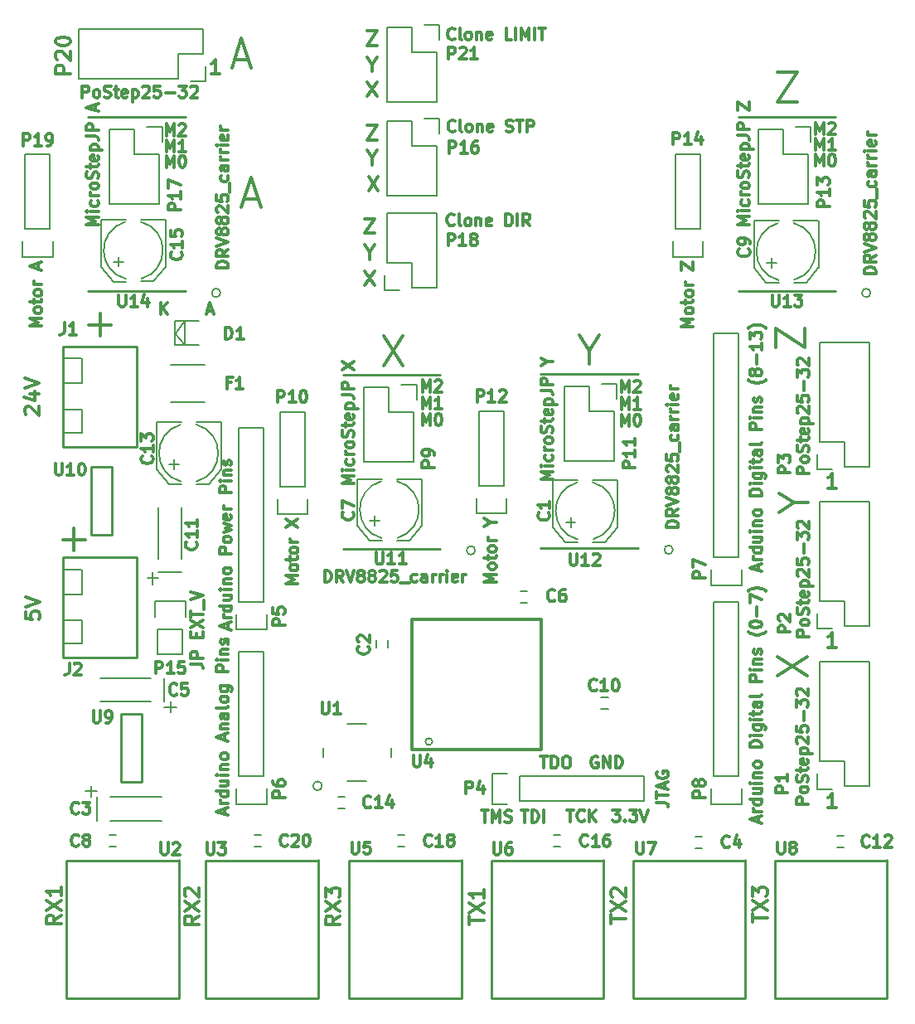
<source format=gto>
G04 #@! TF.FileFunction,Legend,Top*
%FSLAX46Y46*%
G04 Gerber Fmt 4.6, Leading zero omitted, Abs format (unit mm)*
G04 Created by KiCad (PCBNEW 4.0.0-rc1-stable) date 28.10.2015 10:15:14*
%MOMM*%
G01*
G04 APERTURE LIST*
%ADD10C,0.150000*%
%ADD11C,0.300000*%
%ADD12C,0.250000*%
%ADD13C,0.304800*%
G04 APERTURE END LIST*
D10*
D11*
X173867071Y-140604642D02*
X173867071Y-139747499D01*
X175367071Y-140176070D02*
X173867071Y-140176070D01*
X173867071Y-139390356D02*
X175367071Y-138390356D01*
X173867071Y-138390356D02*
X175367071Y-139390356D01*
X173867071Y-137961785D02*
X173867071Y-137033214D01*
X174438500Y-137533214D01*
X174438500Y-137318928D01*
X174509929Y-137176071D01*
X174581357Y-137104642D01*
X174724214Y-137033214D01*
X175081357Y-137033214D01*
X175224214Y-137104642D01*
X175295643Y-137176071D01*
X175367071Y-137318928D01*
X175367071Y-137747500D01*
X175295643Y-137890357D01*
X175224214Y-137961785D01*
X159389071Y-140731642D02*
X159389071Y-139874499D01*
X160889071Y-140303070D02*
X159389071Y-140303070D01*
X159389071Y-139517356D02*
X160889071Y-138517356D01*
X159389071Y-138517356D02*
X160889071Y-139517356D01*
X159531929Y-138017357D02*
X159460500Y-137945928D01*
X159389071Y-137803071D01*
X159389071Y-137445928D01*
X159460500Y-137303071D01*
X159531929Y-137231642D01*
X159674786Y-137160214D01*
X159817643Y-137160214D01*
X160031929Y-137231642D01*
X160889071Y-138088785D01*
X160889071Y-137160214D01*
X144911071Y-140858642D02*
X144911071Y-140001499D01*
X146411071Y-140430070D02*
X144911071Y-140430070D01*
X144911071Y-139644356D02*
X146411071Y-138644356D01*
X144911071Y-138644356D02*
X146411071Y-139644356D01*
X146411071Y-137287214D02*
X146411071Y-138144357D01*
X146411071Y-137715785D02*
X144911071Y-137715785D01*
X145125357Y-137858642D01*
X145268214Y-138001500D01*
X145339643Y-138144357D01*
X131742571Y-139965785D02*
X131028286Y-140465785D01*
X131742571Y-140822928D02*
X130242571Y-140822928D01*
X130242571Y-140251500D01*
X130314000Y-140108642D01*
X130385429Y-140037214D01*
X130528286Y-139965785D01*
X130742571Y-139965785D01*
X130885429Y-140037214D01*
X130956857Y-140108642D01*
X131028286Y-140251500D01*
X131028286Y-140822928D01*
X130242571Y-139465785D02*
X131742571Y-138465785D01*
X130242571Y-138465785D02*
X131742571Y-139465785D01*
X130242571Y-138037214D02*
X130242571Y-137108643D01*
X130814000Y-137608643D01*
X130814000Y-137394357D01*
X130885429Y-137251500D01*
X130956857Y-137180071D01*
X131099714Y-137108643D01*
X131456857Y-137108643D01*
X131599714Y-137180071D01*
X131671143Y-137251500D01*
X131742571Y-137394357D01*
X131742571Y-137822929D01*
X131671143Y-137965786D01*
X131599714Y-138037214D01*
X117328071Y-139965785D02*
X116613786Y-140465785D01*
X117328071Y-140822928D02*
X115828071Y-140822928D01*
X115828071Y-140251500D01*
X115899500Y-140108642D01*
X115970929Y-140037214D01*
X116113786Y-139965785D01*
X116328071Y-139965785D01*
X116470929Y-140037214D01*
X116542357Y-140108642D01*
X116613786Y-140251500D01*
X116613786Y-140822928D01*
X115828071Y-139465785D02*
X117328071Y-138465785D01*
X115828071Y-138465785D02*
X117328071Y-139465785D01*
X115970929Y-137965786D02*
X115899500Y-137894357D01*
X115828071Y-137751500D01*
X115828071Y-137394357D01*
X115899500Y-137251500D01*
X115970929Y-137180071D01*
X116113786Y-137108643D01*
X116256643Y-137108643D01*
X116470929Y-137180071D01*
X117328071Y-138037214D01*
X117328071Y-137108643D01*
X103231071Y-139902285D02*
X102516786Y-140402285D01*
X103231071Y-140759428D02*
X101731071Y-140759428D01*
X101731071Y-140188000D01*
X101802500Y-140045142D01*
X101873929Y-139973714D01*
X102016786Y-139902285D01*
X102231071Y-139902285D01*
X102373929Y-139973714D01*
X102445357Y-140045142D01*
X102516786Y-140188000D01*
X102516786Y-140759428D01*
X101731071Y-139402285D02*
X103231071Y-138402285D01*
X101731071Y-138402285D02*
X103231071Y-139402285D01*
X103231071Y-137045143D02*
X103231071Y-137902286D01*
X103231071Y-137473714D02*
X101731071Y-137473714D01*
X101945357Y-137616571D01*
X102088214Y-137759429D01*
X102159643Y-137902286D01*
X120951715Y-52506500D02*
X122380286Y-52506500D01*
X120666000Y-53363643D02*
X121666000Y-50363643D01*
X122666000Y-53363643D01*
X176220643Y-81962500D02*
X176220643Y-79962500D01*
X179220643Y-81962500D01*
X179220643Y-79962500D01*
X178109571Y-97790000D02*
X179538143Y-97790000D01*
X176538143Y-98790000D02*
X178109571Y-97790000D01*
X176538143Y-96790000D01*
X176411143Y-115490500D02*
X179411143Y-113490500D01*
X176411143Y-113490500D02*
X179411143Y-115490500D01*
X159582072Y-129136857D02*
X160324929Y-129136857D01*
X159924929Y-129594000D01*
X160096357Y-129594000D01*
X160210643Y-129651143D01*
X160267786Y-129708286D01*
X160324929Y-129822571D01*
X160324929Y-130108286D01*
X160267786Y-130222571D01*
X160210643Y-130279714D01*
X160096357Y-130336857D01*
X159753500Y-130336857D01*
X159639214Y-130279714D01*
X159582072Y-130222571D01*
X160839214Y-130222571D02*
X160896357Y-130279714D01*
X160839214Y-130336857D01*
X160782071Y-130279714D01*
X160839214Y-130222571D01*
X160839214Y-130336857D01*
X161296358Y-129136857D02*
X162039215Y-129136857D01*
X161639215Y-129594000D01*
X161810643Y-129594000D01*
X161924929Y-129651143D01*
X161982072Y-129708286D01*
X162039215Y-129822571D01*
X162039215Y-130108286D01*
X161982072Y-130222571D01*
X161924929Y-130279714D01*
X161810643Y-130336857D01*
X161467786Y-130336857D01*
X161353500Y-130279714D01*
X161296358Y-130222571D01*
X162382072Y-129136857D02*
X162782072Y-130336857D01*
X163182072Y-129136857D01*
X158026215Y-123733000D02*
X157911929Y-123675857D01*
X157740500Y-123675857D01*
X157569072Y-123733000D01*
X157454786Y-123847286D01*
X157397643Y-123961571D01*
X157340500Y-124190143D01*
X157340500Y-124361571D01*
X157397643Y-124590143D01*
X157454786Y-124704429D01*
X157569072Y-124818714D01*
X157740500Y-124875857D01*
X157854786Y-124875857D01*
X158026215Y-124818714D01*
X158083358Y-124761571D01*
X158083358Y-124361571D01*
X157854786Y-124361571D01*
X158597643Y-124875857D02*
X158597643Y-123675857D01*
X159283358Y-124875857D01*
X159283358Y-123675857D01*
X159854786Y-124875857D02*
X159854786Y-123675857D01*
X160140501Y-123675857D01*
X160311929Y-123733000D01*
X160426215Y-123847286D01*
X160483358Y-123961571D01*
X160540501Y-124190143D01*
X160540501Y-124361571D01*
X160483358Y-124590143D01*
X160426215Y-124704429D01*
X160311929Y-124818714D01*
X160140501Y-124875857D01*
X159854786Y-124875857D01*
X154921143Y-129136857D02*
X155606857Y-129136857D01*
X155264000Y-130336857D02*
X155264000Y-129136857D01*
X156692572Y-130222571D02*
X156635429Y-130279714D01*
X156464000Y-130336857D01*
X156349714Y-130336857D01*
X156178286Y-130279714D01*
X156064000Y-130165429D01*
X156006857Y-130051143D01*
X155949714Y-129822571D01*
X155949714Y-129651143D01*
X156006857Y-129422571D01*
X156064000Y-129308286D01*
X156178286Y-129194000D01*
X156349714Y-129136857D01*
X156464000Y-129136857D01*
X156635429Y-129194000D01*
X156692572Y-129251143D01*
X157206857Y-130336857D02*
X157206857Y-129136857D01*
X157892572Y-130336857D02*
X157378286Y-129651143D01*
X157892572Y-129136857D02*
X157206857Y-129822571D01*
X152225572Y-123675857D02*
X152911286Y-123675857D01*
X152568429Y-124875857D02*
X152568429Y-123675857D01*
X153311286Y-124875857D02*
X153311286Y-123675857D01*
X153597001Y-123675857D01*
X153768429Y-123733000D01*
X153882715Y-123847286D01*
X153939858Y-123961571D01*
X153997001Y-124190143D01*
X153997001Y-124361571D01*
X153939858Y-124590143D01*
X153882715Y-124704429D01*
X153768429Y-124818714D01*
X153597001Y-124875857D01*
X153311286Y-124875857D01*
X154739858Y-123675857D02*
X154968429Y-123675857D01*
X155082715Y-123733000D01*
X155197001Y-123847286D01*
X155254143Y-124075857D01*
X155254143Y-124475857D01*
X155197001Y-124704429D01*
X155082715Y-124818714D01*
X154968429Y-124875857D01*
X154739858Y-124875857D01*
X154625572Y-124818714D01*
X154511286Y-124704429D01*
X154454143Y-124475857D01*
X154454143Y-124075857D01*
X154511286Y-123847286D01*
X154625572Y-123733000D01*
X154739858Y-123675857D01*
X150218929Y-129200357D02*
X150904643Y-129200357D01*
X150561786Y-130400357D02*
X150561786Y-129200357D01*
X151304643Y-130400357D02*
X151304643Y-129200357D01*
X151590358Y-129200357D01*
X151761786Y-129257500D01*
X151876072Y-129371786D01*
X151933215Y-129486071D01*
X151990358Y-129714643D01*
X151990358Y-129886071D01*
X151933215Y-130114643D01*
X151876072Y-130228929D01*
X151761786Y-130343214D01*
X151590358Y-130400357D01*
X151304643Y-130400357D01*
X152504643Y-130400357D02*
X152504643Y-129200357D01*
X146164500Y-129200357D02*
X146850214Y-129200357D01*
X146507357Y-130400357D02*
X146507357Y-129200357D01*
X147250214Y-130400357D02*
X147250214Y-129200357D01*
X147650214Y-130057500D01*
X148050214Y-129200357D01*
X148050214Y-130400357D01*
X148564500Y-130343214D02*
X148735929Y-130400357D01*
X149021643Y-130400357D01*
X149135929Y-130343214D01*
X149193072Y-130286071D01*
X149250215Y-130171786D01*
X149250215Y-130057500D01*
X149193072Y-129943214D01*
X149135929Y-129886071D01*
X149021643Y-129828929D01*
X148793072Y-129771786D01*
X148678786Y-129714643D01*
X148621643Y-129657500D01*
X148564500Y-129543214D01*
X148564500Y-129428929D01*
X148621643Y-129314643D01*
X148678786Y-129257500D01*
X148793072Y-129200357D01*
X149078786Y-129200357D01*
X149250215Y-129257500D01*
X176419000Y-53856143D02*
X178419000Y-53856143D01*
X176419000Y-56856143D01*
X178419000Y-56856143D01*
X157162500Y-82224571D02*
X157162500Y-83653143D01*
X156162500Y-80653143D02*
X157162500Y-82224571D01*
X158162500Y-80653143D01*
X136160000Y-80780143D02*
X138160000Y-83780143D01*
X138160000Y-80780143D02*
X136160000Y-83780143D01*
X121904215Y-66730500D02*
X123332786Y-66730500D01*
X121618500Y-67587643D02*
X122618500Y-64587643D01*
X123618500Y-67587643D01*
X140125571Y-89887357D02*
X140125571Y-88687357D01*
X140525571Y-89544500D01*
X140925571Y-88687357D01*
X140925571Y-89887357D01*
X141725572Y-88687357D02*
X141839857Y-88687357D01*
X141954143Y-88744500D01*
X142011286Y-88801643D01*
X142068429Y-88915929D01*
X142125572Y-89144500D01*
X142125572Y-89430214D01*
X142068429Y-89658786D01*
X142011286Y-89773071D01*
X141954143Y-89830214D01*
X141839857Y-89887357D01*
X141725572Y-89887357D01*
X141611286Y-89830214D01*
X141554143Y-89773071D01*
X141497000Y-89658786D01*
X141439857Y-89430214D01*
X141439857Y-89144500D01*
X141497000Y-88915929D01*
X141554143Y-88801643D01*
X141611286Y-88744500D01*
X141725572Y-88687357D01*
X140125571Y-88172857D02*
X140125571Y-86972857D01*
X140525571Y-87830000D01*
X140925571Y-86972857D01*
X140925571Y-88172857D01*
X142125572Y-88172857D02*
X141439857Y-88172857D01*
X141782715Y-88172857D02*
X141782715Y-86972857D01*
X141668429Y-87144286D01*
X141554143Y-87258571D01*
X141439857Y-87315714D01*
X140125571Y-86458357D02*
X140125571Y-85258357D01*
X140525571Y-86115500D01*
X140925571Y-85258357D01*
X140925571Y-86458357D01*
X141439857Y-85372643D02*
X141497000Y-85315500D01*
X141611286Y-85258357D01*
X141897000Y-85258357D01*
X142011286Y-85315500D01*
X142068429Y-85372643D01*
X142125572Y-85486929D01*
X142125572Y-85601214D01*
X142068429Y-85772643D01*
X141382715Y-86458357D01*
X142125572Y-86458357D01*
X160445571Y-89950857D02*
X160445571Y-88750857D01*
X160845571Y-89608000D01*
X161245571Y-88750857D01*
X161245571Y-89950857D01*
X162045572Y-88750857D02*
X162159857Y-88750857D01*
X162274143Y-88808000D01*
X162331286Y-88865143D01*
X162388429Y-88979429D01*
X162445572Y-89208000D01*
X162445572Y-89493714D01*
X162388429Y-89722286D01*
X162331286Y-89836571D01*
X162274143Y-89893714D01*
X162159857Y-89950857D01*
X162045572Y-89950857D01*
X161931286Y-89893714D01*
X161874143Y-89836571D01*
X161817000Y-89722286D01*
X161759857Y-89493714D01*
X161759857Y-89208000D01*
X161817000Y-88979429D01*
X161874143Y-88865143D01*
X161931286Y-88808000D01*
X162045572Y-88750857D01*
X160445571Y-88236357D02*
X160445571Y-87036357D01*
X160845571Y-87893500D01*
X161245571Y-87036357D01*
X161245571Y-88236357D01*
X162445572Y-88236357D02*
X161759857Y-88236357D01*
X162102715Y-88236357D02*
X162102715Y-87036357D01*
X161988429Y-87207786D01*
X161874143Y-87322071D01*
X161759857Y-87379214D01*
X160445571Y-86521857D02*
X160445571Y-85321857D01*
X160845571Y-86179000D01*
X161245571Y-85321857D01*
X161245571Y-86521857D01*
X161759857Y-85436143D02*
X161817000Y-85379000D01*
X161931286Y-85321857D01*
X162217000Y-85321857D01*
X162331286Y-85379000D01*
X162388429Y-85436143D01*
X162445572Y-85550429D01*
X162445572Y-85664714D01*
X162388429Y-85836143D01*
X161702715Y-86521857D01*
X162445572Y-86521857D01*
X180321071Y-63407857D02*
X180321071Y-62207857D01*
X180721071Y-63065000D01*
X181121071Y-62207857D01*
X181121071Y-63407857D01*
X181921072Y-62207857D02*
X182035357Y-62207857D01*
X182149643Y-62265000D01*
X182206786Y-62322143D01*
X182263929Y-62436429D01*
X182321072Y-62665000D01*
X182321072Y-62950714D01*
X182263929Y-63179286D01*
X182206786Y-63293571D01*
X182149643Y-63350714D01*
X182035357Y-63407857D01*
X181921072Y-63407857D01*
X181806786Y-63350714D01*
X181749643Y-63293571D01*
X181692500Y-63179286D01*
X181635357Y-62950714D01*
X181635357Y-62665000D01*
X181692500Y-62436429D01*
X181749643Y-62322143D01*
X181806786Y-62265000D01*
X181921072Y-62207857D01*
X180321071Y-61756857D02*
X180321071Y-60556857D01*
X180721071Y-61414000D01*
X181121071Y-60556857D01*
X181121071Y-61756857D01*
X182321072Y-61756857D02*
X181635357Y-61756857D01*
X181978215Y-61756857D02*
X181978215Y-60556857D01*
X181863929Y-60728286D01*
X181749643Y-60842571D01*
X181635357Y-60899714D01*
X180321071Y-60169357D02*
X180321071Y-58969357D01*
X180721071Y-59826500D01*
X181121071Y-58969357D01*
X181121071Y-60169357D01*
X181635357Y-59083643D02*
X181692500Y-59026500D01*
X181806786Y-58969357D01*
X182092500Y-58969357D01*
X182206786Y-59026500D01*
X182263929Y-59083643D01*
X182321072Y-59197929D01*
X182321072Y-59312214D01*
X182263929Y-59483643D01*
X181578215Y-60169357D01*
X182321072Y-60169357D01*
X113963571Y-60296357D02*
X113963571Y-59096357D01*
X114363571Y-59953500D01*
X114763571Y-59096357D01*
X114763571Y-60296357D01*
X115277857Y-59210643D02*
X115335000Y-59153500D01*
X115449286Y-59096357D01*
X115735000Y-59096357D01*
X115849286Y-59153500D01*
X115906429Y-59210643D01*
X115963572Y-59324929D01*
X115963572Y-59439214D01*
X115906429Y-59610643D01*
X115220715Y-60296357D01*
X115963572Y-60296357D01*
X113963571Y-61947357D02*
X113963571Y-60747357D01*
X114363571Y-61604500D01*
X114763571Y-60747357D01*
X114763571Y-61947357D01*
X115963572Y-61947357D02*
X115277857Y-61947357D01*
X115620715Y-61947357D02*
X115620715Y-60747357D01*
X115506429Y-60918786D01*
X115392143Y-61033071D01*
X115277857Y-61090214D01*
X113963571Y-63534857D02*
X113963571Y-62334857D01*
X114363571Y-63192000D01*
X114763571Y-62334857D01*
X114763571Y-63534857D01*
X115563572Y-62334857D02*
X115677857Y-62334857D01*
X115792143Y-62392000D01*
X115849286Y-62449143D01*
X115906429Y-62563429D01*
X115963572Y-62792000D01*
X115963572Y-63077714D01*
X115906429Y-63306286D01*
X115849286Y-63420571D01*
X115792143Y-63477714D01*
X115677857Y-63534857D01*
X115563572Y-63534857D01*
X115449286Y-63477714D01*
X115392143Y-63420571D01*
X115335000Y-63306286D01*
X115277857Y-63077714D01*
X115277857Y-62792000D01*
X115335000Y-62563429D01*
X115392143Y-62449143D01*
X115449286Y-62392000D01*
X115563572Y-62334857D01*
X119427572Y-54018571D02*
X118570429Y-54018571D01*
X118999001Y-54018571D02*
X118999001Y-52518571D01*
X118856144Y-52732857D01*
X118713286Y-52875714D01*
X118570429Y-52947143D01*
X182419572Y-96309571D02*
X181562429Y-96309571D01*
X181991001Y-96309571D02*
X181991001Y-94809571D01*
X181848144Y-95023857D01*
X181705286Y-95166714D01*
X181562429Y-95238143D01*
X182419572Y-112565571D02*
X181562429Y-112565571D01*
X181991001Y-112565571D02*
X181991001Y-111065571D01*
X181848144Y-111279857D01*
X181705286Y-111422714D01*
X181562429Y-111494143D01*
X182419572Y-128948571D02*
X181562429Y-128948571D01*
X181991001Y-128948571D02*
X181991001Y-127448571D01*
X181848144Y-127662857D01*
X181705286Y-127805714D01*
X181562429Y-127877143D01*
X99651429Y-88780714D02*
X99580000Y-88709285D01*
X99508571Y-88566428D01*
X99508571Y-88209285D01*
X99580000Y-88066428D01*
X99651429Y-87994999D01*
X99794286Y-87923571D01*
X99937143Y-87923571D01*
X100151429Y-87994999D01*
X101008571Y-88852142D01*
X101008571Y-87923571D01*
X100008571Y-86637857D02*
X101008571Y-86637857D01*
X99437143Y-86995000D02*
X100508571Y-87352143D01*
X100508571Y-86423571D01*
X99508571Y-86066429D02*
X101008571Y-85566429D01*
X99508571Y-85066429D01*
X99572071Y-108934213D02*
X99572071Y-109648499D01*
X100286357Y-109719928D01*
X100214929Y-109648499D01*
X100143500Y-109505642D01*
X100143500Y-109148499D01*
X100214929Y-109005642D01*
X100286357Y-108934213D01*
X100429214Y-108862785D01*
X100786357Y-108862785D01*
X100929214Y-108934213D01*
X101000643Y-109005642D01*
X101072071Y-109148499D01*
X101072071Y-109505642D01*
X101000643Y-109648499D01*
X100929214Y-109719928D01*
X99572071Y-108434214D02*
X101072071Y-107934214D01*
X99572071Y-107434214D01*
X134501001Y-54804571D02*
X135501001Y-56304571D01*
X135501001Y-54804571D02*
X134501001Y-56304571D01*
X135001000Y-53050286D02*
X135001000Y-53764571D01*
X134501000Y-52264571D02*
X135001000Y-53050286D01*
X135501000Y-52264571D01*
X134501001Y-59249571D02*
X135501001Y-59249571D01*
X134501001Y-60749571D01*
X135501001Y-60749571D01*
X134501001Y-49597571D02*
X135501001Y-49597571D01*
X134501001Y-51097571D01*
X135501001Y-51097571D01*
X135001000Y-62575286D02*
X135001000Y-63289571D01*
X134501000Y-61789571D02*
X135001000Y-62575286D01*
X135501000Y-61789571D01*
X134628001Y-64456571D02*
X135628001Y-65956571D01*
X135628001Y-64456571D02*
X134628001Y-65956571D01*
X134247001Y-68774571D02*
X135247001Y-68774571D01*
X134247001Y-70274571D01*
X135247001Y-70274571D01*
X134747000Y-72227286D02*
X134747000Y-72941571D01*
X134247000Y-71441571D02*
X134747000Y-72227286D01*
X135247000Y-71441571D01*
X134247001Y-74108571D02*
X135247001Y-75608571D01*
X135247001Y-74108571D02*
X134247001Y-75608571D01*
D10*
X185919454Y-76360000D02*
G75*
G03X185919454Y-76360000I-440454J0D01*
G01*
D12*
X182349000Y-58420000D02*
X172399000Y-58420000D01*
X182349000Y-76200000D02*
X172399000Y-76200000D01*
D10*
X145533454Y-102649000D02*
G75*
G03X145533454Y-102649000I-440454J0D01*
G01*
D12*
X141963000Y-84709000D02*
X132013000Y-84709000D01*
X141963000Y-102489000D02*
X132013000Y-102489000D01*
D10*
X165726454Y-102585500D02*
G75*
G03X165726454Y-102585500I-440454J0D01*
G01*
D12*
X162156000Y-84645500D02*
X152206000Y-84645500D01*
X162156000Y-102425500D02*
X152206000Y-102425500D01*
D10*
X119498454Y-76360000D02*
G75*
G03X119498454Y-76360000I-440454J0D01*
G01*
D12*
X115928000Y-58420000D02*
X105978000Y-58420000D01*
X115928000Y-76200000D02*
X105978000Y-76200000D01*
D10*
X141154590Y-122174500D02*
G75*
G03X141154590Y-122174500I-356090J0D01*
G01*
D13*
X139034520Y-122999500D02*
X152303480Y-122999500D01*
X152303480Y-122999500D02*
X152303480Y-109730540D01*
X152303480Y-109730540D02*
X139034520Y-109730540D01*
X139034520Y-109730540D02*
X139034520Y-122999500D01*
D10*
X117729000Y-49403000D02*
X105029000Y-49403000D01*
X105029000Y-49403000D02*
X105029000Y-54483000D01*
X105029000Y-54483000D02*
X115189000Y-54483000D01*
X117729000Y-49403000D02*
X117729000Y-51943000D01*
X116459000Y-54763000D02*
X118009000Y-54763000D01*
X117729000Y-51943000D02*
X115189000Y-51943000D01*
X115189000Y-51943000D02*
X115189000Y-54483000D01*
X118009000Y-54763000D02*
X118009000Y-53213000D01*
X141605000Y-56896000D02*
X141605000Y-51816000D01*
X141885000Y-48996000D02*
X141885000Y-50546000D01*
X139065000Y-49276000D02*
X139065000Y-51816000D01*
X139065000Y-51816000D02*
X141605000Y-51816000D01*
X141605000Y-56896000D02*
X136525000Y-56896000D01*
X136525000Y-56896000D02*
X136525000Y-51816000D01*
X141885000Y-48996000D02*
X140335000Y-48996000D01*
X136525000Y-49276000D02*
X139065000Y-49276000D01*
X136525000Y-51816000D02*
X136525000Y-49276000D01*
X154781500Y-99774500D02*
X155781500Y-99774500D01*
X155281500Y-99274500D02*
X155281500Y-100274500D01*
X155951019Y-95710706D02*
G75*
G03X156011500Y-101534500I810481J-2903794D01*
G01*
X157586981Y-101509634D02*
G75*
G03X157531500Y-95704500I-805481J2895134D01*
G01*
X160071500Y-100294500D02*
X158831500Y-101784500D01*
X153491500Y-100294500D02*
X154731500Y-101804500D01*
X158831500Y-101784500D02*
X157551500Y-101784500D01*
X154731500Y-101804500D02*
X156031500Y-101804500D01*
X160091500Y-95474500D02*
X160091500Y-100294500D01*
X153491500Y-95474500D02*
X153491500Y-100294500D01*
X157531500Y-95474500D02*
X160081500Y-95474500D01*
X153481500Y-95474500D02*
X156031500Y-95474500D01*
X159702500Y-93535500D02*
X159702500Y-88455500D01*
X159982500Y-85635500D02*
X159982500Y-87185500D01*
X157162500Y-85915500D02*
X157162500Y-88455500D01*
X157162500Y-88455500D02*
X159702500Y-88455500D01*
X159702500Y-93535500D02*
X154622500Y-93535500D01*
X154622500Y-93535500D02*
X154622500Y-88455500D01*
X159982500Y-85635500D02*
X158432500Y-85635500D01*
X154622500Y-85915500D02*
X157162500Y-85915500D01*
X154622500Y-88455500D02*
X154622500Y-85915500D01*
X145923000Y-96075500D02*
X145923000Y-88455500D01*
X148463000Y-96075500D02*
X148463000Y-88455500D01*
X148743000Y-98895500D02*
X148743000Y-97345500D01*
X145923000Y-88455500D02*
X148463000Y-88455500D01*
X148463000Y-96075500D02*
X145923000Y-96075500D01*
X145643000Y-97345500D02*
X145643000Y-98895500D01*
X145643000Y-98895500D02*
X148743000Y-98895500D01*
X134779000Y-99647500D02*
X135779000Y-99647500D01*
X135279000Y-99147500D02*
X135279000Y-100147500D01*
X135948519Y-95583706D02*
G75*
G03X136009000Y-101407500I810481J-2903794D01*
G01*
X137584481Y-101382634D02*
G75*
G03X137529000Y-95577500I-805481J2895134D01*
G01*
X140069000Y-100167500D02*
X138829000Y-101657500D01*
X133489000Y-100167500D02*
X134729000Y-101677500D01*
X138829000Y-101657500D02*
X137549000Y-101657500D01*
X134729000Y-101677500D02*
X136029000Y-101677500D01*
X140089000Y-95347500D02*
X140089000Y-100167500D01*
X133489000Y-95347500D02*
X133489000Y-100167500D01*
X137529000Y-95347500D02*
X140079000Y-95347500D01*
X133479000Y-95347500D02*
X136029000Y-95347500D01*
X139255500Y-93599000D02*
X139255500Y-88519000D01*
X139535500Y-85699000D02*
X139535500Y-87249000D01*
X136715500Y-85979000D02*
X136715500Y-88519000D01*
X136715500Y-88519000D02*
X139255500Y-88519000D01*
X139255500Y-93599000D02*
X134175500Y-93599000D01*
X134175500Y-93599000D02*
X134175500Y-88519000D01*
X139535500Y-85699000D02*
X137985500Y-85699000D01*
X134175500Y-85979000D02*
X136715500Y-85979000D01*
X134175500Y-88519000D02*
X134175500Y-85979000D01*
X125603000Y-96139000D02*
X125603000Y-88519000D01*
X128143000Y-96139000D02*
X128143000Y-88519000D01*
X128423000Y-98959000D02*
X128423000Y-97409000D01*
X125603000Y-88519000D02*
X128143000Y-88519000D01*
X128143000Y-96139000D02*
X125603000Y-96139000D01*
X125323000Y-97409000D02*
X125323000Y-98959000D01*
X125323000Y-98959000D02*
X128423000Y-98959000D01*
X165989000Y-69850000D02*
X165989000Y-62230000D01*
X168529000Y-69850000D02*
X168529000Y-62230000D01*
X168809000Y-72670000D02*
X168809000Y-71120000D01*
X165989000Y-62230000D02*
X168529000Y-62230000D01*
X168529000Y-69850000D02*
X165989000Y-69850000D01*
X165709000Y-71120000D02*
X165709000Y-72670000D01*
X165709000Y-72670000D02*
X168809000Y-72670000D01*
X179514500Y-67310000D02*
X179514500Y-62230000D01*
X179794500Y-59410000D02*
X179794500Y-60960000D01*
X176974500Y-59690000D02*
X176974500Y-62230000D01*
X176974500Y-62230000D02*
X179514500Y-62230000D01*
X179514500Y-67310000D02*
X174434500Y-67310000D01*
X174434500Y-67310000D02*
X174434500Y-62230000D01*
X179794500Y-59410000D02*
X178244500Y-59410000D01*
X174434500Y-59690000D02*
X176974500Y-59690000D01*
X174434500Y-62230000D02*
X174434500Y-59690000D01*
X175292000Y-73295000D02*
X176292000Y-73295000D01*
X175792000Y-72795000D02*
X175792000Y-73795000D01*
X176461519Y-69231206D02*
G75*
G03X176522000Y-75055000I810481J-2903794D01*
G01*
X178097481Y-75030134D02*
G75*
G03X178042000Y-69225000I-805481J2895134D01*
G01*
X180582000Y-73815000D02*
X179342000Y-75305000D01*
X174002000Y-73815000D02*
X175242000Y-75325000D01*
X179342000Y-75305000D02*
X178062000Y-75305000D01*
X175242000Y-75325000D02*
X176542000Y-75325000D01*
X180602000Y-68995000D02*
X180602000Y-73815000D01*
X174002000Y-68995000D02*
X174002000Y-73815000D01*
X178042000Y-68995000D02*
X180592000Y-68995000D01*
X173992000Y-68995000D02*
X176542000Y-68995000D01*
X108617000Y-73168000D02*
X109617000Y-73168000D01*
X109117000Y-72668000D02*
X109117000Y-73668000D01*
X109786519Y-69104206D02*
G75*
G03X109847000Y-74928000I810481J-2903794D01*
G01*
X111422481Y-74903134D02*
G75*
G03X111367000Y-69098000I-805481J2895134D01*
G01*
X113907000Y-73688000D02*
X112667000Y-75178000D01*
X107327000Y-73688000D02*
X108567000Y-75198000D01*
X112667000Y-75178000D02*
X111387000Y-75178000D01*
X108567000Y-75198000D02*
X109867000Y-75198000D01*
X113927000Y-68868000D02*
X113927000Y-73688000D01*
X107327000Y-68868000D02*
X107327000Y-73688000D01*
X111367000Y-68868000D02*
X113917000Y-68868000D01*
X107317000Y-68868000D02*
X109867000Y-68868000D01*
X113284000Y-67310000D02*
X113284000Y-62230000D01*
X113564000Y-59410000D02*
X113564000Y-60960000D01*
X110744000Y-59690000D02*
X110744000Y-62230000D01*
X110744000Y-62230000D02*
X113284000Y-62230000D01*
X113284000Y-67310000D02*
X108204000Y-67310000D01*
X108204000Y-67310000D02*
X108204000Y-62230000D01*
X113564000Y-59410000D02*
X112014000Y-59410000D01*
X108204000Y-59690000D02*
X110744000Y-59690000D01*
X108204000Y-62230000D02*
X108204000Y-59690000D01*
X99568000Y-69850000D02*
X99568000Y-62230000D01*
X102108000Y-69850000D02*
X102108000Y-62230000D01*
X102388000Y-72670000D02*
X102388000Y-71120000D01*
X99568000Y-62230000D02*
X102108000Y-62230000D01*
X102108000Y-69850000D02*
X99568000Y-69850000D01*
X99288000Y-71120000D02*
X99288000Y-72670000D01*
X99288000Y-72670000D02*
X102388000Y-72670000D01*
X136525000Y-68199000D02*
X136525000Y-73279000D01*
X136245000Y-76099000D02*
X136245000Y-74549000D01*
X139065000Y-75819000D02*
X139065000Y-73279000D01*
X139065000Y-73279000D02*
X136525000Y-73279000D01*
X136525000Y-68199000D02*
X141605000Y-68199000D01*
X141605000Y-68199000D02*
X141605000Y-73279000D01*
X136245000Y-76099000D02*
X137795000Y-76099000D01*
X141605000Y-75819000D02*
X139065000Y-75819000D01*
X141605000Y-73279000D02*
X141605000Y-75819000D01*
X141605000Y-66421000D02*
X141605000Y-61341000D01*
X141885000Y-58521000D02*
X141885000Y-60071000D01*
X139065000Y-58801000D02*
X139065000Y-61341000D01*
X139065000Y-61341000D02*
X141605000Y-61341000D01*
X141605000Y-66421000D02*
X136525000Y-66421000D01*
X136525000Y-66421000D02*
X136525000Y-61341000D01*
X141885000Y-58521000D02*
X140335000Y-58521000D01*
X136525000Y-58801000D02*
X139065000Y-58801000D01*
X136525000Y-61341000D02*
X136525000Y-58801000D01*
X135417000Y-112554500D02*
X135417000Y-111854500D01*
X136617000Y-111854500D02*
X136617000Y-112554500D01*
X167988500Y-131861000D02*
X168688500Y-131861000D01*
X168688500Y-133061000D02*
X167988500Y-133061000D01*
X150145000Y-106778500D02*
X150845000Y-106778500D01*
X150845000Y-107978500D02*
X150145000Y-107978500D01*
X158400000Y-117637000D02*
X159100000Y-117637000D01*
X159100000Y-118837000D02*
X158400000Y-118837000D01*
X182466500Y-131797500D02*
X183166500Y-131797500D01*
X183166500Y-132997500D02*
X182466500Y-132997500D01*
X131539500Y-127797000D02*
X132239500Y-127797000D01*
X132239500Y-128997000D02*
X131539500Y-128997000D01*
X153510500Y-131734000D02*
X154210500Y-131734000D01*
X154210500Y-132934000D02*
X153510500Y-132934000D01*
X138335500Y-132934000D02*
X137635500Y-132934000D01*
X137635500Y-131734000D02*
X138335500Y-131734000D01*
X123667000Y-132934000D02*
X122967000Y-132934000D01*
X122967000Y-131734000D02*
X123667000Y-131734000D01*
X114927380Y-80454500D02*
X115877340Y-79204820D01*
X115877340Y-79204820D02*
X115877340Y-81704180D01*
X115877340Y-81704180D02*
X114879120Y-80454500D01*
X114879120Y-79204820D02*
X114879120Y-81704180D01*
X117177820Y-79204820D02*
X117276880Y-79204820D01*
X117177820Y-81704180D02*
X117276880Y-81704180D01*
X114879120Y-79204820D02*
X117228620Y-79204820D01*
X114879120Y-81704180D02*
X117127020Y-81704180D01*
X117868700Y-83718400D02*
X114414300Y-83718400D01*
X117868700Y-87477600D02*
X114414300Y-87477600D01*
X105374000Y-88238000D02*
X103584000Y-88238000D01*
X105374000Y-88268000D02*
X105374000Y-90638000D01*
X105374000Y-90638000D02*
X103614000Y-90638000D01*
X105374000Y-83068000D02*
X105374000Y-85588000D01*
X105374000Y-85588000D02*
X103584000Y-85588000D01*
X105314000Y-83068000D02*
X103584000Y-83068000D01*
D12*
X103434000Y-81838000D02*
X103434000Y-92078000D01*
X110934000Y-92078000D02*
X103434000Y-92078000D01*
X110934000Y-81838000D02*
X110934000Y-92078000D01*
X110934000Y-81838000D02*
X103434000Y-81838000D01*
D10*
X105374000Y-109764500D02*
X103584000Y-109764500D01*
X105374000Y-109794500D02*
X105374000Y-112164500D01*
X105374000Y-112164500D02*
X103614000Y-112164500D01*
X105374000Y-104594500D02*
X105374000Y-107114500D01*
X105374000Y-107114500D02*
X103584000Y-107114500D01*
X105314000Y-104594500D02*
X103584000Y-104594500D01*
D12*
X103434000Y-103364500D02*
X103434000Y-113604500D01*
X110934000Y-113604500D02*
X103434000Y-113604500D01*
X110934000Y-103364500D02*
X110934000Y-113604500D01*
X110934000Y-103364500D02*
X103434000Y-103364500D01*
D10*
X185801000Y-126746000D02*
X185801000Y-114046000D01*
X185801000Y-114046000D02*
X180721000Y-114046000D01*
X180721000Y-114046000D02*
X180721000Y-124206000D01*
X185801000Y-126746000D02*
X183261000Y-126746000D01*
X180441000Y-125476000D02*
X180441000Y-127026000D01*
X183261000Y-126746000D02*
X183261000Y-124206000D01*
X183261000Y-124206000D02*
X180721000Y-124206000D01*
X180441000Y-127026000D02*
X181991000Y-127026000D01*
X185801000Y-110363000D02*
X185801000Y-97663000D01*
X185801000Y-97663000D02*
X180721000Y-97663000D01*
X180721000Y-97663000D02*
X180721000Y-107823000D01*
X185801000Y-110363000D02*
X183261000Y-110363000D01*
X180441000Y-109093000D02*
X180441000Y-110643000D01*
X183261000Y-110363000D02*
X183261000Y-107823000D01*
X183261000Y-107823000D02*
X180721000Y-107823000D01*
X180441000Y-110643000D02*
X181991000Y-110643000D01*
X185801000Y-94107000D02*
X185801000Y-81407000D01*
X185801000Y-81407000D02*
X180721000Y-81407000D01*
X180721000Y-81407000D02*
X180721000Y-91567000D01*
X185801000Y-94107000D02*
X183261000Y-94107000D01*
X180441000Y-92837000D02*
X180441000Y-94387000D01*
X183261000Y-94107000D02*
X183261000Y-91567000D01*
X183261000Y-91567000D02*
X180721000Y-91567000D01*
X180441000Y-94387000D02*
X181991000Y-94387000D01*
X150114000Y-128270000D02*
X162814000Y-128270000D01*
X162814000Y-128270000D02*
X162814000Y-125730000D01*
X162814000Y-125730000D02*
X150114000Y-125730000D01*
X147294000Y-128550000D02*
X148844000Y-128550000D01*
X150114000Y-128270000D02*
X150114000Y-125730000D01*
X148844000Y-125450000D02*
X147294000Y-125450000D01*
X147294000Y-125450000D02*
X147294000Y-128550000D01*
X123952000Y-107930000D02*
X123952000Y-90150000D01*
X123952000Y-90150000D02*
X121412000Y-90150000D01*
X121412000Y-90150000D02*
X121412000Y-107930000D01*
X124232000Y-110750000D02*
X124232000Y-109200000D01*
X123952000Y-107930000D02*
X121412000Y-107930000D01*
X121132000Y-109200000D02*
X121132000Y-110750000D01*
X121132000Y-110750000D02*
X124232000Y-110750000D01*
X123952000Y-125730000D02*
X123952000Y-113030000D01*
X123952000Y-113030000D02*
X121412000Y-113030000D01*
X121412000Y-113030000D02*
X121412000Y-125730000D01*
X124232000Y-128550000D02*
X124232000Y-127000000D01*
X123952000Y-125730000D02*
X121412000Y-125730000D01*
X121132000Y-127000000D02*
X121132000Y-128550000D01*
X121132000Y-128550000D02*
X124232000Y-128550000D01*
X172452000Y-103386000D02*
X172452000Y-80526000D01*
X172452000Y-80526000D02*
X169912000Y-80526000D01*
X169912000Y-80526000D02*
X169912000Y-103386000D01*
X172732000Y-106206000D02*
X172732000Y-104656000D01*
X172452000Y-103386000D02*
X169912000Y-103386000D01*
X169632000Y-104656000D02*
X169632000Y-106206000D01*
X169632000Y-106206000D02*
X172732000Y-106206000D01*
X129887977Y-126695500D02*
G75*
G03X129887977Y-126695500I-460977J0D01*
G01*
X129977000Y-122785500D02*
X129977000Y-123785500D01*
X132437000Y-120355500D02*
X134437000Y-120355500D01*
X136927000Y-123785500D02*
X136927000Y-122785500D01*
X132437000Y-126205500D02*
X134437000Y-126205500D01*
D12*
X147158000Y-134298000D02*
X158658000Y-134298000D01*
X158658000Y-134288000D02*
X158658000Y-148308000D01*
X147158000Y-134298000D02*
X147158000Y-148398000D01*
X147158000Y-148398000D02*
X158658000Y-148398000D01*
X161636000Y-134298000D02*
X173136000Y-134298000D01*
X173136000Y-134288000D02*
X173136000Y-148308000D01*
X161636000Y-134298000D02*
X161636000Y-148398000D01*
X161636000Y-148398000D02*
X173136000Y-148398000D01*
X176114000Y-134298000D02*
X187614000Y-134298000D01*
X187614000Y-134288000D02*
X187614000Y-148308000D01*
X176114000Y-134298000D02*
X176114000Y-148398000D01*
X176114000Y-148398000D02*
X187614000Y-148398000D01*
X106333000Y-101099500D02*
X108433000Y-101099500D01*
X106333000Y-101099500D02*
X106333000Y-94099500D01*
X106333000Y-94099500D02*
X108433000Y-94099500D01*
X108433000Y-94099500D02*
X108433000Y-101099500D01*
D10*
X172452000Y-125730000D02*
X172452000Y-107950000D01*
X172452000Y-107950000D02*
X169912000Y-107950000D01*
X169912000Y-107950000D02*
X169912000Y-125730000D01*
X172732000Y-128550000D02*
X172732000Y-127000000D01*
X172452000Y-125730000D02*
X169912000Y-125730000D01*
X169632000Y-127000000D02*
X169632000Y-128550000D01*
X169632000Y-128550000D02*
X172732000Y-128550000D01*
X108871500Y-132934000D02*
X108171500Y-132934000D01*
X108171500Y-131734000D02*
X108871500Y-131734000D01*
X108270040Y-130230880D02*
X113471960Y-130230880D01*
X113471960Y-127833120D02*
X108270040Y-127833120D01*
X106271060Y-126733300D02*
X106271060Y-127833120D01*
X105671620Y-127233680D02*
X106870500Y-127233680D01*
X106875580Y-127833120D02*
X106875580Y-130230880D01*
X112392460Y-115704620D02*
X107190540Y-115704620D01*
X107190540Y-118102380D02*
X112392460Y-118102380D01*
X114391440Y-119202200D02*
X114391440Y-118102380D01*
X114990880Y-118701820D02*
X113792000Y-118701820D01*
X113786920Y-118102380D02*
X113786920Y-115704620D01*
X115562380Y-103502460D02*
X115562380Y-98300540D01*
X113164620Y-98300540D02*
X113164620Y-103502460D01*
X112064800Y-105501440D02*
X113164620Y-105501440D01*
X112565180Y-106100880D02*
X112565180Y-104902000D01*
X113164620Y-104896920D02*
X115562380Y-104896920D01*
X112813500Y-107860500D02*
X112813500Y-109410500D01*
X113093500Y-113220500D02*
X113093500Y-110680500D01*
X113093500Y-110680500D02*
X115633500Y-110680500D01*
X115913500Y-109410500D02*
X115913500Y-107860500D01*
X115913500Y-107860500D02*
X112813500Y-107860500D01*
X115633500Y-110680500D02*
X115633500Y-113220500D01*
X115633500Y-113220500D02*
X113093500Y-113220500D01*
D12*
X109381000Y-126309000D02*
X111481000Y-126309000D01*
X109381000Y-126309000D02*
X109381000Y-119309000D01*
X109381000Y-119309000D02*
X111481000Y-119309000D01*
X111481000Y-119309000D02*
X111481000Y-126309000D01*
X103787500Y-134298000D02*
X115287500Y-134298000D01*
X115287500Y-134288000D02*
X115287500Y-148308000D01*
X103787500Y-134298000D02*
X103787500Y-148398000D01*
X103787500Y-148398000D02*
X115287500Y-148398000D01*
X118011500Y-134298000D02*
X129511500Y-134298000D01*
X129511500Y-134288000D02*
X129511500Y-148308000D01*
X118011500Y-134298000D02*
X118011500Y-148398000D01*
X118011500Y-148398000D02*
X129511500Y-148398000D01*
X132616500Y-134298000D02*
X144116500Y-134298000D01*
X144116500Y-134288000D02*
X144116500Y-148308000D01*
X132616500Y-134298000D02*
X132616500Y-148398000D01*
X132616500Y-148398000D02*
X144116500Y-148398000D01*
D10*
X114268500Y-93869000D02*
X115268500Y-93869000D01*
X114768500Y-93369000D02*
X114768500Y-94369000D01*
X115438019Y-89805206D02*
G75*
G03X115498500Y-95629000I810481J-2903794D01*
G01*
X117073981Y-95604134D02*
G75*
G03X117018500Y-89799000I-805481J2895134D01*
G01*
X119558500Y-94389000D02*
X118318500Y-95879000D01*
X112978500Y-94389000D02*
X114218500Y-95899000D01*
X118318500Y-95879000D02*
X117038500Y-95879000D01*
X114218500Y-95899000D02*
X115518500Y-95899000D01*
X119578500Y-89569000D02*
X119578500Y-94389000D01*
X112978500Y-89569000D02*
X112978500Y-94389000D01*
X117018500Y-89569000D02*
X119568500Y-89569000D01*
X112968500Y-89569000D02*
X115518500Y-89569000D01*
D11*
X175869786Y-76558857D02*
X175869786Y-77530286D01*
X175926929Y-77644571D01*
X175984072Y-77701714D01*
X176098358Y-77758857D01*
X176326929Y-77758857D01*
X176441215Y-77701714D01*
X176498358Y-77644571D01*
X176555501Y-77530286D01*
X176555501Y-76558857D01*
X177755501Y-77758857D02*
X177069786Y-77758857D01*
X177412644Y-77758857D02*
X177412644Y-76558857D01*
X177298358Y-76730286D01*
X177184072Y-76844571D01*
X177069786Y-76901714D01*
X178155501Y-76558857D02*
X178898358Y-76558857D01*
X178498358Y-77016000D01*
X178669786Y-77016000D01*
X178784072Y-77073143D01*
X178841215Y-77130286D01*
X178898358Y-77244571D01*
X178898358Y-77530286D01*
X178841215Y-77644571D01*
X178784072Y-77701714D01*
X178669786Y-77758857D01*
X178326929Y-77758857D01*
X178212643Y-77701714D01*
X178155501Y-77644571D01*
X186470857Y-74389356D02*
X185270857Y-74389356D01*
X185270857Y-74103641D01*
X185328000Y-73932213D01*
X185442286Y-73817927D01*
X185556571Y-73760784D01*
X185785143Y-73703641D01*
X185956571Y-73703641D01*
X186185143Y-73760784D01*
X186299429Y-73817927D01*
X186413714Y-73932213D01*
X186470857Y-74103641D01*
X186470857Y-74389356D01*
X186470857Y-72503641D02*
X185899429Y-72903641D01*
X186470857Y-73189356D02*
X185270857Y-73189356D01*
X185270857Y-72732213D01*
X185328000Y-72617927D01*
X185385143Y-72560784D01*
X185499429Y-72503641D01*
X185670857Y-72503641D01*
X185785143Y-72560784D01*
X185842286Y-72617927D01*
X185899429Y-72732213D01*
X185899429Y-73189356D01*
X185270857Y-72160784D02*
X186470857Y-71760784D01*
X185270857Y-71360784D01*
X185785143Y-70789356D02*
X185728000Y-70903642D01*
X185670857Y-70960785D01*
X185556571Y-71017928D01*
X185499429Y-71017928D01*
X185385143Y-70960785D01*
X185328000Y-70903642D01*
X185270857Y-70789356D01*
X185270857Y-70560785D01*
X185328000Y-70446499D01*
X185385143Y-70389356D01*
X185499429Y-70332213D01*
X185556571Y-70332213D01*
X185670857Y-70389356D01*
X185728000Y-70446499D01*
X185785143Y-70560785D01*
X185785143Y-70789356D01*
X185842286Y-70903642D01*
X185899429Y-70960785D01*
X186013714Y-71017928D01*
X186242286Y-71017928D01*
X186356571Y-70960785D01*
X186413714Y-70903642D01*
X186470857Y-70789356D01*
X186470857Y-70560785D01*
X186413714Y-70446499D01*
X186356571Y-70389356D01*
X186242286Y-70332213D01*
X186013714Y-70332213D01*
X185899429Y-70389356D01*
X185842286Y-70446499D01*
X185785143Y-70560785D01*
X185785143Y-69646499D02*
X185728000Y-69760785D01*
X185670857Y-69817928D01*
X185556571Y-69875071D01*
X185499429Y-69875071D01*
X185385143Y-69817928D01*
X185328000Y-69760785D01*
X185270857Y-69646499D01*
X185270857Y-69417928D01*
X185328000Y-69303642D01*
X185385143Y-69246499D01*
X185499429Y-69189356D01*
X185556571Y-69189356D01*
X185670857Y-69246499D01*
X185728000Y-69303642D01*
X185785143Y-69417928D01*
X185785143Y-69646499D01*
X185842286Y-69760785D01*
X185899429Y-69817928D01*
X186013714Y-69875071D01*
X186242286Y-69875071D01*
X186356571Y-69817928D01*
X186413714Y-69760785D01*
X186470857Y-69646499D01*
X186470857Y-69417928D01*
X186413714Y-69303642D01*
X186356571Y-69246499D01*
X186242286Y-69189356D01*
X186013714Y-69189356D01*
X185899429Y-69246499D01*
X185842286Y-69303642D01*
X185785143Y-69417928D01*
X185385143Y-68732214D02*
X185328000Y-68675071D01*
X185270857Y-68560785D01*
X185270857Y-68275071D01*
X185328000Y-68160785D01*
X185385143Y-68103642D01*
X185499429Y-68046499D01*
X185613714Y-68046499D01*
X185785143Y-68103642D01*
X186470857Y-68789356D01*
X186470857Y-68046499D01*
X185270857Y-66960785D02*
X185270857Y-67532214D01*
X185842286Y-67589357D01*
X185785143Y-67532214D01*
X185728000Y-67417928D01*
X185728000Y-67132214D01*
X185785143Y-67017928D01*
X185842286Y-66960785D01*
X185956571Y-66903642D01*
X186242286Y-66903642D01*
X186356571Y-66960785D01*
X186413714Y-67017928D01*
X186470857Y-67132214D01*
X186470857Y-67417928D01*
X186413714Y-67532214D01*
X186356571Y-67589357D01*
X186585143Y-66675071D02*
X186585143Y-65760785D01*
X186413714Y-64960785D02*
X186470857Y-65075071D01*
X186470857Y-65303642D01*
X186413714Y-65417928D01*
X186356571Y-65475071D01*
X186242286Y-65532214D01*
X185899429Y-65532214D01*
X185785143Y-65475071D01*
X185728000Y-65417928D01*
X185670857Y-65303642D01*
X185670857Y-65075071D01*
X185728000Y-64960785D01*
X186470857Y-63932214D02*
X185842286Y-63932214D01*
X185728000Y-63989357D01*
X185670857Y-64103643D01*
X185670857Y-64332214D01*
X185728000Y-64446500D01*
X186413714Y-63932214D02*
X186470857Y-64046500D01*
X186470857Y-64332214D01*
X186413714Y-64446500D01*
X186299429Y-64503643D01*
X186185143Y-64503643D01*
X186070857Y-64446500D01*
X186013714Y-64332214D01*
X186013714Y-64046500D01*
X185956571Y-63932214D01*
X186470857Y-63360786D02*
X185670857Y-63360786D01*
X185899429Y-63360786D02*
X185785143Y-63303643D01*
X185728000Y-63246500D01*
X185670857Y-63132214D01*
X185670857Y-63017929D01*
X186470857Y-62617929D02*
X185670857Y-62617929D01*
X185899429Y-62617929D02*
X185785143Y-62560786D01*
X185728000Y-62503643D01*
X185670857Y-62389357D01*
X185670857Y-62275072D01*
X186470857Y-61875072D02*
X185670857Y-61875072D01*
X185270857Y-61875072D02*
X185328000Y-61932215D01*
X185385143Y-61875072D01*
X185328000Y-61817929D01*
X185270857Y-61875072D01*
X185385143Y-61875072D01*
X186413714Y-60846500D02*
X186470857Y-60960786D01*
X186470857Y-61189357D01*
X186413714Y-61303643D01*
X186299429Y-61360786D01*
X185842286Y-61360786D01*
X185728000Y-61303643D01*
X185670857Y-61189357D01*
X185670857Y-60960786D01*
X185728000Y-60846500D01*
X185842286Y-60789357D01*
X185956571Y-60789357D01*
X186070857Y-61360786D01*
X186470857Y-60275072D02*
X185670857Y-60275072D01*
X185899429Y-60275072D02*
X185785143Y-60217929D01*
X185728000Y-60160786D01*
X185670857Y-60046500D01*
X185670857Y-59932215D01*
X135420286Y-102847857D02*
X135420286Y-103819286D01*
X135477429Y-103933571D01*
X135534572Y-103990714D01*
X135648858Y-104047857D01*
X135877429Y-104047857D01*
X135991715Y-103990714D01*
X136048858Y-103933571D01*
X136106001Y-103819286D01*
X136106001Y-102847857D01*
X137306001Y-104047857D02*
X136620286Y-104047857D01*
X136963144Y-104047857D02*
X136963144Y-102847857D01*
X136848858Y-103019286D01*
X136734572Y-103133571D01*
X136620286Y-103190714D01*
X138448858Y-104047857D02*
X137763143Y-104047857D01*
X138106001Y-104047857D02*
X138106001Y-102847857D01*
X137991715Y-103019286D01*
X137877429Y-103133571D01*
X137763143Y-103190714D01*
X130144144Y-105889357D02*
X130144144Y-104689357D01*
X130429859Y-104689357D01*
X130601287Y-104746500D01*
X130715573Y-104860786D01*
X130772716Y-104975071D01*
X130829859Y-105203643D01*
X130829859Y-105375071D01*
X130772716Y-105603643D01*
X130715573Y-105717929D01*
X130601287Y-105832214D01*
X130429859Y-105889357D01*
X130144144Y-105889357D01*
X132029859Y-105889357D02*
X131629859Y-105317929D01*
X131344144Y-105889357D02*
X131344144Y-104689357D01*
X131801287Y-104689357D01*
X131915573Y-104746500D01*
X131972716Y-104803643D01*
X132029859Y-104917929D01*
X132029859Y-105089357D01*
X131972716Y-105203643D01*
X131915573Y-105260786D01*
X131801287Y-105317929D01*
X131344144Y-105317929D01*
X132372716Y-104689357D02*
X132772716Y-105889357D01*
X133172716Y-104689357D01*
X133744144Y-105203643D02*
X133629858Y-105146500D01*
X133572715Y-105089357D01*
X133515572Y-104975071D01*
X133515572Y-104917929D01*
X133572715Y-104803643D01*
X133629858Y-104746500D01*
X133744144Y-104689357D01*
X133972715Y-104689357D01*
X134087001Y-104746500D01*
X134144144Y-104803643D01*
X134201287Y-104917929D01*
X134201287Y-104975071D01*
X134144144Y-105089357D01*
X134087001Y-105146500D01*
X133972715Y-105203643D01*
X133744144Y-105203643D01*
X133629858Y-105260786D01*
X133572715Y-105317929D01*
X133515572Y-105432214D01*
X133515572Y-105660786D01*
X133572715Y-105775071D01*
X133629858Y-105832214D01*
X133744144Y-105889357D01*
X133972715Y-105889357D01*
X134087001Y-105832214D01*
X134144144Y-105775071D01*
X134201287Y-105660786D01*
X134201287Y-105432214D01*
X134144144Y-105317929D01*
X134087001Y-105260786D01*
X133972715Y-105203643D01*
X134887001Y-105203643D02*
X134772715Y-105146500D01*
X134715572Y-105089357D01*
X134658429Y-104975071D01*
X134658429Y-104917929D01*
X134715572Y-104803643D01*
X134772715Y-104746500D01*
X134887001Y-104689357D01*
X135115572Y-104689357D01*
X135229858Y-104746500D01*
X135287001Y-104803643D01*
X135344144Y-104917929D01*
X135344144Y-104975071D01*
X135287001Y-105089357D01*
X135229858Y-105146500D01*
X135115572Y-105203643D01*
X134887001Y-105203643D01*
X134772715Y-105260786D01*
X134715572Y-105317929D01*
X134658429Y-105432214D01*
X134658429Y-105660786D01*
X134715572Y-105775071D01*
X134772715Y-105832214D01*
X134887001Y-105889357D01*
X135115572Y-105889357D01*
X135229858Y-105832214D01*
X135287001Y-105775071D01*
X135344144Y-105660786D01*
X135344144Y-105432214D01*
X135287001Y-105317929D01*
X135229858Y-105260786D01*
X135115572Y-105203643D01*
X135801286Y-104803643D02*
X135858429Y-104746500D01*
X135972715Y-104689357D01*
X136258429Y-104689357D01*
X136372715Y-104746500D01*
X136429858Y-104803643D01*
X136487001Y-104917929D01*
X136487001Y-105032214D01*
X136429858Y-105203643D01*
X135744144Y-105889357D01*
X136487001Y-105889357D01*
X137572715Y-104689357D02*
X137001286Y-104689357D01*
X136944143Y-105260786D01*
X137001286Y-105203643D01*
X137115572Y-105146500D01*
X137401286Y-105146500D01*
X137515572Y-105203643D01*
X137572715Y-105260786D01*
X137629858Y-105375071D01*
X137629858Y-105660786D01*
X137572715Y-105775071D01*
X137515572Y-105832214D01*
X137401286Y-105889357D01*
X137115572Y-105889357D01*
X137001286Y-105832214D01*
X136944143Y-105775071D01*
X137858429Y-106003643D02*
X138772715Y-106003643D01*
X139572715Y-105832214D02*
X139458429Y-105889357D01*
X139229858Y-105889357D01*
X139115572Y-105832214D01*
X139058429Y-105775071D01*
X139001286Y-105660786D01*
X139001286Y-105317929D01*
X139058429Y-105203643D01*
X139115572Y-105146500D01*
X139229858Y-105089357D01*
X139458429Y-105089357D01*
X139572715Y-105146500D01*
X140601286Y-105889357D02*
X140601286Y-105260786D01*
X140544143Y-105146500D01*
X140429857Y-105089357D01*
X140201286Y-105089357D01*
X140087000Y-105146500D01*
X140601286Y-105832214D02*
X140487000Y-105889357D01*
X140201286Y-105889357D01*
X140087000Y-105832214D01*
X140029857Y-105717929D01*
X140029857Y-105603643D01*
X140087000Y-105489357D01*
X140201286Y-105432214D01*
X140487000Y-105432214D01*
X140601286Y-105375071D01*
X141172714Y-105889357D02*
X141172714Y-105089357D01*
X141172714Y-105317929D02*
X141229857Y-105203643D01*
X141287000Y-105146500D01*
X141401286Y-105089357D01*
X141515571Y-105089357D01*
X141915571Y-105889357D02*
X141915571Y-105089357D01*
X141915571Y-105317929D02*
X141972714Y-105203643D01*
X142029857Y-105146500D01*
X142144143Y-105089357D01*
X142258428Y-105089357D01*
X142658428Y-105889357D02*
X142658428Y-105089357D01*
X142658428Y-104689357D02*
X142601285Y-104746500D01*
X142658428Y-104803643D01*
X142715571Y-104746500D01*
X142658428Y-104689357D01*
X142658428Y-104803643D01*
X143687000Y-105832214D02*
X143572714Y-105889357D01*
X143344143Y-105889357D01*
X143229857Y-105832214D01*
X143172714Y-105717929D01*
X143172714Y-105260786D01*
X143229857Y-105146500D01*
X143344143Y-105089357D01*
X143572714Y-105089357D01*
X143687000Y-105146500D01*
X143744143Y-105260786D01*
X143744143Y-105375071D01*
X143172714Y-105489357D01*
X144258428Y-105889357D02*
X144258428Y-105089357D01*
X144258428Y-105317929D02*
X144315571Y-105203643D01*
X144372714Y-105146500D01*
X144487000Y-105089357D01*
X144601285Y-105089357D01*
X155232286Y-102974857D02*
X155232286Y-103946286D01*
X155289429Y-104060571D01*
X155346572Y-104117714D01*
X155460858Y-104174857D01*
X155689429Y-104174857D01*
X155803715Y-104117714D01*
X155860858Y-104060571D01*
X155918001Y-103946286D01*
X155918001Y-102974857D01*
X157118001Y-104174857D02*
X156432286Y-104174857D01*
X156775144Y-104174857D02*
X156775144Y-102974857D01*
X156660858Y-103146286D01*
X156546572Y-103260571D01*
X156432286Y-103317714D01*
X157575143Y-103089143D02*
X157632286Y-103032000D01*
X157746572Y-102974857D01*
X158032286Y-102974857D01*
X158146572Y-103032000D01*
X158203715Y-103089143D01*
X158260858Y-103203429D01*
X158260858Y-103317714D01*
X158203715Y-103489143D01*
X157518001Y-104174857D01*
X158260858Y-104174857D01*
X166277857Y-100297356D02*
X165077857Y-100297356D01*
X165077857Y-100011641D01*
X165135000Y-99840213D01*
X165249286Y-99725927D01*
X165363571Y-99668784D01*
X165592143Y-99611641D01*
X165763571Y-99611641D01*
X165992143Y-99668784D01*
X166106429Y-99725927D01*
X166220714Y-99840213D01*
X166277857Y-100011641D01*
X166277857Y-100297356D01*
X166277857Y-98411641D02*
X165706429Y-98811641D01*
X166277857Y-99097356D02*
X165077857Y-99097356D01*
X165077857Y-98640213D01*
X165135000Y-98525927D01*
X165192143Y-98468784D01*
X165306429Y-98411641D01*
X165477857Y-98411641D01*
X165592143Y-98468784D01*
X165649286Y-98525927D01*
X165706429Y-98640213D01*
X165706429Y-99097356D01*
X165077857Y-98068784D02*
X166277857Y-97668784D01*
X165077857Y-97268784D01*
X165592143Y-96697356D02*
X165535000Y-96811642D01*
X165477857Y-96868785D01*
X165363571Y-96925928D01*
X165306429Y-96925928D01*
X165192143Y-96868785D01*
X165135000Y-96811642D01*
X165077857Y-96697356D01*
X165077857Y-96468785D01*
X165135000Y-96354499D01*
X165192143Y-96297356D01*
X165306429Y-96240213D01*
X165363571Y-96240213D01*
X165477857Y-96297356D01*
X165535000Y-96354499D01*
X165592143Y-96468785D01*
X165592143Y-96697356D01*
X165649286Y-96811642D01*
X165706429Y-96868785D01*
X165820714Y-96925928D01*
X166049286Y-96925928D01*
X166163571Y-96868785D01*
X166220714Y-96811642D01*
X166277857Y-96697356D01*
X166277857Y-96468785D01*
X166220714Y-96354499D01*
X166163571Y-96297356D01*
X166049286Y-96240213D01*
X165820714Y-96240213D01*
X165706429Y-96297356D01*
X165649286Y-96354499D01*
X165592143Y-96468785D01*
X165592143Y-95554499D02*
X165535000Y-95668785D01*
X165477857Y-95725928D01*
X165363571Y-95783071D01*
X165306429Y-95783071D01*
X165192143Y-95725928D01*
X165135000Y-95668785D01*
X165077857Y-95554499D01*
X165077857Y-95325928D01*
X165135000Y-95211642D01*
X165192143Y-95154499D01*
X165306429Y-95097356D01*
X165363571Y-95097356D01*
X165477857Y-95154499D01*
X165535000Y-95211642D01*
X165592143Y-95325928D01*
X165592143Y-95554499D01*
X165649286Y-95668785D01*
X165706429Y-95725928D01*
X165820714Y-95783071D01*
X166049286Y-95783071D01*
X166163571Y-95725928D01*
X166220714Y-95668785D01*
X166277857Y-95554499D01*
X166277857Y-95325928D01*
X166220714Y-95211642D01*
X166163571Y-95154499D01*
X166049286Y-95097356D01*
X165820714Y-95097356D01*
X165706429Y-95154499D01*
X165649286Y-95211642D01*
X165592143Y-95325928D01*
X165192143Y-94640214D02*
X165135000Y-94583071D01*
X165077857Y-94468785D01*
X165077857Y-94183071D01*
X165135000Y-94068785D01*
X165192143Y-94011642D01*
X165306429Y-93954499D01*
X165420714Y-93954499D01*
X165592143Y-94011642D01*
X166277857Y-94697356D01*
X166277857Y-93954499D01*
X165077857Y-92868785D02*
X165077857Y-93440214D01*
X165649286Y-93497357D01*
X165592143Y-93440214D01*
X165535000Y-93325928D01*
X165535000Y-93040214D01*
X165592143Y-92925928D01*
X165649286Y-92868785D01*
X165763571Y-92811642D01*
X166049286Y-92811642D01*
X166163571Y-92868785D01*
X166220714Y-92925928D01*
X166277857Y-93040214D01*
X166277857Y-93325928D01*
X166220714Y-93440214D01*
X166163571Y-93497357D01*
X166392143Y-92583071D02*
X166392143Y-91668785D01*
X166220714Y-90868785D02*
X166277857Y-90983071D01*
X166277857Y-91211642D01*
X166220714Y-91325928D01*
X166163571Y-91383071D01*
X166049286Y-91440214D01*
X165706429Y-91440214D01*
X165592143Y-91383071D01*
X165535000Y-91325928D01*
X165477857Y-91211642D01*
X165477857Y-90983071D01*
X165535000Y-90868785D01*
X166277857Y-89840214D02*
X165649286Y-89840214D01*
X165535000Y-89897357D01*
X165477857Y-90011643D01*
X165477857Y-90240214D01*
X165535000Y-90354500D01*
X166220714Y-89840214D02*
X166277857Y-89954500D01*
X166277857Y-90240214D01*
X166220714Y-90354500D01*
X166106429Y-90411643D01*
X165992143Y-90411643D01*
X165877857Y-90354500D01*
X165820714Y-90240214D01*
X165820714Y-89954500D01*
X165763571Y-89840214D01*
X166277857Y-89268786D02*
X165477857Y-89268786D01*
X165706429Y-89268786D02*
X165592143Y-89211643D01*
X165535000Y-89154500D01*
X165477857Y-89040214D01*
X165477857Y-88925929D01*
X166277857Y-88525929D02*
X165477857Y-88525929D01*
X165706429Y-88525929D02*
X165592143Y-88468786D01*
X165535000Y-88411643D01*
X165477857Y-88297357D01*
X165477857Y-88183072D01*
X166277857Y-87783072D02*
X165477857Y-87783072D01*
X165077857Y-87783072D02*
X165135000Y-87840215D01*
X165192143Y-87783072D01*
X165135000Y-87725929D01*
X165077857Y-87783072D01*
X165192143Y-87783072D01*
X166220714Y-86754500D02*
X166277857Y-86868786D01*
X166277857Y-87097357D01*
X166220714Y-87211643D01*
X166106429Y-87268786D01*
X165649286Y-87268786D01*
X165535000Y-87211643D01*
X165477857Y-87097357D01*
X165477857Y-86868786D01*
X165535000Y-86754500D01*
X165649286Y-86697357D01*
X165763571Y-86697357D01*
X165877857Y-87268786D01*
X166277857Y-86183072D02*
X165477857Y-86183072D01*
X165706429Y-86183072D02*
X165592143Y-86125929D01*
X165535000Y-86068786D01*
X165477857Y-85954500D01*
X165477857Y-85840215D01*
X109131286Y-76558857D02*
X109131286Y-77530286D01*
X109188429Y-77644571D01*
X109245572Y-77701714D01*
X109359858Y-77758857D01*
X109588429Y-77758857D01*
X109702715Y-77701714D01*
X109759858Y-77644571D01*
X109817001Y-77530286D01*
X109817001Y-76558857D01*
X111017001Y-77758857D02*
X110331286Y-77758857D01*
X110674144Y-77758857D02*
X110674144Y-76558857D01*
X110559858Y-76730286D01*
X110445572Y-76844571D01*
X110331286Y-76901714D01*
X112045572Y-76958857D02*
X112045572Y-77758857D01*
X111759858Y-76501714D02*
X111474143Y-77358857D01*
X112217001Y-77358857D01*
X120303857Y-73817856D02*
X119103857Y-73817856D01*
X119103857Y-73532141D01*
X119161000Y-73360713D01*
X119275286Y-73246427D01*
X119389571Y-73189284D01*
X119618143Y-73132141D01*
X119789571Y-73132141D01*
X120018143Y-73189284D01*
X120132429Y-73246427D01*
X120246714Y-73360713D01*
X120303857Y-73532141D01*
X120303857Y-73817856D01*
X120303857Y-71932141D02*
X119732429Y-72332141D01*
X120303857Y-72617856D02*
X119103857Y-72617856D01*
X119103857Y-72160713D01*
X119161000Y-72046427D01*
X119218143Y-71989284D01*
X119332429Y-71932141D01*
X119503857Y-71932141D01*
X119618143Y-71989284D01*
X119675286Y-72046427D01*
X119732429Y-72160713D01*
X119732429Y-72617856D01*
X119103857Y-71589284D02*
X120303857Y-71189284D01*
X119103857Y-70789284D01*
X119618143Y-70217856D02*
X119561000Y-70332142D01*
X119503857Y-70389285D01*
X119389571Y-70446428D01*
X119332429Y-70446428D01*
X119218143Y-70389285D01*
X119161000Y-70332142D01*
X119103857Y-70217856D01*
X119103857Y-69989285D01*
X119161000Y-69874999D01*
X119218143Y-69817856D01*
X119332429Y-69760713D01*
X119389571Y-69760713D01*
X119503857Y-69817856D01*
X119561000Y-69874999D01*
X119618143Y-69989285D01*
X119618143Y-70217856D01*
X119675286Y-70332142D01*
X119732429Y-70389285D01*
X119846714Y-70446428D01*
X120075286Y-70446428D01*
X120189571Y-70389285D01*
X120246714Y-70332142D01*
X120303857Y-70217856D01*
X120303857Y-69989285D01*
X120246714Y-69874999D01*
X120189571Y-69817856D01*
X120075286Y-69760713D01*
X119846714Y-69760713D01*
X119732429Y-69817856D01*
X119675286Y-69874999D01*
X119618143Y-69989285D01*
X119618143Y-69074999D02*
X119561000Y-69189285D01*
X119503857Y-69246428D01*
X119389571Y-69303571D01*
X119332429Y-69303571D01*
X119218143Y-69246428D01*
X119161000Y-69189285D01*
X119103857Y-69074999D01*
X119103857Y-68846428D01*
X119161000Y-68732142D01*
X119218143Y-68674999D01*
X119332429Y-68617856D01*
X119389571Y-68617856D01*
X119503857Y-68674999D01*
X119561000Y-68732142D01*
X119618143Y-68846428D01*
X119618143Y-69074999D01*
X119675286Y-69189285D01*
X119732429Y-69246428D01*
X119846714Y-69303571D01*
X120075286Y-69303571D01*
X120189571Y-69246428D01*
X120246714Y-69189285D01*
X120303857Y-69074999D01*
X120303857Y-68846428D01*
X120246714Y-68732142D01*
X120189571Y-68674999D01*
X120075286Y-68617856D01*
X119846714Y-68617856D01*
X119732429Y-68674999D01*
X119675286Y-68732142D01*
X119618143Y-68846428D01*
X119218143Y-68160714D02*
X119161000Y-68103571D01*
X119103857Y-67989285D01*
X119103857Y-67703571D01*
X119161000Y-67589285D01*
X119218143Y-67532142D01*
X119332429Y-67474999D01*
X119446714Y-67474999D01*
X119618143Y-67532142D01*
X120303857Y-68217856D01*
X120303857Y-67474999D01*
X119103857Y-66389285D02*
X119103857Y-66960714D01*
X119675286Y-67017857D01*
X119618143Y-66960714D01*
X119561000Y-66846428D01*
X119561000Y-66560714D01*
X119618143Y-66446428D01*
X119675286Y-66389285D01*
X119789571Y-66332142D01*
X120075286Y-66332142D01*
X120189571Y-66389285D01*
X120246714Y-66446428D01*
X120303857Y-66560714D01*
X120303857Y-66846428D01*
X120246714Y-66960714D01*
X120189571Y-67017857D01*
X120418143Y-66103571D02*
X120418143Y-65189285D01*
X120246714Y-64389285D02*
X120303857Y-64503571D01*
X120303857Y-64732142D01*
X120246714Y-64846428D01*
X120189571Y-64903571D01*
X120075286Y-64960714D01*
X119732429Y-64960714D01*
X119618143Y-64903571D01*
X119561000Y-64846428D01*
X119503857Y-64732142D01*
X119503857Y-64503571D01*
X119561000Y-64389285D01*
X120303857Y-63360714D02*
X119675286Y-63360714D01*
X119561000Y-63417857D01*
X119503857Y-63532143D01*
X119503857Y-63760714D01*
X119561000Y-63875000D01*
X120246714Y-63360714D02*
X120303857Y-63475000D01*
X120303857Y-63760714D01*
X120246714Y-63875000D01*
X120132429Y-63932143D01*
X120018143Y-63932143D01*
X119903857Y-63875000D01*
X119846714Y-63760714D01*
X119846714Y-63475000D01*
X119789571Y-63360714D01*
X120303857Y-62789286D02*
X119503857Y-62789286D01*
X119732429Y-62789286D02*
X119618143Y-62732143D01*
X119561000Y-62675000D01*
X119503857Y-62560714D01*
X119503857Y-62446429D01*
X120303857Y-62046429D02*
X119503857Y-62046429D01*
X119732429Y-62046429D02*
X119618143Y-61989286D01*
X119561000Y-61932143D01*
X119503857Y-61817857D01*
X119503857Y-61703572D01*
X120303857Y-61303572D02*
X119503857Y-61303572D01*
X119103857Y-61303572D02*
X119161000Y-61360715D01*
X119218143Y-61303572D01*
X119161000Y-61246429D01*
X119103857Y-61303572D01*
X119218143Y-61303572D01*
X120246714Y-60275000D02*
X120303857Y-60389286D01*
X120303857Y-60617857D01*
X120246714Y-60732143D01*
X120132429Y-60789286D01*
X119675286Y-60789286D01*
X119561000Y-60732143D01*
X119503857Y-60617857D01*
X119503857Y-60389286D01*
X119561000Y-60275000D01*
X119675286Y-60217857D01*
X119789571Y-60217857D01*
X119903857Y-60789286D01*
X120303857Y-59703572D02*
X119503857Y-59703572D01*
X119732429Y-59703572D02*
X119618143Y-59646429D01*
X119561000Y-59589286D01*
X119503857Y-59475000D01*
X119503857Y-59360715D01*
X139230214Y-123548857D02*
X139230214Y-124520286D01*
X139287357Y-124634571D01*
X139344500Y-124691714D01*
X139458786Y-124748857D01*
X139687357Y-124748857D01*
X139801643Y-124691714D01*
X139858786Y-124634571D01*
X139915929Y-124520286D01*
X139915929Y-123548857D01*
X141001643Y-123948857D02*
X141001643Y-124748857D01*
X140715929Y-123491714D02*
X140430214Y-124348857D01*
X141173072Y-124348857D01*
X104183571Y-53954928D02*
X102683571Y-53954928D01*
X102683571Y-53383500D01*
X102755000Y-53240642D01*
X102826429Y-53169214D01*
X102969286Y-53097785D01*
X103183571Y-53097785D01*
X103326429Y-53169214D01*
X103397857Y-53240642D01*
X103469286Y-53383500D01*
X103469286Y-53954928D01*
X102826429Y-52526357D02*
X102755000Y-52454928D01*
X102683571Y-52312071D01*
X102683571Y-51954928D01*
X102755000Y-51812071D01*
X102826429Y-51740642D01*
X102969286Y-51669214D01*
X103112143Y-51669214D01*
X103326429Y-51740642D01*
X104183571Y-52597785D01*
X104183571Y-51669214D01*
X102683571Y-50740643D02*
X102683571Y-50597786D01*
X102755000Y-50454929D01*
X102826429Y-50383500D01*
X102969286Y-50312071D01*
X103255000Y-50240643D01*
X103612143Y-50240643D01*
X103897857Y-50312071D01*
X104040714Y-50383500D01*
X104112143Y-50454929D01*
X104183571Y-50597786D01*
X104183571Y-50740643D01*
X104112143Y-50883500D01*
X104040714Y-50954929D01*
X103897857Y-51026357D01*
X103612143Y-51097786D01*
X103255000Y-51097786D01*
X102969286Y-51026357D01*
X102826429Y-50954929D01*
X102755000Y-50883500D01*
X102683571Y-50740643D01*
X105394858Y-56422857D02*
X105394858Y-55222857D01*
X105852001Y-55222857D01*
X105966287Y-55280000D01*
X106023430Y-55337143D01*
X106080573Y-55451429D01*
X106080573Y-55622857D01*
X106023430Y-55737143D01*
X105966287Y-55794286D01*
X105852001Y-55851429D01*
X105394858Y-55851429D01*
X106766287Y-56422857D02*
X106652001Y-56365714D01*
X106594858Y-56308571D01*
X106537715Y-56194286D01*
X106537715Y-55851429D01*
X106594858Y-55737143D01*
X106652001Y-55680000D01*
X106766287Y-55622857D01*
X106937715Y-55622857D01*
X107052001Y-55680000D01*
X107109144Y-55737143D01*
X107166287Y-55851429D01*
X107166287Y-56194286D01*
X107109144Y-56308571D01*
X107052001Y-56365714D01*
X106937715Y-56422857D01*
X106766287Y-56422857D01*
X107623429Y-56365714D02*
X107794858Y-56422857D01*
X108080572Y-56422857D01*
X108194858Y-56365714D01*
X108252001Y-56308571D01*
X108309144Y-56194286D01*
X108309144Y-56080000D01*
X108252001Y-55965714D01*
X108194858Y-55908571D01*
X108080572Y-55851429D01*
X107852001Y-55794286D01*
X107737715Y-55737143D01*
X107680572Y-55680000D01*
X107623429Y-55565714D01*
X107623429Y-55451429D01*
X107680572Y-55337143D01*
X107737715Y-55280000D01*
X107852001Y-55222857D01*
X108137715Y-55222857D01*
X108309144Y-55280000D01*
X108652001Y-55622857D02*
X109109144Y-55622857D01*
X108823429Y-55222857D02*
X108823429Y-56251429D01*
X108880572Y-56365714D01*
X108994858Y-56422857D01*
X109109144Y-56422857D01*
X109966286Y-56365714D02*
X109852000Y-56422857D01*
X109623429Y-56422857D01*
X109509143Y-56365714D01*
X109452000Y-56251429D01*
X109452000Y-55794286D01*
X109509143Y-55680000D01*
X109623429Y-55622857D01*
X109852000Y-55622857D01*
X109966286Y-55680000D01*
X110023429Y-55794286D01*
X110023429Y-55908571D01*
X109452000Y-56022857D01*
X110537714Y-55622857D02*
X110537714Y-56822857D01*
X110537714Y-55680000D02*
X110652000Y-55622857D01*
X110880571Y-55622857D01*
X110994857Y-55680000D01*
X111052000Y-55737143D01*
X111109143Y-55851429D01*
X111109143Y-56194286D01*
X111052000Y-56308571D01*
X110994857Y-56365714D01*
X110880571Y-56422857D01*
X110652000Y-56422857D01*
X110537714Y-56365714D01*
X111566285Y-55337143D02*
X111623428Y-55280000D01*
X111737714Y-55222857D01*
X112023428Y-55222857D01*
X112137714Y-55280000D01*
X112194857Y-55337143D01*
X112252000Y-55451429D01*
X112252000Y-55565714D01*
X112194857Y-55737143D01*
X111509143Y-56422857D01*
X112252000Y-56422857D01*
X113337714Y-55222857D02*
X112766285Y-55222857D01*
X112709142Y-55794286D01*
X112766285Y-55737143D01*
X112880571Y-55680000D01*
X113166285Y-55680000D01*
X113280571Y-55737143D01*
X113337714Y-55794286D01*
X113394857Y-55908571D01*
X113394857Y-56194286D01*
X113337714Y-56308571D01*
X113280571Y-56365714D01*
X113166285Y-56422857D01*
X112880571Y-56422857D01*
X112766285Y-56365714D01*
X112709142Y-56308571D01*
X113909142Y-55965714D02*
X114823428Y-55965714D01*
X115280571Y-55222857D02*
X116023428Y-55222857D01*
X115623428Y-55680000D01*
X115794856Y-55680000D01*
X115909142Y-55737143D01*
X115966285Y-55794286D01*
X116023428Y-55908571D01*
X116023428Y-56194286D01*
X115966285Y-56308571D01*
X115909142Y-56365714D01*
X115794856Y-56422857D01*
X115451999Y-56422857D01*
X115337713Y-56365714D01*
X115280571Y-56308571D01*
X116480570Y-55337143D02*
X116537713Y-55280000D01*
X116651999Y-55222857D01*
X116937713Y-55222857D01*
X117051999Y-55280000D01*
X117109142Y-55337143D01*
X117166285Y-55451429D01*
X117166285Y-55565714D01*
X117109142Y-55737143D01*
X116423428Y-56422857D01*
X117166285Y-56422857D01*
X142814857Y-52485857D02*
X142814857Y-51285857D01*
X143272000Y-51285857D01*
X143386286Y-51343000D01*
X143443429Y-51400143D01*
X143500572Y-51514429D01*
X143500572Y-51685857D01*
X143443429Y-51800143D01*
X143386286Y-51857286D01*
X143272000Y-51914429D01*
X142814857Y-51914429D01*
X143957714Y-51400143D02*
X144014857Y-51343000D01*
X144129143Y-51285857D01*
X144414857Y-51285857D01*
X144529143Y-51343000D01*
X144586286Y-51400143D01*
X144643429Y-51514429D01*
X144643429Y-51628714D01*
X144586286Y-51800143D01*
X143900572Y-52485857D01*
X144643429Y-52485857D01*
X145786286Y-52485857D02*
X145100571Y-52485857D01*
X145443429Y-52485857D02*
X145443429Y-51285857D01*
X145329143Y-51457286D01*
X145214857Y-51571571D01*
X145100571Y-51628714D01*
X143437500Y-50403071D02*
X143380357Y-50460214D01*
X143208928Y-50517357D01*
X143094642Y-50517357D01*
X142923214Y-50460214D01*
X142808928Y-50345929D01*
X142751785Y-50231643D01*
X142694642Y-50003071D01*
X142694642Y-49831643D01*
X142751785Y-49603071D01*
X142808928Y-49488786D01*
X142923214Y-49374500D01*
X143094642Y-49317357D01*
X143208928Y-49317357D01*
X143380357Y-49374500D01*
X143437500Y-49431643D01*
X144123214Y-50517357D02*
X144008928Y-50460214D01*
X143951785Y-50345929D01*
X143951785Y-49317357D01*
X144751785Y-50517357D02*
X144637499Y-50460214D01*
X144580356Y-50403071D01*
X144523213Y-50288786D01*
X144523213Y-49945929D01*
X144580356Y-49831643D01*
X144637499Y-49774500D01*
X144751785Y-49717357D01*
X144923213Y-49717357D01*
X145037499Y-49774500D01*
X145094642Y-49831643D01*
X145151785Y-49945929D01*
X145151785Y-50288786D01*
X145094642Y-50403071D01*
X145037499Y-50460214D01*
X144923213Y-50517357D01*
X144751785Y-50517357D01*
X145666070Y-49717357D02*
X145666070Y-50517357D01*
X145666070Y-49831643D02*
X145723213Y-49774500D01*
X145837499Y-49717357D01*
X146008927Y-49717357D01*
X146123213Y-49774500D01*
X146180356Y-49888786D01*
X146180356Y-50517357D01*
X147208927Y-50460214D02*
X147094641Y-50517357D01*
X146866070Y-50517357D01*
X146751784Y-50460214D01*
X146694641Y-50345929D01*
X146694641Y-49888786D01*
X146751784Y-49774500D01*
X146866070Y-49717357D01*
X147094641Y-49717357D01*
X147208927Y-49774500D01*
X147266070Y-49888786D01*
X147266070Y-50003071D01*
X146694641Y-50117357D01*
X149266070Y-50517357D02*
X148694641Y-50517357D01*
X148694641Y-49317357D01*
X149666070Y-50517357D02*
X149666070Y-49317357D01*
X150237499Y-50517357D02*
X150237499Y-49317357D01*
X150637499Y-50174500D01*
X151037499Y-49317357D01*
X151037499Y-50517357D01*
X151608928Y-50517357D02*
X151608928Y-49317357D01*
X152008929Y-49317357D02*
X152694643Y-49317357D01*
X152351786Y-50517357D02*
X152351786Y-49317357D01*
X153019071Y-98815499D02*
X153076214Y-98872642D01*
X153133357Y-99044071D01*
X153133357Y-99158357D01*
X153076214Y-99329785D01*
X152961929Y-99444071D01*
X152847643Y-99501214D01*
X152619071Y-99558357D01*
X152447643Y-99558357D01*
X152219071Y-99501214D01*
X152104786Y-99444071D01*
X151990500Y-99329785D01*
X151933357Y-99158357D01*
X151933357Y-99044071D01*
X151990500Y-98872642D01*
X152047643Y-98815499D01*
X153133357Y-97672642D02*
X153133357Y-98358357D01*
X153133357Y-98015499D02*
X151933357Y-98015499D01*
X152104786Y-98129785D01*
X152219071Y-98244071D01*
X152276214Y-98358357D01*
X161832857Y-94230643D02*
X160632857Y-94230643D01*
X160632857Y-93773500D01*
X160690000Y-93659214D01*
X160747143Y-93602071D01*
X160861429Y-93544928D01*
X161032857Y-93544928D01*
X161147143Y-93602071D01*
X161204286Y-93659214D01*
X161261429Y-93773500D01*
X161261429Y-94230643D01*
X161832857Y-92402071D02*
X161832857Y-93087786D01*
X161832857Y-92744928D02*
X160632857Y-92744928D01*
X160804286Y-92859214D01*
X160918571Y-92973500D01*
X160975714Y-93087786D01*
X161832857Y-91259214D02*
X161832857Y-91944929D01*
X161832857Y-91602071D02*
X160632857Y-91602071D01*
X160804286Y-91716357D01*
X160918571Y-91830643D01*
X160975714Y-91944929D01*
X153450857Y-95395285D02*
X152250857Y-95395285D01*
X153108000Y-94995285D01*
X152250857Y-94595285D01*
X153450857Y-94595285D01*
X153450857Y-94023856D02*
X152650857Y-94023856D01*
X152250857Y-94023856D02*
X152308000Y-94080999D01*
X152365143Y-94023856D01*
X152308000Y-93966713D01*
X152250857Y-94023856D01*
X152365143Y-94023856D01*
X153393714Y-92938141D02*
X153450857Y-93052427D01*
X153450857Y-93280998D01*
X153393714Y-93395284D01*
X153336571Y-93452427D01*
X153222286Y-93509570D01*
X152879429Y-93509570D01*
X152765143Y-93452427D01*
X152708000Y-93395284D01*
X152650857Y-93280998D01*
X152650857Y-93052427D01*
X152708000Y-92938141D01*
X153450857Y-92423856D02*
X152650857Y-92423856D01*
X152879429Y-92423856D02*
X152765143Y-92366713D01*
X152708000Y-92309570D01*
X152650857Y-92195284D01*
X152650857Y-92080999D01*
X153450857Y-91509570D02*
X153393714Y-91623856D01*
X153336571Y-91680999D01*
X153222286Y-91738142D01*
X152879429Y-91738142D01*
X152765143Y-91680999D01*
X152708000Y-91623856D01*
X152650857Y-91509570D01*
X152650857Y-91338142D01*
X152708000Y-91223856D01*
X152765143Y-91166713D01*
X152879429Y-91109570D01*
X153222286Y-91109570D01*
X153336571Y-91166713D01*
X153393714Y-91223856D01*
X153450857Y-91338142D01*
X153450857Y-91509570D01*
X153393714Y-90652428D02*
X153450857Y-90480999D01*
X153450857Y-90195285D01*
X153393714Y-90080999D01*
X153336571Y-90023856D01*
X153222286Y-89966713D01*
X153108000Y-89966713D01*
X152993714Y-90023856D01*
X152936571Y-90080999D01*
X152879429Y-90195285D01*
X152822286Y-90423856D01*
X152765143Y-90538142D01*
X152708000Y-90595285D01*
X152593714Y-90652428D01*
X152479429Y-90652428D01*
X152365143Y-90595285D01*
X152308000Y-90538142D01*
X152250857Y-90423856D01*
X152250857Y-90138142D01*
X152308000Y-89966713D01*
X152650857Y-89623856D02*
X152650857Y-89166713D01*
X152250857Y-89452428D02*
X153279429Y-89452428D01*
X153393714Y-89395285D01*
X153450857Y-89280999D01*
X153450857Y-89166713D01*
X153393714Y-88309571D02*
X153450857Y-88423857D01*
X153450857Y-88652428D01*
X153393714Y-88766714D01*
X153279429Y-88823857D01*
X152822286Y-88823857D01*
X152708000Y-88766714D01*
X152650857Y-88652428D01*
X152650857Y-88423857D01*
X152708000Y-88309571D01*
X152822286Y-88252428D01*
X152936571Y-88252428D01*
X153050857Y-88823857D01*
X152650857Y-87738143D02*
X153850857Y-87738143D01*
X152708000Y-87738143D02*
X152650857Y-87623857D01*
X152650857Y-87395286D01*
X152708000Y-87281000D01*
X152765143Y-87223857D01*
X152879429Y-87166714D01*
X153222286Y-87166714D01*
X153336571Y-87223857D01*
X153393714Y-87281000D01*
X153450857Y-87395286D01*
X153450857Y-87623857D01*
X153393714Y-87738143D01*
X152250857Y-86309572D02*
X153108000Y-86309572D01*
X153279429Y-86366714D01*
X153393714Y-86481000D01*
X153450857Y-86652429D01*
X153450857Y-86766714D01*
X153450857Y-85738143D02*
X152250857Y-85738143D01*
X152250857Y-85281000D01*
X152308000Y-85166714D01*
X152365143Y-85109571D01*
X152479429Y-85052428D01*
X152650857Y-85052428D01*
X152765143Y-85109571D01*
X152822286Y-85166714D01*
X152879429Y-85281000D01*
X152879429Y-85738143D01*
X152879429Y-83395285D02*
X153450857Y-83395285D01*
X152250857Y-83795285D02*
X152879429Y-83395285D01*
X152250857Y-82995285D01*
X145735857Y-87474357D02*
X145735857Y-86274357D01*
X146193000Y-86274357D01*
X146307286Y-86331500D01*
X146364429Y-86388643D01*
X146421572Y-86502929D01*
X146421572Y-86674357D01*
X146364429Y-86788643D01*
X146307286Y-86845786D01*
X146193000Y-86902929D01*
X145735857Y-86902929D01*
X147564429Y-87474357D02*
X146878714Y-87474357D01*
X147221572Y-87474357D02*
X147221572Y-86274357D01*
X147107286Y-86445786D01*
X146993000Y-86560071D01*
X146878714Y-86617214D01*
X148021571Y-86388643D02*
X148078714Y-86331500D01*
X148193000Y-86274357D01*
X148478714Y-86274357D01*
X148593000Y-86331500D01*
X148650143Y-86388643D01*
X148707286Y-86502929D01*
X148707286Y-86617214D01*
X148650143Y-86788643D01*
X147964429Y-87474357D01*
X148707286Y-87474357D01*
X147672357Y-105914428D02*
X146472357Y-105914428D01*
X147329500Y-105514428D01*
X146472357Y-105114428D01*
X147672357Y-105114428D01*
X147672357Y-104371570D02*
X147615214Y-104485856D01*
X147558071Y-104542999D01*
X147443786Y-104600142D01*
X147100929Y-104600142D01*
X146986643Y-104542999D01*
X146929500Y-104485856D01*
X146872357Y-104371570D01*
X146872357Y-104200142D01*
X146929500Y-104085856D01*
X146986643Y-104028713D01*
X147100929Y-103971570D01*
X147443786Y-103971570D01*
X147558071Y-104028713D01*
X147615214Y-104085856D01*
X147672357Y-104200142D01*
X147672357Y-104371570D01*
X146872357Y-103628713D02*
X146872357Y-103171570D01*
X146472357Y-103457285D02*
X147500929Y-103457285D01*
X147615214Y-103400142D01*
X147672357Y-103285856D01*
X147672357Y-103171570D01*
X147672357Y-102600142D02*
X147615214Y-102714428D01*
X147558071Y-102771571D01*
X147443786Y-102828714D01*
X147100929Y-102828714D01*
X146986643Y-102771571D01*
X146929500Y-102714428D01*
X146872357Y-102600142D01*
X146872357Y-102428714D01*
X146929500Y-102314428D01*
X146986643Y-102257285D01*
X147100929Y-102200142D01*
X147443786Y-102200142D01*
X147558071Y-102257285D01*
X147615214Y-102314428D01*
X147672357Y-102428714D01*
X147672357Y-102600142D01*
X147672357Y-101685857D02*
X146872357Y-101685857D01*
X147100929Y-101685857D02*
X146986643Y-101628714D01*
X146929500Y-101571571D01*
X146872357Y-101457285D01*
X146872357Y-101343000D01*
X147100929Y-99800142D02*
X147672357Y-99800142D01*
X146472357Y-100200142D02*
X147100929Y-99800142D01*
X146472357Y-99400142D01*
X133016571Y-98751999D02*
X133073714Y-98809142D01*
X133130857Y-98980571D01*
X133130857Y-99094857D01*
X133073714Y-99266285D01*
X132959429Y-99380571D01*
X132845143Y-99437714D01*
X132616571Y-99494857D01*
X132445143Y-99494857D01*
X132216571Y-99437714D01*
X132102286Y-99380571D01*
X131988000Y-99266285D01*
X131930857Y-99094857D01*
X131930857Y-98980571D01*
X131988000Y-98809142D01*
X132045143Y-98751999D01*
X131930857Y-98351999D02*
X131930857Y-97551999D01*
X133130857Y-98066285D01*
X141322357Y-94167214D02*
X140122357Y-94167214D01*
X140122357Y-93710071D01*
X140179500Y-93595785D01*
X140236643Y-93538642D01*
X140350929Y-93481499D01*
X140522357Y-93481499D01*
X140636643Y-93538642D01*
X140693786Y-93595785D01*
X140750929Y-93710071D01*
X140750929Y-94167214D01*
X141322357Y-92910071D02*
X141322357Y-92681499D01*
X141265214Y-92567214D01*
X141208071Y-92510071D01*
X141036643Y-92395785D01*
X140808071Y-92338642D01*
X140350929Y-92338642D01*
X140236643Y-92395785D01*
X140179500Y-92452928D01*
X140122357Y-92567214D01*
X140122357Y-92795785D01*
X140179500Y-92910071D01*
X140236643Y-92967214D01*
X140350929Y-93024357D01*
X140636643Y-93024357D01*
X140750929Y-92967214D01*
X140808071Y-92910071D01*
X140865214Y-92795785D01*
X140865214Y-92567214D01*
X140808071Y-92452928D01*
X140750929Y-92395785D01*
X140636643Y-92338642D01*
X133130857Y-95833428D02*
X131930857Y-95833428D01*
X132788000Y-95433428D01*
X131930857Y-95033428D01*
X133130857Y-95033428D01*
X133130857Y-94461999D02*
X132330857Y-94461999D01*
X131930857Y-94461999D02*
X131988000Y-94519142D01*
X132045143Y-94461999D01*
X131988000Y-94404856D01*
X131930857Y-94461999D01*
X132045143Y-94461999D01*
X133073714Y-93376284D02*
X133130857Y-93490570D01*
X133130857Y-93719141D01*
X133073714Y-93833427D01*
X133016571Y-93890570D01*
X132902286Y-93947713D01*
X132559429Y-93947713D01*
X132445143Y-93890570D01*
X132388000Y-93833427D01*
X132330857Y-93719141D01*
X132330857Y-93490570D01*
X132388000Y-93376284D01*
X133130857Y-92861999D02*
X132330857Y-92861999D01*
X132559429Y-92861999D02*
X132445143Y-92804856D01*
X132388000Y-92747713D01*
X132330857Y-92633427D01*
X132330857Y-92519142D01*
X133130857Y-91947713D02*
X133073714Y-92061999D01*
X133016571Y-92119142D01*
X132902286Y-92176285D01*
X132559429Y-92176285D01*
X132445143Y-92119142D01*
X132388000Y-92061999D01*
X132330857Y-91947713D01*
X132330857Y-91776285D01*
X132388000Y-91661999D01*
X132445143Y-91604856D01*
X132559429Y-91547713D01*
X132902286Y-91547713D01*
X133016571Y-91604856D01*
X133073714Y-91661999D01*
X133130857Y-91776285D01*
X133130857Y-91947713D01*
X133073714Y-91090571D02*
X133130857Y-90919142D01*
X133130857Y-90633428D01*
X133073714Y-90519142D01*
X133016571Y-90461999D01*
X132902286Y-90404856D01*
X132788000Y-90404856D01*
X132673714Y-90461999D01*
X132616571Y-90519142D01*
X132559429Y-90633428D01*
X132502286Y-90861999D01*
X132445143Y-90976285D01*
X132388000Y-91033428D01*
X132273714Y-91090571D01*
X132159429Y-91090571D01*
X132045143Y-91033428D01*
X131988000Y-90976285D01*
X131930857Y-90861999D01*
X131930857Y-90576285D01*
X131988000Y-90404856D01*
X132330857Y-90061999D02*
X132330857Y-89604856D01*
X131930857Y-89890571D02*
X132959429Y-89890571D01*
X133073714Y-89833428D01*
X133130857Y-89719142D01*
X133130857Y-89604856D01*
X133073714Y-88747714D02*
X133130857Y-88862000D01*
X133130857Y-89090571D01*
X133073714Y-89204857D01*
X132959429Y-89262000D01*
X132502286Y-89262000D01*
X132388000Y-89204857D01*
X132330857Y-89090571D01*
X132330857Y-88862000D01*
X132388000Y-88747714D01*
X132502286Y-88690571D01*
X132616571Y-88690571D01*
X132730857Y-89262000D01*
X132330857Y-88176286D02*
X133530857Y-88176286D01*
X132388000Y-88176286D02*
X132330857Y-88062000D01*
X132330857Y-87833429D01*
X132388000Y-87719143D01*
X132445143Y-87662000D01*
X132559429Y-87604857D01*
X132902286Y-87604857D01*
X133016571Y-87662000D01*
X133073714Y-87719143D01*
X133130857Y-87833429D01*
X133130857Y-88062000D01*
X133073714Y-88176286D01*
X131930857Y-86747715D02*
X132788000Y-86747715D01*
X132959429Y-86804857D01*
X133073714Y-86919143D01*
X133130857Y-87090572D01*
X133130857Y-87204857D01*
X133130857Y-86176286D02*
X131930857Y-86176286D01*
X131930857Y-85719143D01*
X131988000Y-85604857D01*
X132045143Y-85547714D01*
X132159429Y-85490571D01*
X132330857Y-85490571D01*
X132445143Y-85547714D01*
X132502286Y-85604857D01*
X132559429Y-85719143D01*
X132559429Y-86176286D01*
X131930857Y-84176285D02*
X133130857Y-83376285D01*
X131930857Y-83376285D02*
X133130857Y-84176285D01*
X125352357Y-87537857D02*
X125352357Y-86337857D01*
X125809500Y-86337857D01*
X125923786Y-86395000D01*
X125980929Y-86452143D01*
X126038072Y-86566429D01*
X126038072Y-86737857D01*
X125980929Y-86852143D01*
X125923786Y-86909286D01*
X125809500Y-86966429D01*
X125352357Y-86966429D01*
X127180929Y-87537857D02*
X126495214Y-87537857D01*
X126838072Y-87537857D02*
X126838072Y-86337857D01*
X126723786Y-86509286D01*
X126609500Y-86623571D01*
X126495214Y-86680714D01*
X127923786Y-86337857D02*
X128038071Y-86337857D01*
X128152357Y-86395000D01*
X128209500Y-86452143D01*
X128266643Y-86566429D01*
X128323786Y-86795000D01*
X128323786Y-87080714D01*
X128266643Y-87309286D01*
X128209500Y-87423571D01*
X128152357Y-87480714D01*
X128038071Y-87537857D01*
X127923786Y-87537857D01*
X127809500Y-87480714D01*
X127752357Y-87423571D01*
X127695214Y-87309286D01*
X127638071Y-87080714D01*
X127638071Y-86795000D01*
X127695214Y-86566429D01*
X127752357Y-86452143D01*
X127809500Y-86395000D01*
X127923786Y-86337857D01*
X127415857Y-106035071D02*
X126215857Y-106035071D01*
X127073000Y-105635071D01*
X126215857Y-105235071D01*
X127415857Y-105235071D01*
X127415857Y-104492213D02*
X127358714Y-104606499D01*
X127301571Y-104663642D01*
X127187286Y-104720785D01*
X126844429Y-104720785D01*
X126730143Y-104663642D01*
X126673000Y-104606499D01*
X126615857Y-104492213D01*
X126615857Y-104320785D01*
X126673000Y-104206499D01*
X126730143Y-104149356D01*
X126844429Y-104092213D01*
X127187286Y-104092213D01*
X127301571Y-104149356D01*
X127358714Y-104206499D01*
X127415857Y-104320785D01*
X127415857Y-104492213D01*
X126615857Y-103749356D02*
X126615857Y-103292213D01*
X126215857Y-103577928D02*
X127244429Y-103577928D01*
X127358714Y-103520785D01*
X127415857Y-103406499D01*
X127415857Y-103292213D01*
X127415857Y-102720785D02*
X127358714Y-102835071D01*
X127301571Y-102892214D01*
X127187286Y-102949357D01*
X126844429Y-102949357D01*
X126730143Y-102892214D01*
X126673000Y-102835071D01*
X126615857Y-102720785D01*
X126615857Y-102549357D01*
X126673000Y-102435071D01*
X126730143Y-102377928D01*
X126844429Y-102320785D01*
X127187286Y-102320785D01*
X127301571Y-102377928D01*
X127358714Y-102435071D01*
X127415857Y-102549357D01*
X127415857Y-102720785D01*
X127415857Y-101806500D02*
X126615857Y-101806500D01*
X126844429Y-101806500D02*
X126730143Y-101749357D01*
X126673000Y-101692214D01*
X126615857Y-101577928D01*
X126615857Y-101463643D01*
X126215857Y-100263642D02*
X127415857Y-99463642D01*
X126215857Y-99463642D02*
X127415857Y-100263642D01*
X165738357Y-61185357D02*
X165738357Y-59985357D01*
X166195500Y-59985357D01*
X166309786Y-60042500D01*
X166366929Y-60099643D01*
X166424072Y-60213929D01*
X166424072Y-60385357D01*
X166366929Y-60499643D01*
X166309786Y-60556786D01*
X166195500Y-60613929D01*
X165738357Y-60613929D01*
X167566929Y-61185357D02*
X166881214Y-61185357D01*
X167224072Y-61185357D02*
X167224072Y-59985357D01*
X167109786Y-60156786D01*
X166995500Y-60271071D01*
X166881214Y-60328214D01*
X168595500Y-60385357D02*
X168595500Y-61185357D01*
X168309786Y-59928214D02*
X168024071Y-60785357D01*
X168766929Y-60785357D01*
X167801857Y-79809571D02*
X166601857Y-79809571D01*
X167459000Y-79409571D01*
X166601857Y-79009571D01*
X167801857Y-79009571D01*
X167801857Y-78266713D02*
X167744714Y-78380999D01*
X167687571Y-78438142D01*
X167573286Y-78495285D01*
X167230429Y-78495285D01*
X167116143Y-78438142D01*
X167059000Y-78380999D01*
X167001857Y-78266713D01*
X167001857Y-78095285D01*
X167059000Y-77980999D01*
X167116143Y-77923856D01*
X167230429Y-77866713D01*
X167573286Y-77866713D01*
X167687571Y-77923856D01*
X167744714Y-77980999D01*
X167801857Y-78095285D01*
X167801857Y-78266713D01*
X167001857Y-77523856D02*
X167001857Y-77066713D01*
X166601857Y-77352428D02*
X167630429Y-77352428D01*
X167744714Y-77295285D01*
X167801857Y-77180999D01*
X167801857Y-77066713D01*
X167801857Y-76495285D02*
X167744714Y-76609571D01*
X167687571Y-76666714D01*
X167573286Y-76723857D01*
X167230429Y-76723857D01*
X167116143Y-76666714D01*
X167059000Y-76609571D01*
X167001857Y-76495285D01*
X167001857Y-76323857D01*
X167059000Y-76209571D01*
X167116143Y-76152428D01*
X167230429Y-76095285D01*
X167573286Y-76095285D01*
X167687571Y-76152428D01*
X167744714Y-76209571D01*
X167801857Y-76323857D01*
X167801857Y-76495285D01*
X167801857Y-75581000D02*
X167001857Y-75581000D01*
X167230429Y-75581000D02*
X167116143Y-75523857D01*
X167059000Y-75466714D01*
X167001857Y-75352428D01*
X167001857Y-75238143D01*
X166601857Y-74038142D02*
X166601857Y-73238142D01*
X167801857Y-74038142D01*
X167801857Y-73238142D01*
X181708357Y-67560643D02*
X180508357Y-67560643D01*
X180508357Y-67103500D01*
X180565500Y-66989214D01*
X180622643Y-66932071D01*
X180736929Y-66874928D01*
X180908357Y-66874928D01*
X181022643Y-66932071D01*
X181079786Y-66989214D01*
X181136929Y-67103500D01*
X181136929Y-67560643D01*
X181708357Y-65732071D02*
X181708357Y-66417786D01*
X181708357Y-66074928D02*
X180508357Y-66074928D01*
X180679786Y-66189214D01*
X180794071Y-66303500D01*
X180851214Y-66417786D01*
X180508357Y-65332071D02*
X180508357Y-64589214D01*
X180965500Y-64989214D01*
X180965500Y-64817786D01*
X181022643Y-64703500D01*
X181079786Y-64646357D01*
X181194071Y-64589214D01*
X181479786Y-64589214D01*
X181594071Y-64646357D01*
X181651214Y-64703500D01*
X181708357Y-64817786D01*
X181708357Y-65160643D01*
X181651214Y-65274929D01*
X181594071Y-65332071D01*
X173516857Y-69353928D02*
X172316857Y-69353928D01*
X173174000Y-68953928D01*
X172316857Y-68553928D01*
X173516857Y-68553928D01*
X173516857Y-67982499D02*
X172716857Y-67982499D01*
X172316857Y-67982499D02*
X172374000Y-68039642D01*
X172431143Y-67982499D01*
X172374000Y-67925356D01*
X172316857Y-67982499D01*
X172431143Y-67982499D01*
X173459714Y-66896784D02*
X173516857Y-67011070D01*
X173516857Y-67239641D01*
X173459714Y-67353927D01*
X173402571Y-67411070D01*
X173288286Y-67468213D01*
X172945429Y-67468213D01*
X172831143Y-67411070D01*
X172774000Y-67353927D01*
X172716857Y-67239641D01*
X172716857Y-67011070D01*
X172774000Y-66896784D01*
X173516857Y-66382499D02*
X172716857Y-66382499D01*
X172945429Y-66382499D02*
X172831143Y-66325356D01*
X172774000Y-66268213D01*
X172716857Y-66153927D01*
X172716857Y-66039642D01*
X173516857Y-65468213D02*
X173459714Y-65582499D01*
X173402571Y-65639642D01*
X173288286Y-65696785D01*
X172945429Y-65696785D01*
X172831143Y-65639642D01*
X172774000Y-65582499D01*
X172716857Y-65468213D01*
X172716857Y-65296785D01*
X172774000Y-65182499D01*
X172831143Y-65125356D01*
X172945429Y-65068213D01*
X173288286Y-65068213D01*
X173402571Y-65125356D01*
X173459714Y-65182499D01*
X173516857Y-65296785D01*
X173516857Y-65468213D01*
X173459714Y-64611071D02*
X173516857Y-64439642D01*
X173516857Y-64153928D01*
X173459714Y-64039642D01*
X173402571Y-63982499D01*
X173288286Y-63925356D01*
X173174000Y-63925356D01*
X173059714Y-63982499D01*
X173002571Y-64039642D01*
X172945429Y-64153928D01*
X172888286Y-64382499D01*
X172831143Y-64496785D01*
X172774000Y-64553928D01*
X172659714Y-64611071D01*
X172545429Y-64611071D01*
X172431143Y-64553928D01*
X172374000Y-64496785D01*
X172316857Y-64382499D01*
X172316857Y-64096785D01*
X172374000Y-63925356D01*
X172716857Y-63582499D02*
X172716857Y-63125356D01*
X172316857Y-63411071D02*
X173345429Y-63411071D01*
X173459714Y-63353928D01*
X173516857Y-63239642D01*
X173516857Y-63125356D01*
X173459714Y-62268214D02*
X173516857Y-62382500D01*
X173516857Y-62611071D01*
X173459714Y-62725357D01*
X173345429Y-62782500D01*
X172888286Y-62782500D01*
X172774000Y-62725357D01*
X172716857Y-62611071D01*
X172716857Y-62382500D01*
X172774000Y-62268214D01*
X172888286Y-62211071D01*
X173002571Y-62211071D01*
X173116857Y-62782500D01*
X172716857Y-61696786D02*
X173916857Y-61696786D01*
X172774000Y-61696786D02*
X172716857Y-61582500D01*
X172716857Y-61353929D01*
X172774000Y-61239643D01*
X172831143Y-61182500D01*
X172945429Y-61125357D01*
X173288286Y-61125357D01*
X173402571Y-61182500D01*
X173459714Y-61239643D01*
X173516857Y-61353929D01*
X173516857Y-61582500D01*
X173459714Y-61696786D01*
X172316857Y-60268215D02*
X173174000Y-60268215D01*
X173345429Y-60325357D01*
X173459714Y-60439643D01*
X173516857Y-60611072D01*
X173516857Y-60725357D01*
X173516857Y-59696786D02*
X172316857Y-59696786D01*
X172316857Y-59239643D01*
X172374000Y-59125357D01*
X172431143Y-59068214D01*
X172545429Y-59011071D01*
X172716857Y-59011071D01*
X172831143Y-59068214D01*
X172888286Y-59125357D01*
X172945429Y-59239643D01*
X172945429Y-59696786D01*
X172316857Y-57696785D02*
X172316857Y-56896785D01*
X173516857Y-57696785D01*
X173516857Y-56896785D01*
X173466071Y-71891499D02*
X173523214Y-71948642D01*
X173580357Y-72120071D01*
X173580357Y-72234357D01*
X173523214Y-72405785D01*
X173408929Y-72520071D01*
X173294643Y-72577214D01*
X173066071Y-72634357D01*
X172894643Y-72634357D01*
X172666071Y-72577214D01*
X172551786Y-72520071D01*
X172437500Y-72405785D01*
X172380357Y-72234357D01*
X172380357Y-72120071D01*
X172437500Y-71948642D01*
X172494643Y-71891499D01*
X173580357Y-71320071D02*
X173580357Y-71091499D01*
X173523214Y-70977214D01*
X173466071Y-70920071D01*
X173294643Y-70805785D01*
X173066071Y-70748642D01*
X172608929Y-70748642D01*
X172494643Y-70805785D01*
X172437500Y-70862928D01*
X172380357Y-70977214D01*
X172380357Y-71205785D01*
X172437500Y-71320071D01*
X172494643Y-71377214D01*
X172608929Y-71434357D01*
X172894643Y-71434357D01*
X173008929Y-71377214D01*
X173066071Y-71320071D01*
X173123214Y-71205785D01*
X173123214Y-70977214D01*
X173066071Y-70862928D01*
X173008929Y-70805785D01*
X172894643Y-70748642D01*
X115490571Y-72208928D02*
X115547714Y-72266071D01*
X115604857Y-72437500D01*
X115604857Y-72551786D01*
X115547714Y-72723214D01*
X115433429Y-72837500D01*
X115319143Y-72894643D01*
X115090571Y-72951786D01*
X114919143Y-72951786D01*
X114690571Y-72894643D01*
X114576286Y-72837500D01*
X114462000Y-72723214D01*
X114404857Y-72551786D01*
X114404857Y-72437500D01*
X114462000Y-72266071D01*
X114519143Y-72208928D01*
X115604857Y-71066071D02*
X115604857Y-71751786D01*
X115604857Y-71408928D02*
X114404857Y-71408928D01*
X114576286Y-71523214D01*
X114690571Y-71637500D01*
X114747714Y-71751786D01*
X114404857Y-69980357D02*
X114404857Y-70551786D01*
X114976286Y-70608929D01*
X114919143Y-70551786D01*
X114862000Y-70437500D01*
X114862000Y-70151786D01*
X114919143Y-70037500D01*
X114976286Y-69980357D01*
X115090571Y-69923214D01*
X115376286Y-69923214D01*
X115490571Y-69980357D01*
X115547714Y-70037500D01*
X115604857Y-70151786D01*
X115604857Y-70437500D01*
X115547714Y-70551786D01*
X115490571Y-70608929D01*
X115414357Y-67878143D02*
X114214357Y-67878143D01*
X114214357Y-67421000D01*
X114271500Y-67306714D01*
X114328643Y-67249571D01*
X114442929Y-67192428D01*
X114614357Y-67192428D01*
X114728643Y-67249571D01*
X114785786Y-67306714D01*
X114842929Y-67421000D01*
X114842929Y-67878143D01*
X115414357Y-66049571D02*
X115414357Y-66735286D01*
X115414357Y-66392428D02*
X114214357Y-66392428D01*
X114385786Y-66506714D01*
X114500071Y-66621000D01*
X114557214Y-66735286D01*
X114214357Y-65649571D02*
X114214357Y-64849571D01*
X115414357Y-65363857D01*
X107032357Y-69423785D02*
X105832357Y-69423785D01*
X106689500Y-69023785D01*
X105832357Y-68623785D01*
X107032357Y-68623785D01*
X107032357Y-68052356D02*
X106232357Y-68052356D01*
X105832357Y-68052356D02*
X105889500Y-68109499D01*
X105946643Y-68052356D01*
X105889500Y-67995213D01*
X105832357Y-68052356D01*
X105946643Y-68052356D01*
X106975214Y-66966641D02*
X107032357Y-67080927D01*
X107032357Y-67309498D01*
X106975214Y-67423784D01*
X106918071Y-67480927D01*
X106803786Y-67538070D01*
X106460929Y-67538070D01*
X106346643Y-67480927D01*
X106289500Y-67423784D01*
X106232357Y-67309498D01*
X106232357Y-67080927D01*
X106289500Y-66966641D01*
X107032357Y-66452356D02*
X106232357Y-66452356D01*
X106460929Y-66452356D02*
X106346643Y-66395213D01*
X106289500Y-66338070D01*
X106232357Y-66223784D01*
X106232357Y-66109499D01*
X107032357Y-65538070D02*
X106975214Y-65652356D01*
X106918071Y-65709499D01*
X106803786Y-65766642D01*
X106460929Y-65766642D01*
X106346643Y-65709499D01*
X106289500Y-65652356D01*
X106232357Y-65538070D01*
X106232357Y-65366642D01*
X106289500Y-65252356D01*
X106346643Y-65195213D01*
X106460929Y-65138070D01*
X106803786Y-65138070D01*
X106918071Y-65195213D01*
X106975214Y-65252356D01*
X107032357Y-65366642D01*
X107032357Y-65538070D01*
X106975214Y-64680928D02*
X107032357Y-64509499D01*
X107032357Y-64223785D01*
X106975214Y-64109499D01*
X106918071Y-64052356D01*
X106803786Y-63995213D01*
X106689500Y-63995213D01*
X106575214Y-64052356D01*
X106518071Y-64109499D01*
X106460929Y-64223785D01*
X106403786Y-64452356D01*
X106346643Y-64566642D01*
X106289500Y-64623785D01*
X106175214Y-64680928D01*
X106060929Y-64680928D01*
X105946643Y-64623785D01*
X105889500Y-64566642D01*
X105832357Y-64452356D01*
X105832357Y-64166642D01*
X105889500Y-63995213D01*
X106232357Y-63652356D02*
X106232357Y-63195213D01*
X105832357Y-63480928D02*
X106860929Y-63480928D01*
X106975214Y-63423785D01*
X107032357Y-63309499D01*
X107032357Y-63195213D01*
X106975214Y-62338071D02*
X107032357Y-62452357D01*
X107032357Y-62680928D01*
X106975214Y-62795214D01*
X106860929Y-62852357D01*
X106403786Y-62852357D01*
X106289500Y-62795214D01*
X106232357Y-62680928D01*
X106232357Y-62452357D01*
X106289500Y-62338071D01*
X106403786Y-62280928D01*
X106518071Y-62280928D01*
X106632357Y-62852357D01*
X106232357Y-61766643D02*
X107432357Y-61766643D01*
X106289500Y-61766643D02*
X106232357Y-61652357D01*
X106232357Y-61423786D01*
X106289500Y-61309500D01*
X106346643Y-61252357D01*
X106460929Y-61195214D01*
X106803786Y-61195214D01*
X106918071Y-61252357D01*
X106975214Y-61309500D01*
X107032357Y-61423786D01*
X107032357Y-61652357D01*
X106975214Y-61766643D01*
X105832357Y-60338072D02*
X106689500Y-60338072D01*
X106860929Y-60395214D01*
X106975214Y-60509500D01*
X107032357Y-60680929D01*
X107032357Y-60795214D01*
X107032357Y-59766643D02*
X105832357Y-59766643D01*
X105832357Y-59309500D01*
X105889500Y-59195214D01*
X105946643Y-59138071D01*
X106060929Y-59080928D01*
X106232357Y-59080928D01*
X106346643Y-59138071D01*
X106403786Y-59195214D01*
X106460929Y-59309500D01*
X106460929Y-59766643D01*
X106689500Y-57709500D02*
X106689500Y-57138071D01*
X107032357Y-57823785D02*
X105832357Y-57423785D01*
X107032357Y-57023785D01*
X99380857Y-61312357D02*
X99380857Y-60112357D01*
X99838000Y-60112357D01*
X99952286Y-60169500D01*
X100009429Y-60226643D01*
X100066572Y-60340929D01*
X100066572Y-60512357D01*
X100009429Y-60626643D01*
X99952286Y-60683786D01*
X99838000Y-60740929D01*
X99380857Y-60740929D01*
X101209429Y-61312357D02*
X100523714Y-61312357D01*
X100866572Y-61312357D02*
X100866572Y-60112357D01*
X100752286Y-60283786D01*
X100638000Y-60398071D01*
X100523714Y-60455214D01*
X101780857Y-61312357D02*
X102009429Y-61312357D01*
X102123714Y-61255214D01*
X102180857Y-61198071D01*
X102295143Y-61026643D01*
X102352286Y-60798071D01*
X102352286Y-60340929D01*
X102295143Y-60226643D01*
X102238000Y-60169500D01*
X102123714Y-60112357D01*
X101895143Y-60112357D01*
X101780857Y-60169500D01*
X101723714Y-60226643D01*
X101666571Y-60340929D01*
X101666571Y-60626643D01*
X101723714Y-60740929D01*
X101780857Y-60798071D01*
X101895143Y-60855214D01*
X102123714Y-60855214D01*
X102238000Y-60798071D01*
X102295143Y-60740929D01*
X102352286Y-60626643D01*
X101253857Y-79752428D02*
X100053857Y-79752428D01*
X100911000Y-79352428D01*
X100053857Y-78952428D01*
X101253857Y-78952428D01*
X101253857Y-78209570D02*
X101196714Y-78323856D01*
X101139571Y-78380999D01*
X101025286Y-78438142D01*
X100682429Y-78438142D01*
X100568143Y-78380999D01*
X100511000Y-78323856D01*
X100453857Y-78209570D01*
X100453857Y-78038142D01*
X100511000Y-77923856D01*
X100568143Y-77866713D01*
X100682429Y-77809570D01*
X101025286Y-77809570D01*
X101139571Y-77866713D01*
X101196714Y-77923856D01*
X101253857Y-78038142D01*
X101253857Y-78209570D01*
X100453857Y-77466713D02*
X100453857Y-77009570D01*
X100053857Y-77295285D02*
X101082429Y-77295285D01*
X101196714Y-77238142D01*
X101253857Y-77123856D01*
X101253857Y-77009570D01*
X101253857Y-76438142D02*
X101196714Y-76552428D01*
X101139571Y-76609571D01*
X101025286Y-76666714D01*
X100682429Y-76666714D01*
X100568143Y-76609571D01*
X100511000Y-76552428D01*
X100453857Y-76438142D01*
X100453857Y-76266714D01*
X100511000Y-76152428D01*
X100568143Y-76095285D01*
X100682429Y-76038142D01*
X101025286Y-76038142D01*
X101139571Y-76095285D01*
X101196714Y-76152428D01*
X101253857Y-76266714D01*
X101253857Y-76438142D01*
X101253857Y-75523857D02*
X100453857Y-75523857D01*
X100682429Y-75523857D02*
X100568143Y-75466714D01*
X100511000Y-75409571D01*
X100453857Y-75295285D01*
X100453857Y-75181000D01*
X100911000Y-73923857D02*
X100911000Y-73352428D01*
X101253857Y-74038142D02*
X100053857Y-73638142D01*
X101253857Y-73238142D01*
X142751357Y-71535857D02*
X142751357Y-70335857D01*
X143208500Y-70335857D01*
X143322786Y-70393000D01*
X143379929Y-70450143D01*
X143437072Y-70564429D01*
X143437072Y-70735857D01*
X143379929Y-70850143D01*
X143322786Y-70907286D01*
X143208500Y-70964429D01*
X142751357Y-70964429D01*
X144579929Y-71535857D02*
X143894214Y-71535857D01*
X144237072Y-71535857D02*
X144237072Y-70335857D01*
X144122786Y-70507286D01*
X144008500Y-70621571D01*
X143894214Y-70678714D01*
X145265643Y-70850143D02*
X145151357Y-70793000D01*
X145094214Y-70735857D01*
X145037071Y-70621571D01*
X145037071Y-70564429D01*
X145094214Y-70450143D01*
X145151357Y-70393000D01*
X145265643Y-70335857D01*
X145494214Y-70335857D01*
X145608500Y-70393000D01*
X145665643Y-70450143D01*
X145722786Y-70564429D01*
X145722786Y-70621571D01*
X145665643Y-70735857D01*
X145608500Y-70793000D01*
X145494214Y-70850143D01*
X145265643Y-70850143D01*
X145151357Y-70907286D01*
X145094214Y-70964429D01*
X145037071Y-71078714D01*
X145037071Y-71307286D01*
X145094214Y-71421571D01*
X145151357Y-71478714D01*
X145265643Y-71535857D01*
X145494214Y-71535857D01*
X145608500Y-71478714D01*
X145665643Y-71421571D01*
X145722786Y-71307286D01*
X145722786Y-71078714D01*
X145665643Y-70964429D01*
X145608500Y-70907286D01*
X145494214Y-70850143D01*
X143389787Y-69389571D02*
X143332644Y-69446714D01*
X143161215Y-69503857D01*
X143046929Y-69503857D01*
X142875501Y-69446714D01*
X142761215Y-69332429D01*
X142704072Y-69218143D01*
X142646929Y-68989571D01*
X142646929Y-68818143D01*
X142704072Y-68589571D01*
X142761215Y-68475286D01*
X142875501Y-68361000D01*
X143046929Y-68303857D01*
X143161215Y-68303857D01*
X143332644Y-68361000D01*
X143389787Y-68418143D01*
X144075501Y-69503857D02*
X143961215Y-69446714D01*
X143904072Y-69332429D01*
X143904072Y-68303857D01*
X144704072Y-69503857D02*
X144589786Y-69446714D01*
X144532643Y-69389571D01*
X144475500Y-69275286D01*
X144475500Y-68932429D01*
X144532643Y-68818143D01*
X144589786Y-68761000D01*
X144704072Y-68703857D01*
X144875500Y-68703857D01*
X144989786Y-68761000D01*
X145046929Y-68818143D01*
X145104072Y-68932429D01*
X145104072Y-69275286D01*
X145046929Y-69389571D01*
X144989786Y-69446714D01*
X144875500Y-69503857D01*
X144704072Y-69503857D01*
X145618357Y-68703857D02*
X145618357Y-69503857D01*
X145618357Y-68818143D02*
X145675500Y-68761000D01*
X145789786Y-68703857D01*
X145961214Y-68703857D01*
X146075500Y-68761000D01*
X146132643Y-68875286D01*
X146132643Y-69503857D01*
X147161214Y-69446714D02*
X147046928Y-69503857D01*
X146818357Y-69503857D01*
X146704071Y-69446714D01*
X146646928Y-69332429D01*
X146646928Y-68875286D01*
X146704071Y-68761000D01*
X146818357Y-68703857D01*
X147046928Y-68703857D01*
X147161214Y-68761000D01*
X147218357Y-68875286D01*
X147218357Y-68989571D01*
X146646928Y-69103857D01*
X148646928Y-69503857D02*
X148646928Y-68303857D01*
X148932643Y-68303857D01*
X149104071Y-68361000D01*
X149218357Y-68475286D01*
X149275500Y-68589571D01*
X149332643Y-68818143D01*
X149332643Y-68989571D01*
X149275500Y-69218143D01*
X149218357Y-69332429D01*
X149104071Y-69446714D01*
X148932643Y-69503857D01*
X148646928Y-69503857D01*
X149846928Y-69503857D02*
X149846928Y-68303857D01*
X151104072Y-69503857D02*
X150704072Y-68932429D01*
X150418357Y-69503857D02*
X150418357Y-68303857D01*
X150875500Y-68303857D01*
X150989786Y-68361000D01*
X151046929Y-68418143D01*
X151104072Y-68532429D01*
X151104072Y-68703857D01*
X151046929Y-68818143D01*
X150989786Y-68875286D01*
X150875500Y-68932429D01*
X150418357Y-68932429D01*
X142878357Y-62074357D02*
X142878357Y-60874357D01*
X143335500Y-60874357D01*
X143449786Y-60931500D01*
X143506929Y-60988643D01*
X143564072Y-61102929D01*
X143564072Y-61274357D01*
X143506929Y-61388643D01*
X143449786Y-61445786D01*
X143335500Y-61502929D01*
X142878357Y-61502929D01*
X144706929Y-62074357D02*
X144021214Y-62074357D01*
X144364072Y-62074357D02*
X144364072Y-60874357D01*
X144249786Y-61045786D01*
X144135500Y-61160071D01*
X144021214Y-61217214D01*
X145735500Y-60874357D02*
X145506929Y-60874357D01*
X145392643Y-60931500D01*
X145335500Y-60988643D01*
X145221214Y-61160071D01*
X145164071Y-61388643D01*
X145164071Y-61845786D01*
X145221214Y-61960071D01*
X145278357Y-62017214D01*
X145392643Y-62074357D01*
X145621214Y-62074357D01*
X145735500Y-62017214D01*
X145792643Y-61960071D01*
X145849786Y-61845786D01*
X145849786Y-61560071D01*
X145792643Y-61445786D01*
X145735500Y-61388643D01*
X145621214Y-61331500D01*
X145392643Y-61331500D01*
X145278357Y-61388643D01*
X145221214Y-61445786D01*
X145164071Y-61560071D01*
X143500930Y-59801071D02*
X143443787Y-59858214D01*
X143272358Y-59915357D01*
X143158072Y-59915357D01*
X142986644Y-59858214D01*
X142872358Y-59743929D01*
X142815215Y-59629643D01*
X142758072Y-59401071D01*
X142758072Y-59229643D01*
X142815215Y-59001071D01*
X142872358Y-58886786D01*
X142986644Y-58772500D01*
X143158072Y-58715357D01*
X143272358Y-58715357D01*
X143443787Y-58772500D01*
X143500930Y-58829643D01*
X144186644Y-59915357D02*
X144072358Y-59858214D01*
X144015215Y-59743929D01*
X144015215Y-58715357D01*
X144815215Y-59915357D02*
X144700929Y-59858214D01*
X144643786Y-59801071D01*
X144586643Y-59686786D01*
X144586643Y-59343929D01*
X144643786Y-59229643D01*
X144700929Y-59172500D01*
X144815215Y-59115357D01*
X144986643Y-59115357D01*
X145100929Y-59172500D01*
X145158072Y-59229643D01*
X145215215Y-59343929D01*
X145215215Y-59686786D01*
X145158072Y-59801071D01*
X145100929Y-59858214D01*
X144986643Y-59915357D01*
X144815215Y-59915357D01*
X145729500Y-59115357D02*
X145729500Y-59915357D01*
X145729500Y-59229643D02*
X145786643Y-59172500D01*
X145900929Y-59115357D01*
X146072357Y-59115357D01*
X146186643Y-59172500D01*
X146243786Y-59286786D01*
X146243786Y-59915357D01*
X147272357Y-59858214D02*
X147158071Y-59915357D01*
X146929500Y-59915357D01*
X146815214Y-59858214D01*
X146758071Y-59743929D01*
X146758071Y-59286786D01*
X146815214Y-59172500D01*
X146929500Y-59115357D01*
X147158071Y-59115357D01*
X147272357Y-59172500D01*
X147329500Y-59286786D01*
X147329500Y-59401071D01*
X146758071Y-59515357D01*
X148700928Y-59858214D02*
X148872357Y-59915357D01*
X149158071Y-59915357D01*
X149272357Y-59858214D01*
X149329500Y-59801071D01*
X149386643Y-59686786D01*
X149386643Y-59572500D01*
X149329500Y-59458214D01*
X149272357Y-59401071D01*
X149158071Y-59343929D01*
X148929500Y-59286786D01*
X148815214Y-59229643D01*
X148758071Y-59172500D01*
X148700928Y-59058214D01*
X148700928Y-58943929D01*
X148758071Y-58829643D01*
X148815214Y-58772500D01*
X148929500Y-58715357D01*
X149215214Y-58715357D01*
X149386643Y-58772500D01*
X149729500Y-58715357D02*
X150415214Y-58715357D01*
X150072357Y-59915357D02*
X150072357Y-58715357D01*
X150815214Y-59915357D02*
X150815214Y-58715357D01*
X151272357Y-58715357D01*
X151386643Y-58772500D01*
X151443786Y-58829643D01*
X151500929Y-58943929D01*
X151500929Y-59115357D01*
X151443786Y-59229643D01*
X151386643Y-59286786D01*
X151272357Y-59343929D01*
X150815214Y-59343929D01*
X134604071Y-112467999D02*
X134661214Y-112525142D01*
X134718357Y-112696571D01*
X134718357Y-112810857D01*
X134661214Y-112982285D01*
X134546929Y-113096571D01*
X134432643Y-113153714D01*
X134204071Y-113210857D01*
X134032643Y-113210857D01*
X133804071Y-113153714D01*
X133689786Y-113096571D01*
X133575500Y-112982285D01*
X133518357Y-112810857D01*
X133518357Y-112696571D01*
X133575500Y-112525142D01*
X133632643Y-112467999D01*
X133632643Y-112010857D02*
X133575500Y-111953714D01*
X133518357Y-111839428D01*
X133518357Y-111553714D01*
X133575500Y-111439428D01*
X133632643Y-111382285D01*
X133746929Y-111325142D01*
X133861214Y-111325142D01*
X134032643Y-111382285D01*
X134718357Y-112067999D01*
X134718357Y-111325142D01*
X171504001Y-132889571D02*
X171446858Y-132946714D01*
X171275429Y-133003857D01*
X171161143Y-133003857D01*
X170989715Y-132946714D01*
X170875429Y-132832429D01*
X170818286Y-132718143D01*
X170761143Y-132489571D01*
X170761143Y-132318143D01*
X170818286Y-132089571D01*
X170875429Y-131975286D01*
X170989715Y-131861000D01*
X171161143Y-131803857D01*
X171275429Y-131803857D01*
X171446858Y-131861000D01*
X171504001Y-131918143D01*
X172532572Y-132203857D02*
X172532572Y-133003857D01*
X172246858Y-131746714D02*
X171961143Y-132603857D01*
X172704001Y-132603857D01*
X153660501Y-107743571D02*
X153603358Y-107800714D01*
X153431929Y-107857857D01*
X153317643Y-107857857D01*
X153146215Y-107800714D01*
X153031929Y-107686429D01*
X152974786Y-107572143D01*
X152917643Y-107343571D01*
X152917643Y-107172143D01*
X152974786Y-106943571D01*
X153031929Y-106829286D01*
X153146215Y-106715000D01*
X153317643Y-106657857D01*
X153431929Y-106657857D01*
X153603358Y-106715000D01*
X153660501Y-106772143D01*
X154689072Y-106657857D02*
X154460501Y-106657857D01*
X154346215Y-106715000D01*
X154289072Y-106772143D01*
X154174786Y-106943571D01*
X154117643Y-107172143D01*
X154117643Y-107629286D01*
X154174786Y-107743571D01*
X154231929Y-107800714D01*
X154346215Y-107857857D01*
X154574786Y-107857857D01*
X154689072Y-107800714D01*
X154746215Y-107743571D01*
X154803358Y-107629286D01*
X154803358Y-107343571D01*
X154746215Y-107229286D01*
X154689072Y-107172143D01*
X154574786Y-107115000D01*
X154346215Y-107115000D01*
X154231929Y-107172143D01*
X154174786Y-107229286D01*
X154117643Y-107343571D01*
X157915072Y-116887571D02*
X157857929Y-116944714D01*
X157686500Y-117001857D01*
X157572214Y-117001857D01*
X157400786Y-116944714D01*
X157286500Y-116830429D01*
X157229357Y-116716143D01*
X157172214Y-116487571D01*
X157172214Y-116316143D01*
X157229357Y-116087571D01*
X157286500Y-115973286D01*
X157400786Y-115859000D01*
X157572214Y-115801857D01*
X157686500Y-115801857D01*
X157857929Y-115859000D01*
X157915072Y-115916143D01*
X159057929Y-117001857D02*
X158372214Y-117001857D01*
X158715072Y-117001857D02*
X158715072Y-115801857D01*
X158600786Y-115973286D01*
X158486500Y-116087571D01*
X158372214Y-116144714D01*
X159800786Y-115801857D02*
X159915071Y-115801857D01*
X160029357Y-115859000D01*
X160086500Y-115916143D01*
X160143643Y-116030429D01*
X160200786Y-116259000D01*
X160200786Y-116544714D01*
X160143643Y-116773286D01*
X160086500Y-116887571D01*
X160029357Y-116944714D01*
X159915071Y-117001857D01*
X159800786Y-117001857D01*
X159686500Y-116944714D01*
X159629357Y-116887571D01*
X159572214Y-116773286D01*
X159515071Y-116544714D01*
X159515071Y-116259000D01*
X159572214Y-116030429D01*
X159629357Y-115916143D01*
X159686500Y-115859000D01*
X159800786Y-115801857D01*
X185791572Y-132826071D02*
X185734429Y-132883214D01*
X185563000Y-132940357D01*
X185448714Y-132940357D01*
X185277286Y-132883214D01*
X185163000Y-132768929D01*
X185105857Y-132654643D01*
X185048714Y-132426071D01*
X185048714Y-132254643D01*
X185105857Y-132026071D01*
X185163000Y-131911786D01*
X185277286Y-131797500D01*
X185448714Y-131740357D01*
X185563000Y-131740357D01*
X185734429Y-131797500D01*
X185791572Y-131854643D01*
X186934429Y-132940357D02*
X186248714Y-132940357D01*
X186591572Y-132940357D02*
X186591572Y-131740357D01*
X186477286Y-131911786D01*
X186363000Y-132026071D01*
X186248714Y-132083214D01*
X187391571Y-131854643D02*
X187448714Y-131797500D01*
X187563000Y-131740357D01*
X187848714Y-131740357D01*
X187963000Y-131797500D01*
X188020143Y-131854643D01*
X188077286Y-131968929D01*
X188077286Y-132083214D01*
X188020143Y-132254643D01*
X187334429Y-132940357D01*
X188077286Y-132940357D01*
X134864572Y-128825571D02*
X134807429Y-128882714D01*
X134636000Y-128939857D01*
X134521714Y-128939857D01*
X134350286Y-128882714D01*
X134236000Y-128768429D01*
X134178857Y-128654143D01*
X134121714Y-128425571D01*
X134121714Y-128254143D01*
X134178857Y-128025571D01*
X134236000Y-127911286D01*
X134350286Y-127797000D01*
X134521714Y-127739857D01*
X134636000Y-127739857D01*
X134807429Y-127797000D01*
X134864572Y-127854143D01*
X136007429Y-128939857D02*
X135321714Y-128939857D01*
X135664572Y-128939857D02*
X135664572Y-127739857D01*
X135550286Y-127911286D01*
X135436000Y-128025571D01*
X135321714Y-128082714D01*
X137036000Y-128139857D02*
X137036000Y-128939857D01*
X136750286Y-127682714D02*
X136464571Y-128539857D01*
X137207429Y-128539857D01*
X157026072Y-132762571D02*
X156968929Y-132819714D01*
X156797500Y-132876857D01*
X156683214Y-132876857D01*
X156511786Y-132819714D01*
X156397500Y-132705429D01*
X156340357Y-132591143D01*
X156283214Y-132362571D01*
X156283214Y-132191143D01*
X156340357Y-131962571D01*
X156397500Y-131848286D01*
X156511786Y-131734000D01*
X156683214Y-131676857D01*
X156797500Y-131676857D01*
X156968929Y-131734000D01*
X157026072Y-131791143D01*
X158168929Y-132876857D02*
X157483214Y-132876857D01*
X157826072Y-132876857D02*
X157826072Y-131676857D01*
X157711786Y-131848286D01*
X157597500Y-131962571D01*
X157483214Y-132019714D01*
X159197500Y-131676857D02*
X158968929Y-131676857D01*
X158854643Y-131734000D01*
X158797500Y-131791143D01*
X158683214Y-131962571D01*
X158626071Y-132191143D01*
X158626071Y-132648286D01*
X158683214Y-132762571D01*
X158740357Y-132819714D01*
X158854643Y-132876857D01*
X159083214Y-132876857D01*
X159197500Y-132819714D01*
X159254643Y-132762571D01*
X159311786Y-132648286D01*
X159311786Y-132362571D01*
X159254643Y-132248286D01*
X159197500Y-132191143D01*
X159083214Y-132134000D01*
X158854643Y-132134000D01*
X158740357Y-132191143D01*
X158683214Y-132248286D01*
X158626071Y-132362571D01*
X141087572Y-132762571D02*
X141030429Y-132819714D01*
X140859000Y-132876857D01*
X140744714Y-132876857D01*
X140573286Y-132819714D01*
X140459000Y-132705429D01*
X140401857Y-132591143D01*
X140344714Y-132362571D01*
X140344714Y-132191143D01*
X140401857Y-131962571D01*
X140459000Y-131848286D01*
X140573286Y-131734000D01*
X140744714Y-131676857D01*
X140859000Y-131676857D01*
X141030429Y-131734000D01*
X141087572Y-131791143D01*
X142230429Y-132876857D02*
X141544714Y-132876857D01*
X141887572Y-132876857D02*
X141887572Y-131676857D01*
X141773286Y-131848286D01*
X141659000Y-131962571D01*
X141544714Y-132019714D01*
X142916143Y-132191143D02*
X142801857Y-132134000D01*
X142744714Y-132076857D01*
X142687571Y-131962571D01*
X142687571Y-131905429D01*
X142744714Y-131791143D01*
X142801857Y-131734000D01*
X142916143Y-131676857D01*
X143144714Y-131676857D01*
X143259000Y-131734000D01*
X143316143Y-131791143D01*
X143373286Y-131905429D01*
X143373286Y-131962571D01*
X143316143Y-132076857D01*
X143259000Y-132134000D01*
X143144714Y-132191143D01*
X142916143Y-132191143D01*
X142801857Y-132248286D01*
X142744714Y-132305429D01*
X142687571Y-132419714D01*
X142687571Y-132648286D01*
X142744714Y-132762571D01*
X142801857Y-132819714D01*
X142916143Y-132876857D01*
X143144714Y-132876857D01*
X143259000Y-132819714D01*
X143316143Y-132762571D01*
X143373286Y-132648286D01*
X143373286Y-132419714D01*
X143316143Y-132305429D01*
X143259000Y-132248286D01*
X143144714Y-132191143D01*
X126355572Y-132762571D02*
X126298429Y-132819714D01*
X126127000Y-132876857D01*
X126012714Y-132876857D01*
X125841286Y-132819714D01*
X125727000Y-132705429D01*
X125669857Y-132591143D01*
X125612714Y-132362571D01*
X125612714Y-132191143D01*
X125669857Y-131962571D01*
X125727000Y-131848286D01*
X125841286Y-131734000D01*
X126012714Y-131676857D01*
X126127000Y-131676857D01*
X126298429Y-131734000D01*
X126355572Y-131791143D01*
X126812714Y-131791143D02*
X126869857Y-131734000D01*
X126984143Y-131676857D01*
X127269857Y-131676857D01*
X127384143Y-131734000D01*
X127441286Y-131791143D01*
X127498429Y-131905429D01*
X127498429Y-132019714D01*
X127441286Y-132191143D01*
X126755572Y-132876857D01*
X127498429Y-132876857D01*
X128241286Y-131676857D02*
X128355571Y-131676857D01*
X128469857Y-131734000D01*
X128527000Y-131791143D01*
X128584143Y-131905429D01*
X128641286Y-132134000D01*
X128641286Y-132419714D01*
X128584143Y-132648286D01*
X128527000Y-132762571D01*
X128469857Y-132819714D01*
X128355571Y-132876857D01*
X128241286Y-132876857D01*
X128127000Y-132819714D01*
X128069857Y-132762571D01*
X128012714Y-132648286D01*
X127955571Y-132419714D01*
X127955571Y-132134000D01*
X128012714Y-131905429D01*
X128069857Y-131791143D01*
X128127000Y-131734000D01*
X128241286Y-131676857D01*
X120018286Y-81060857D02*
X120018286Y-79860857D01*
X120304001Y-79860857D01*
X120475429Y-79918000D01*
X120589715Y-80032286D01*
X120646858Y-80146571D01*
X120704001Y-80375143D01*
X120704001Y-80546571D01*
X120646858Y-80775143D01*
X120589715Y-80889429D01*
X120475429Y-81003714D01*
X120304001Y-81060857D01*
X120018286Y-81060857D01*
X121846858Y-81060857D02*
X121161143Y-81060857D01*
X121504001Y-81060857D02*
X121504001Y-79860857D01*
X121389715Y-80032286D01*
X121275429Y-80146571D01*
X121161143Y-80203714D01*
X113414214Y-78520857D02*
X113414214Y-77320857D01*
X114099929Y-78520857D02*
X113585643Y-77835143D01*
X114099929Y-77320857D02*
X113414214Y-78006571D01*
X118141786Y-78178000D02*
X118713215Y-78178000D01*
X118027501Y-78520857D02*
X118427501Y-77320857D01*
X118827501Y-78520857D01*
X120567500Y-85512286D02*
X120167500Y-85512286D01*
X120167500Y-86140857D02*
X120167500Y-84940857D01*
X120738929Y-84940857D01*
X121824643Y-86140857D02*
X121138928Y-86140857D01*
X121481786Y-86140857D02*
X121481786Y-84940857D01*
X121367500Y-85112286D01*
X121253214Y-85226571D01*
X121138928Y-85283714D01*
X103549500Y-79416357D02*
X103549500Y-80273500D01*
X103492358Y-80444929D01*
X103378072Y-80559214D01*
X103206643Y-80616357D01*
X103092358Y-80616357D01*
X104749501Y-80616357D02*
X104063786Y-80616357D01*
X104406644Y-80616357D02*
X104406644Y-79416357D01*
X104292358Y-79587786D01*
X104178072Y-79702071D01*
X104063786Y-79759214D01*
X107211786Y-80771857D02*
X107211786Y-78486143D01*
X108354643Y-79629000D02*
X106068929Y-79629000D01*
X104057500Y-114150857D02*
X104057500Y-115008000D01*
X104000358Y-115179429D01*
X103886072Y-115293714D01*
X103714643Y-115350857D01*
X103600358Y-115350857D01*
X104571786Y-114265143D02*
X104628929Y-114208000D01*
X104743215Y-114150857D01*
X105028929Y-114150857D01*
X105143215Y-114208000D01*
X105200358Y-114265143D01*
X105257501Y-114379429D01*
X105257501Y-114493714D01*
X105200358Y-114665143D01*
X104514644Y-115350857D01*
X105257501Y-115350857D01*
X104544786Y-102679357D02*
X104544786Y-100393643D01*
X105687643Y-101536500D02*
X103401929Y-101536500D01*
X177453857Y-127377714D02*
X176253857Y-127377714D01*
X176253857Y-126920571D01*
X176311000Y-126806285D01*
X176368143Y-126749142D01*
X176482429Y-126691999D01*
X176653857Y-126691999D01*
X176768143Y-126749142D01*
X176825286Y-126806285D01*
X176882429Y-126920571D01*
X176882429Y-127377714D01*
X177453857Y-125549142D02*
X177453857Y-126234857D01*
X177453857Y-125891999D02*
X176253857Y-125891999D01*
X176425286Y-126006285D01*
X176539571Y-126120571D01*
X176596714Y-126234857D01*
X179549357Y-128539142D02*
X178349357Y-128539142D01*
X178349357Y-128081999D01*
X178406500Y-127967713D01*
X178463643Y-127910570D01*
X178577929Y-127853427D01*
X178749357Y-127853427D01*
X178863643Y-127910570D01*
X178920786Y-127967713D01*
X178977929Y-128081999D01*
X178977929Y-128539142D01*
X179549357Y-127167713D02*
X179492214Y-127281999D01*
X179435071Y-127339142D01*
X179320786Y-127396285D01*
X178977929Y-127396285D01*
X178863643Y-127339142D01*
X178806500Y-127281999D01*
X178749357Y-127167713D01*
X178749357Y-126996285D01*
X178806500Y-126881999D01*
X178863643Y-126824856D01*
X178977929Y-126767713D01*
X179320786Y-126767713D01*
X179435071Y-126824856D01*
X179492214Y-126881999D01*
X179549357Y-126996285D01*
X179549357Y-127167713D01*
X179492214Y-126310571D02*
X179549357Y-126139142D01*
X179549357Y-125853428D01*
X179492214Y-125739142D01*
X179435071Y-125681999D01*
X179320786Y-125624856D01*
X179206500Y-125624856D01*
X179092214Y-125681999D01*
X179035071Y-125739142D01*
X178977929Y-125853428D01*
X178920786Y-126081999D01*
X178863643Y-126196285D01*
X178806500Y-126253428D01*
X178692214Y-126310571D01*
X178577929Y-126310571D01*
X178463643Y-126253428D01*
X178406500Y-126196285D01*
X178349357Y-126081999D01*
X178349357Y-125796285D01*
X178406500Y-125624856D01*
X178749357Y-125281999D02*
X178749357Y-124824856D01*
X178349357Y-125110571D02*
X179377929Y-125110571D01*
X179492214Y-125053428D01*
X179549357Y-124939142D01*
X179549357Y-124824856D01*
X179492214Y-123967714D02*
X179549357Y-124082000D01*
X179549357Y-124310571D01*
X179492214Y-124424857D01*
X179377929Y-124482000D01*
X178920786Y-124482000D01*
X178806500Y-124424857D01*
X178749357Y-124310571D01*
X178749357Y-124082000D01*
X178806500Y-123967714D01*
X178920786Y-123910571D01*
X179035071Y-123910571D01*
X179149357Y-124482000D01*
X178749357Y-123396286D02*
X179949357Y-123396286D01*
X178806500Y-123396286D02*
X178749357Y-123282000D01*
X178749357Y-123053429D01*
X178806500Y-122939143D01*
X178863643Y-122882000D01*
X178977929Y-122824857D01*
X179320786Y-122824857D01*
X179435071Y-122882000D01*
X179492214Y-122939143D01*
X179549357Y-123053429D01*
X179549357Y-123282000D01*
X179492214Y-123396286D01*
X178463643Y-122367715D02*
X178406500Y-122310572D01*
X178349357Y-122196286D01*
X178349357Y-121910572D01*
X178406500Y-121796286D01*
X178463643Y-121739143D01*
X178577929Y-121682000D01*
X178692214Y-121682000D01*
X178863643Y-121739143D01*
X179549357Y-122424857D01*
X179549357Y-121682000D01*
X178349357Y-120596286D02*
X178349357Y-121167715D01*
X178920786Y-121224858D01*
X178863643Y-121167715D01*
X178806500Y-121053429D01*
X178806500Y-120767715D01*
X178863643Y-120653429D01*
X178920786Y-120596286D01*
X179035071Y-120539143D01*
X179320786Y-120539143D01*
X179435071Y-120596286D01*
X179492214Y-120653429D01*
X179549357Y-120767715D01*
X179549357Y-121053429D01*
X179492214Y-121167715D01*
X179435071Y-121224858D01*
X179092214Y-120024858D02*
X179092214Y-119110572D01*
X178349357Y-118653429D02*
X178349357Y-117910572D01*
X178806500Y-118310572D01*
X178806500Y-118139144D01*
X178863643Y-118024858D01*
X178920786Y-117967715D01*
X179035071Y-117910572D01*
X179320786Y-117910572D01*
X179435071Y-117967715D01*
X179492214Y-118024858D01*
X179549357Y-118139144D01*
X179549357Y-118482001D01*
X179492214Y-118596287D01*
X179435071Y-118653429D01*
X178463643Y-117453430D02*
X178406500Y-117396287D01*
X178349357Y-117282001D01*
X178349357Y-116996287D01*
X178406500Y-116882001D01*
X178463643Y-116824858D01*
X178577929Y-116767715D01*
X178692214Y-116767715D01*
X178863643Y-116824858D01*
X179549357Y-117510572D01*
X179549357Y-116767715D01*
X177707857Y-110994714D02*
X176507857Y-110994714D01*
X176507857Y-110537571D01*
X176565000Y-110423285D01*
X176622143Y-110366142D01*
X176736429Y-110308999D01*
X176907857Y-110308999D01*
X177022143Y-110366142D01*
X177079286Y-110423285D01*
X177136429Y-110537571D01*
X177136429Y-110994714D01*
X176622143Y-109851857D02*
X176565000Y-109794714D01*
X176507857Y-109680428D01*
X176507857Y-109394714D01*
X176565000Y-109280428D01*
X176622143Y-109223285D01*
X176736429Y-109166142D01*
X176850714Y-109166142D01*
X177022143Y-109223285D01*
X177707857Y-109908999D01*
X177707857Y-109166142D01*
X179612857Y-111457642D02*
X178412857Y-111457642D01*
X178412857Y-111000499D01*
X178470000Y-110886213D01*
X178527143Y-110829070D01*
X178641429Y-110771927D01*
X178812857Y-110771927D01*
X178927143Y-110829070D01*
X178984286Y-110886213D01*
X179041429Y-111000499D01*
X179041429Y-111457642D01*
X179612857Y-110086213D02*
X179555714Y-110200499D01*
X179498571Y-110257642D01*
X179384286Y-110314785D01*
X179041429Y-110314785D01*
X178927143Y-110257642D01*
X178870000Y-110200499D01*
X178812857Y-110086213D01*
X178812857Y-109914785D01*
X178870000Y-109800499D01*
X178927143Y-109743356D01*
X179041429Y-109686213D01*
X179384286Y-109686213D01*
X179498571Y-109743356D01*
X179555714Y-109800499D01*
X179612857Y-109914785D01*
X179612857Y-110086213D01*
X179555714Y-109229071D02*
X179612857Y-109057642D01*
X179612857Y-108771928D01*
X179555714Y-108657642D01*
X179498571Y-108600499D01*
X179384286Y-108543356D01*
X179270000Y-108543356D01*
X179155714Y-108600499D01*
X179098571Y-108657642D01*
X179041429Y-108771928D01*
X178984286Y-109000499D01*
X178927143Y-109114785D01*
X178870000Y-109171928D01*
X178755714Y-109229071D01*
X178641429Y-109229071D01*
X178527143Y-109171928D01*
X178470000Y-109114785D01*
X178412857Y-109000499D01*
X178412857Y-108714785D01*
X178470000Y-108543356D01*
X178812857Y-108200499D02*
X178812857Y-107743356D01*
X178412857Y-108029071D02*
X179441429Y-108029071D01*
X179555714Y-107971928D01*
X179612857Y-107857642D01*
X179612857Y-107743356D01*
X179555714Y-106886214D02*
X179612857Y-107000500D01*
X179612857Y-107229071D01*
X179555714Y-107343357D01*
X179441429Y-107400500D01*
X178984286Y-107400500D01*
X178870000Y-107343357D01*
X178812857Y-107229071D01*
X178812857Y-107000500D01*
X178870000Y-106886214D01*
X178984286Y-106829071D01*
X179098571Y-106829071D01*
X179212857Y-107400500D01*
X178812857Y-106314786D02*
X180012857Y-106314786D01*
X178870000Y-106314786D02*
X178812857Y-106200500D01*
X178812857Y-105971929D01*
X178870000Y-105857643D01*
X178927143Y-105800500D01*
X179041429Y-105743357D01*
X179384286Y-105743357D01*
X179498571Y-105800500D01*
X179555714Y-105857643D01*
X179612857Y-105971929D01*
X179612857Y-106200500D01*
X179555714Y-106314786D01*
X178527143Y-105286215D02*
X178470000Y-105229072D01*
X178412857Y-105114786D01*
X178412857Y-104829072D01*
X178470000Y-104714786D01*
X178527143Y-104657643D01*
X178641429Y-104600500D01*
X178755714Y-104600500D01*
X178927143Y-104657643D01*
X179612857Y-105343357D01*
X179612857Y-104600500D01*
X178412857Y-103514786D02*
X178412857Y-104086215D01*
X178984286Y-104143358D01*
X178927143Y-104086215D01*
X178870000Y-103971929D01*
X178870000Y-103686215D01*
X178927143Y-103571929D01*
X178984286Y-103514786D01*
X179098571Y-103457643D01*
X179384286Y-103457643D01*
X179498571Y-103514786D01*
X179555714Y-103571929D01*
X179612857Y-103686215D01*
X179612857Y-103971929D01*
X179555714Y-104086215D01*
X179498571Y-104143358D01*
X179155714Y-102943358D02*
X179155714Y-102029072D01*
X178412857Y-101571929D02*
X178412857Y-100829072D01*
X178870000Y-101229072D01*
X178870000Y-101057644D01*
X178927143Y-100943358D01*
X178984286Y-100886215D01*
X179098571Y-100829072D01*
X179384286Y-100829072D01*
X179498571Y-100886215D01*
X179555714Y-100943358D01*
X179612857Y-101057644D01*
X179612857Y-101400501D01*
X179555714Y-101514787D01*
X179498571Y-101571929D01*
X178527143Y-100371930D02*
X178470000Y-100314787D01*
X178412857Y-100200501D01*
X178412857Y-99914787D01*
X178470000Y-99800501D01*
X178527143Y-99743358D01*
X178641429Y-99686215D01*
X178755714Y-99686215D01*
X178927143Y-99743358D01*
X179612857Y-100429072D01*
X179612857Y-99686215D01*
X177707857Y-94738714D02*
X176507857Y-94738714D01*
X176507857Y-94281571D01*
X176565000Y-94167285D01*
X176622143Y-94110142D01*
X176736429Y-94052999D01*
X176907857Y-94052999D01*
X177022143Y-94110142D01*
X177079286Y-94167285D01*
X177136429Y-94281571D01*
X177136429Y-94738714D01*
X176507857Y-93652999D02*
X176507857Y-92910142D01*
X176965000Y-93310142D01*
X176965000Y-93138714D01*
X177022143Y-93024428D01*
X177079286Y-92967285D01*
X177193571Y-92910142D01*
X177479286Y-92910142D01*
X177593571Y-92967285D01*
X177650714Y-93024428D01*
X177707857Y-93138714D01*
X177707857Y-93481571D01*
X177650714Y-93595857D01*
X177593571Y-93652999D01*
X179612857Y-94820642D02*
X178412857Y-94820642D01*
X178412857Y-94363499D01*
X178470000Y-94249213D01*
X178527143Y-94192070D01*
X178641429Y-94134927D01*
X178812857Y-94134927D01*
X178927143Y-94192070D01*
X178984286Y-94249213D01*
X179041429Y-94363499D01*
X179041429Y-94820642D01*
X179612857Y-93449213D02*
X179555714Y-93563499D01*
X179498571Y-93620642D01*
X179384286Y-93677785D01*
X179041429Y-93677785D01*
X178927143Y-93620642D01*
X178870000Y-93563499D01*
X178812857Y-93449213D01*
X178812857Y-93277785D01*
X178870000Y-93163499D01*
X178927143Y-93106356D01*
X179041429Y-93049213D01*
X179384286Y-93049213D01*
X179498571Y-93106356D01*
X179555714Y-93163499D01*
X179612857Y-93277785D01*
X179612857Y-93449213D01*
X179555714Y-92592071D02*
X179612857Y-92420642D01*
X179612857Y-92134928D01*
X179555714Y-92020642D01*
X179498571Y-91963499D01*
X179384286Y-91906356D01*
X179270000Y-91906356D01*
X179155714Y-91963499D01*
X179098571Y-92020642D01*
X179041429Y-92134928D01*
X178984286Y-92363499D01*
X178927143Y-92477785D01*
X178870000Y-92534928D01*
X178755714Y-92592071D01*
X178641429Y-92592071D01*
X178527143Y-92534928D01*
X178470000Y-92477785D01*
X178412857Y-92363499D01*
X178412857Y-92077785D01*
X178470000Y-91906356D01*
X178812857Y-91563499D02*
X178812857Y-91106356D01*
X178412857Y-91392071D02*
X179441429Y-91392071D01*
X179555714Y-91334928D01*
X179612857Y-91220642D01*
X179612857Y-91106356D01*
X179555714Y-90249214D02*
X179612857Y-90363500D01*
X179612857Y-90592071D01*
X179555714Y-90706357D01*
X179441429Y-90763500D01*
X178984286Y-90763500D01*
X178870000Y-90706357D01*
X178812857Y-90592071D01*
X178812857Y-90363500D01*
X178870000Y-90249214D01*
X178984286Y-90192071D01*
X179098571Y-90192071D01*
X179212857Y-90763500D01*
X178812857Y-89677786D02*
X180012857Y-89677786D01*
X178870000Y-89677786D02*
X178812857Y-89563500D01*
X178812857Y-89334929D01*
X178870000Y-89220643D01*
X178927143Y-89163500D01*
X179041429Y-89106357D01*
X179384286Y-89106357D01*
X179498571Y-89163500D01*
X179555714Y-89220643D01*
X179612857Y-89334929D01*
X179612857Y-89563500D01*
X179555714Y-89677786D01*
X178527143Y-88649215D02*
X178470000Y-88592072D01*
X178412857Y-88477786D01*
X178412857Y-88192072D01*
X178470000Y-88077786D01*
X178527143Y-88020643D01*
X178641429Y-87963500D01*
X178755714Y-87963500D01*
X178927143Y-88020643D01*
X179612857Y-88706357D01*
X179612857Y-87963500D01*
X178412857Y-86877786D02*
X178412857Y-87449215D01*
X178984286Y-87506358D01*
X178927143Y-87449215D01*
X178870000Y-87334929D01*
X178870000Y-87049215D01*
X178927143Y-86934929D01*
X178984286Y-86877786D01*
X179098571Y-86820643D01*
X179384286Y-86820643D01*
X179498571Y-86877786D01*
X179555714Y-86934929D01*
X179612857Y-87049215D01*
X179612857Y-87334929D01*
X179555714Y-87449215D01*
X179498571Y-87506358D01*
X179155714Y-86306358D02*
X179155714Y-85392072D01*
X178412857Y-84934929D02*
X178412857Y-84192072D01*
X178870000Y-84592072D01*
X178870000Y-84420644D01*
X178927143Y-84306358D01*
X178984286Y-84249215D01*
X179098571Y-84192072D01*
X179384286Y-84192072D01*
X179498571Y-84249215D01*
X179555714Y-84306358D01*
X179612857Y-84420644D01*
X179612857Y-84763501D01*
X179555714Y-84877787D01*
X179498571Y-84934929D01*
X178527143Y-83734930D02*
X178470000Y-83677787D01*
X178412857Y-83563501D01*
X178412857Y-83277787D01*
X178470000Y-83163501D01*
X178527143Y-83106358D01*
X178641429Y-83049215D01*
X178755714Y-83049215D01*
X178927143Y-83106358D01*
X179612857Y-83792072D01*
X179612857Y-83049215D01*
X144592786Y-127479357D02*
X144592786Y-126279357D01*
X145049929Y-126279357D01*
X145164215Y-126336500D01*
X145221358Y-126393643D01*
X145278501Y-126507929D01*
X145278501Y-126679357D01*
X145221358Y-126793643D01*
X145164215Y-126850786D01*
X145049929Y-126907929D01*
X144592786Y-126907929D01*
X146307072Y-126679357D02*
X146307072Y-127479357D01*
X146021358Y-126222214D02*
X145735643Y-127079357D01*
X146478501Y-127079357D01*
X164061857Y-128400000D02*
X164919000Y-128400000D01*
X165090429Y-128457142D01*
X165204714Y-128571428D01*
X165261857Y-128742857D01*
X165261857Y-128857142D01*
X164061857Y-127999999D02*
X164061857Y-127314285D01*
X165261857Y-127657142D02*
X164061857Y-127657142D01*
X164919000Y-126971428D02*
X164919000Y-126399999D01*
X165261857Y-127085713D02*
X164061857Y-126685713D01*
X165261857Y-126285713D01*
X164119000Y-125257142D02*
X164061857Y-125371428D01*
X164061857Y-125542857D01*
X164119000Y-125714285D01*
X164233286Y-125828571D01*
X164347571Y-125885714D01*
X164576143Y-125942857D01*
X164747571Y-125942857D01*
X164976143Y-125885714D01*
X165090429Y-125828571D01*
X165204714Y-125714285D01*
X165261857Y-125542857D01*
X165261857Y-125428571D01*
X165204714Y-125257142D01*
X165147571Y-125199999D01*
X164747571Y-125199999D01*
X164747571Y-125428571D01*
X126082357Y-110296214D02*
X124882357Y-110296214D01*
X124882357Y-109839071D01*
X124939500Y-109724785D01*
X124996643Y-109667642D01*
X125110929Y-109610499D01*
X125282357Y-109610499D01*
X125396643Y-109667642D01*
X125453786Y-109724785D01*
X125510929Y-109839071D01*
X125510929Y-110296214D01*
X124882357Y-108524785D02*
X124882357Y-109096214D01*
X125453786Y-109153357D01*
X125396643Y-109096214D01*
X125339500Y-108981928D01*
X125339500Y-108696214D01*
X125396643Y-108581928D01*
X125453786Y-108524785D01*
X125568071Y-108467642D01*
X125853786Y-108467642D01*
X125968071Y-108524785D01*
X126025214Y-108581928D01*
X126082357Y-108696214D01*
X126082357Y-108981928D01*
X126025214Y-109096214D01*
X125968071Y-109153357D01*
X120278500Y-110644500D02*
X120278500Y-110073071D01*
X120621357Y-110758785D02*
X119421357Y-110358785D01*
X120621357Y-109958785D01*
X120621357Y-109558786D02*
X119821357Y-109558786D01*
X120049929Y-109558786D02*
X119935643Y-109501643D01*
X119878500Y-109444500D01*
X119821357Y-109330214D01*
X119821357Y-109215929D01*
X120621357Y-108301643D02*
X119421357Y-108301643D01*
X120564214Y-108301643D02*
X120621357Y-108415929D01*
X120621357Y-108644500D01*
X120564214Y-108758786D01*
X120507071Y-108815929D01*
X120392786Y-108873072D01*
X120049929Y-108873072D01*
X119935643Y-108815929D01*
X119878500Y-108758786D01*
X119821357Y-108644500D01*
X119821357Y-108415929D01*
X119878500Y-108301643D01*
X119821357Y-107215929D02*
X120621357Y-107215929D01*
X119821357Y-107730215D02*
X120449929Y-107730215D01*
X120564214Y-107673072D01*
X120621357Y-107558786D01*
X120621357Y-107387358D01*
X120564214Y-107273072D01*
X120507071Y-107215929D01*
X120621357Y-106644501D02*
X119821357Y-106644501D01*
X119421357Y-106644501D02*
X119478500Y-106701644D01*
X119535643Y-106644501D01*
X119478500Y-106587358D01*
X119421357Y-106644501D01*
X119535643Y-106644501D01*
X119821357Y-106073072D02*
X120621357Y-106073072D01*
X119935643Y-106073072D02*
X119878500Y-106015929D01*
X119821357Y-105901643D01*
X119821357Y-105730215D01*
X119878500Y-105615929D01*
X119992786Y-105558786D01*
X120621357Y-105558786D01*
X120621357Y-104815929D02*
X120564214Y-104930215D01*
X120507071Y-104987358D01*
X120392786Y-105044501D01*
X120049929Y-105044501D01*
X119935643Y-104987358D01*
X119878500Y-104930215D01*
X119821357Y-104815929D01*
X119821357Y-104644501D01*
X119878500Y-104530215D01*
X119935643Y-104473072D01*
X120049929Y-104415929D01*
X120392786Y-104415929D01*
X120507071Y-104473072D01*
X120564214Y-104530215D01*
X120621357Y-104644501D01*
X120621357Y-104815929D01*
X120621357Y-102987358D02*
X119421357Y-102987358D01*
X119421357Y-102530215D01*
X119478500Y-102415929D01*
X119535643Y-102358786D01*
X119649929Y-102301643D01*
X119821357Y-102301643D01*
X119935643Y-102358786D01*
X119992786Y-102415929D01*
X120049929Y-102530215D01*
X120049929Y-102987358D01*
X120621357Y-101615929D02*
X120564214Y-101730215D01*
X120507071Y-101787358D01*
X120392786Y-101844501D01*
X120049929Y-101844501D01*
X119935643Y-101787358D01*
X119878500Y-101730215D01*
X119821357Y-101615929D01*
X119821357Y-101444501D01*
X119878500Y-101330215D01*
X119935643Y-101273072D01*
X120049929Y-101215929D01*
X120392786Y-101215929D01*
X120507071Y-101273072D01*
X120564214Y-101330215D01*
X120621357Y-101444501D01*
X120621357Y-101615929D01*
X119821357Y-100815929D02*
X120621357Y-100587358D01*
X120049929Y-100358787D01*
X120621357Y-100130215D01*
X119821357Y-99901644D01*
X120564214Y-98987358D02*
X120621357Y-99101644D01*
X120621357Y-99330215D01*
X120564214Y-99444501D01*
X120449929Y-99501644D01*
X119992786Y-99501644D01*
X119878500Y-99444501D01*
X119821357Y-99330215D01*
X119821357Y-99101644D01*
X119878500Y-98987358D01*
X119992786Y-98930215D01*
X120107071Y-98930215D01*
X120221357Y-99501644D01*
X120621357Y-98415930D02*
X119821357Y-98415930D01*
X120049929Y-98415930D02*
X119935643Y-98358787D01*
X119878500Y-98301644D01*
X119821357Y-98187358D01*
X119821357Y-98073073D01*
X120621357Y-96758787D02*
X119421357Y-96758787D01*
X119421357Y-96301644D01*
X119478500Y-96187358D01*
X119535643Y-96130215D01*
X119649929Y-96073072D01*
X119821357Y-96073072D01*
X119935643Y-96130215D01*
X119992786Y-96187358D01*
X120049929Y-96301644D01*
X120049929Y-96758787D01*
X120621357Y-95558787D02*
X119821357Y-95558787D01*
X119421357Y-95558787D02*
X119478500Y-95615930D01*
X119535643Y-95558787D01*
X119478500Y-95501644D01*
X119421357Y-95558787D01*
X119535643Y-95558787D01*
X119821357Y-94987358D02*
X120621357Y-94987358D01*
X119935643Y-94987358D02*
X119878500Y-94930215D01*
X119821357Y-94815929D01*
X119821357Y-94644501D01*
X119878500Y-94530215D01*
X119992786Y-94473072D01*
X120621357Y-94473072D01*
X120564214Y-93958787D02*
X120621357Y-93844501D01*
X120621357Y-93615929D01*
X120564214Y-93501644D01*
X120449929Y-93444501D01*
X120392786Y-93444501D01*
X120278500Y-93501644D01*
X120221357Y-93615929D01*
X120221357Y-93787358D01*
X120164214Y-93901644D01*
X120049929Y-93958787D01*
X119992786Y-93958787D01*
X119878500Y-93901644D01*
X119821357Y-93787358D01*
X119821357Y-93615929D01*
X119878500Y-93501644D01*
X126082357Y-127885714D02*
X124882357Y-127885714D01*
X124882357Y-127428571D01*
X124939500Y-127314285D01*
X124996643Y-127257142D01*
X125110929Y-127199999D01*
X125282357Y-127199999D01*
X125396643Y-127257142D01*
X125453786Y-127314285D01*
X125510929Y-127428571D01*
X125510929Y-127885714D01*
X124882357Y-126171428D02*
X124882357Y-126399999D01*
X124939500Y-126514285D01*
X124996643Y-126571428D01*
X125168071Y-126685714D01*
X125396643Y-126742857D01*
X125853786Y-126742857D01*
X125968071Y-126685714D01*
X126025214Y-126628571D01*
X126082357Y-126514285D01*
X126082357Y-126285714D01*
X126025214Y-126171428D01*
X125968071Y-126114285D01*
X125853786Y-126057142D01*
X125568071Y-126057142D01*
X125453786Y-126114285D01*
X125396643Y-126171428D01*
X125339500Y-126285714D01*
X125339500Y-126514285D01*
X125396643Y-126628571D01*
X125453786Y-126685714D01*
X125568071Y-126742857D01*
X119961000Y-129592856D02*
X119961000Y-129021427D01*
X120303857Y-129707141D02*
X119103857Y-129307141D01*
X120303857Y-128907141D01*
X120303857Y-128507142D02*
X119503857Y-128507142D01*
X119732429Y-128507142D02*
X119618143Y-128449999D01*
X119561000Y-128392856D01*
X119503857Y-128278570D01*
X119503857Y-128164285D01*
X120303857Y-127249999D02*
X119103857Y-127249999D01*
X120246714Y-127249999D02*
X120303857Y-127364285D01*
X120303857Y-127592856D01*
X120246714Y-127707142D01*
X120189571Y-127764285D01*
X120075286Y-127821428D01*
X119732429Y-127821428D01*
X119618143Y-127764285D01*
X119561000Y-127707142D01*
X119503857Y-127592856D01*
X119503857Y-127364285D01*
X119561000Y-127249999D01*
X119503857Y-126164285D02*
X120303857Y-126164285D01*
X119503857Y-126678571D02*
X120132429Y-126678571D01*
X120246714Y-126621428D01*
X120303857Y-126507142D01*
X120303857Y-126335714D01*
X120246714Y-126221428D01*
X120189571Y-126164285D01*
X120303857Y-125592857D02*
X119503857Y-125592857D01*
X119103857Y-125592857D02*
X119161000Y-125650000D01*
X119218143Y-125592857D01*
X119161000Y-125535714D01*
X119103857Y-125592857D01*
X119218143Y-125592857D01*
X119503857Y-125021428D02*
X120303857Y-125021428D01*
X119618143Y-125021428D02*
X119561000Y-124964285D01*
X119503857Y-124849999D01*
X119503857Y-124678571D01*
X119561000Y-124564285D01*
X119675286Y-124507142D01*
X120303857Y-124507142D01*
X120303857Y-123764285D02*
X120246714Y-123878571D01*
X120189571Y-123935714D01*
X120075286Y-123992857D01*
X119732429Y-123992857D01*
X119618143Y-123935714D01*
X119561000Y-123878571D01*
X119503857Y-123764285D01*
X119503857Y-123592857D01*
X119561000Y-123478571D01*
X119618143Y-123421428D01*
X119732429Y-123364285D01*
X120075286Y-123364285D01*
X120189571Y-123421428D01*
X120246714Y-123478571D01*
X120303857Y-123592857D01*
X120303857Y-123764285D01*
X119961000Y-121992857D02*
X119961000Y-121421428D01*
X120303857Y-122107142D02*
X119103857Y-121707142D01*
X120303857Y-121307142D01*
X119503857Y-120907143D02*
X120303857Y-120907143D01*
X119618143Y-120907143D02*
X119561000Y-120850000D01*
X119503857Y-120735714D01*
X119503857Y-120564286D01*
X119561000Y-120450000D01*
X119675286Y-120392857D01*
X120303857Y-120392857D01*
X120303857Y-119307143D02*
X119675286Y-119307143D01*
X119561000Y-119364286D01*
X119503857Y-119478572D01*
X119503857Y-119707143D01*
X119561000Y-119821429D01*
X120246714Y-119307143D02*
X120303857Y-119421429D01*
X120303857Y-119707143D01*
X120246714Y-119821429D01*
X120132429Y-119878572D01*
X120018143Y-119878572D01*
X119903857Y-119821429D01*
X119846714Y-119707143D01*
X119846714Y-119421429D01*
X119789571Y-119307143D01*
X120303857Y-118564286D02*
X120246714Y-118678572D01*
X120132429Y-118735715D01*
X119103857Y-118735715D01*
X120303857Y-117935715D02*
X120246714Y-118050001D01*
X120189571Y-118107144D01*
X120075286Y-118164287D01*
X119732429Y-118164287D01*
X119618143Y-118107144D01*
X119561000Y-118050001D01*
X119503857Y-117935715D01*
X119503857Y-117764287D01*
X119561000Y-117650001D01*
X119618143Y-117592858D01*
X119732429Y-117535715D01*
X120075286Y-117535715D01*
X120189571Y-117592858D01*
X120246714Y-117650001D01*
X120303857Y-117764287D01*
X120303857Y-117935715D01*
X119503857Y-116507144D02*
X120475286Y-116507144D01*
X120589571Y-116564287D01*
X120646714Y-116621430D01*
X120703857Y-116735715D01*
X120703857Y-116907144D01*
X120646714Y-117021430D01*
X120246714Y-116507144D02*
X120303857Y-116621430D01*
X120303857Y-116850001D01*
X120246714Y-116964287D01*
X120189571Y-117021430D01*
X120075286Y-117078573D01*
X119732429Y-117078573D01*
X119618143Y-117021430D01*
X119561000Y-116964287D01*
X119503857Y-116850001D01*
X119503857Y-116621430D01*
X119561000Y-116507144D01*
X120303857Y-115021430D02*
X119103857Y-115021430D01*
X119103857Y-114564287D01*
X119161000Y-114450001D01*
X119218143Y-114392858D01*
X119332429Y-114335715D01*
X119503857Y-114335715D01*
X119618143Y-114392858D01*
X119675286Y-114450001D01*
X119732429Y-114564287D01*
X119732429Y-115021430D01*
X120303857Y-113821430D02*
X119503857Y-113821430D01*
X119103857Y-113821430D02*
X119161000Y-113878573D01*
X119218143Y-113821430D01*
X119161000Y-113764287D01*
X119103857Y-113821430D01*
X119218143Y-113821430D01*
X119503857Y-113250001D02*
X120303857Y-113250001D01*
X119618143Y-113250001D02*
X119561000Y-113192858D01*
X119503857Y-113078572D01*
X119503857Y-112907144D01*
X119561000Y-112792858D01*
X119675286Y-112735715D01*
X120303857Y-112735715D01*
X120246714Y-112221430D02*
X120303857Y-112107144D01*
X120303857Y-111878572D01*
X120246714Y-111764287D01*
X120132429Y-111707144D01*
X120075286Y-111707144D01*
X119961000Y-111764287D01*
X119903857Y-111878572D01*
X119903857Y-112050001D01*
X119846714Y-112164287D01*
X119732429Y-112221430D01*
X119675286Y-112221430D01*
X119561000Y-112164287D01*
X119503857Y-112050001D01*
X119503857Y-111878572D01*
X119561000Y-111764287D01*
X169008357Y-105470214D02*
X167808357Y-105470214D01*
X167808357Y-105013071D01*
X167865500Y-104898785D01*
X167922643Y-104841642D01*
X168036929Y-104784499D01*
X168208357Y-104784499D01*
X168322643Y-104841642D01*
X168379786Y-104898785D01*
X168436929Y-105013071D01*
X168436929Y-105470214D01*
X167808357Y-104384499D02*
X167808357Y-103584499D01*
X169008357Y-104098785D01*
X174444000Y-104709928D02*
X174444000Y-104138499D01*
X174786857Y-104824213D02*
X173586857Y-104424213D01*
X174786857Y-104024213D01*
X174786857Y-103624214D02*
X173986857Y-103624214D01*
X174215429Y-103624214D02*
X174101143Y-103567071D01*
X174044000Y-103509928D01*
X173986857Y-103395642D01*
X173986857Y-103281357D01*
X174786857Y-102367071D02*
X173586857Y-102367071D01*
X174729714Y-102367071D02*
X174786857Y-102481357D01*
X174786857Y-102709928D01*
X174729714Y-102824214D01*
X174672571Y-102881357D01*
X174558286Y-102938500D01*
X174215429Y-102938500D01*
X174101143Y-102881357D01*
X174044000Y-102824214D01*
X173986857Y-102709928D01*
X173986857Y-102481357D01*
X174044000Y-102367071D01*
X173986857Y-101281357D02*
X174786857Y-101281357D01*
X173986857Y-101795643D02*
X174615429Y-101795643D01*
X174729714Y-101738500D01*
X174786857Y-101624214D01*
X174786857Y-101452786D01*
X174729714Y-101338500D01*
X174672571Y-101281357D01*
X174786857Y-100709929D02*
X173986857Y-100709929D01*
X173586857Y-100709929D02*
X173644000Y-100767072D01*
X173701143Y-100709929D01*
X173644000Y-100652786D01*
X173586857Y-100709929D01*
X173701143Y-100709929D01*
X173986857Y-100138500D02*
X174786857Y-100138500D01*
X174101143Y-100138500D02*
X174044000Y-100081357D01*
X173986857Y-99967071D01*
X173986857Y-99795643D01*
X174044000Y-99681357D01*
X174158286Y-99624214D01*
X174786857Y-99624214D01*
X174786857Y-98881357D02*
X174729714Y-98995643D01*
X174672571Y-99052786D01*
X174558286Y-99109929D01*
X174215429Y-99109929D01*
X174101143Y-99052786D01*
X174044000Y-98995643D01*
X173986857Y-98881357D01*
X173986857Y-98709929D01*
X174044000Y-98595643D01*
X174101143Y-98538500D01*
X174215429Y-98481357D01*
X174558286Y-98481357D01*
X174672571Y-98538500D01*
X174729714Y-98595643D01*
X174786857Y-98709929D01*
X174786857Y-98881357D01*
X174786857Y-97052786D02*
X173586857Y-97052786D01*
X173586857Y-96767071D01*
X173644000Y-96595643D01*
X173758286Y-96481357D01*
X173872571Y-96424214D01*
X174101143Y-96367071D01*
X174272571Y-96367071D01*
X174501143Y-96424214D01*
X174615429Y-96481357D01*
X174729714Y-96595643D01*
X174786857Y-96767071D01*
X174786857Y-97052786D01*
X174786857Y-95852786D02*
X173986857Y-95852786D01*
X173586857Y-95852786D02*
X173644000Y-95909929D01*
X173701143Y-95852786D01*
X173644000Y-95795643D01*
X173586857Y-95852786D01*
X173701143Y-95852786D01*
X173986857Y-94767071D02*
X174958286Y-94767071D01*
X175072571Y-94824214D01*
X175129714Y-94881357D01*
X175186857Y-94995642D01*
X175186857Y-95167071D01*
X175129714Y-95281357D01*
X174729714Y-94767071D02*
X174786857Y-94881357D01*
X174786857Y-95109928D01*
X174729714Y-95224214D01*
X174672571Y-95281357D01*
X174558286Y-95338500D01*
X174215429Y-95338500D01*
X174101143Y-95281357D01*
X174044000Y-95224214D01*
X173986857Y-95109928D01*
X173986857Y-94881357D01*
X174044000Y-94767071D01*
X174786857Y-94195643D02*
X173986857Y-94195643D01*
X173586857Y-94195643D02*
X173644000Y-94252786D01*
X173701143Y-94195643D01*
X173644000Y-94138500D01*
X173586857Y-94195643D01*
X173701143Y-94195643D01*
X173986857Y-93795642D02*
X173986857Y-93338499D01*
X173586857Y-93624214D02*
X174615429Y-93624214D01*
X174729714Y-93567071D01*
X174786857Y-93452785D01*
X174786857Y-93338499D01*
X174786857Y-92424214D02*
X174158286Y-92424214D01*
X174044000Y-92481357D01*
X173986857Y-92595643D01*
X173986857Y-92824214D01*
X174044000Y-92938500D01*
X174729714Y-92424214D02*
X174786857Y-92538500D01*
X174786857Y-92824214D01*
X174729714Y-92938500D01*
X174615429Y-92995643D01*
X174501143Y-92995643D01*
X174386857Y-92938500D01*
X174329714Y-92824214D01*
X174329714Y-92538500D01*
X174272571Y-92424214D01*
X174786857Y-91681357D02*
X174729714Y-91795643D01*
X174615429Y-91852786D01*
X173586857Y-91852786D01*
X174786857Y-90309929D02*
X173586857Y-90309929D01*
X173586857Y-89852786D01*
X173644000Y-89738500D01*
X173701143Y-89681357D01*
X173815429Y-89624214D01*
X173986857Y-89624214D01*
X174101143Y-89681357D01*
X174158286Y-89738500D01*
X174215429Y-89852786D01*
X174215429Y-90309929D01*
X174786857Y-89109929D02*
X173986857Y-89109929D01*
X173586857Y-89109929D02*
X173644000Y-89167072D01*
X173701143Y-89109929D01*
X173644000Y-89052786D01*
X173586857Y-89109929D01*
X173701143Y-89109929D01*
X173986857Y-88538500D02*
X174786857Y-88538500D01*
X174101143Y-88538500D02*
X174044000Y-88481357D01*
X173986857Y-88367071D01*
X173986857Y-88195643D01*
X174044000Y-88081357D01*
X174158286Y-88024214D01*
X174786857Y-88024214D01*
X174729714Y-87509929D02*
X174786857Y-87395643D01*
X174786857Y-87167071D01*
X174729714Y-87052786D01*
X174615429Y-86995643D01*
X174558286Y-86995643D01*
X174444000Y-87052786D01*
X174386857Y-87167071D01*
X174386857Y-87338500D01*
X174329714Y-87452786D01*
X174215429Y-87509929D01*
X174158286Y-87509929D01*
X174044000Y-87452786D01*
X173986857Y-87338500D01*
X173986857Y-87167071D01*
X174044000Y-87052786D01*
X175244000Y-85224214D02*
X175186857Y-85281356D01*
X175015429Y-85395642D01*
X174901143Y-85452785D01*
X174729714Y-85509928D01*
X174444000Y-85567071D01*
X174215429Y-85567071D01*
X173929714Y-85509928D01*
X173758286Y-85452785D01*
X173644000Y-85395642D01*
X173472571Y-85281356D01*
X173415429Y-85224214D01*
X174101143Y-84595642D02*
X174044000Y-84709928D01*
X173986857Y-84767071D01*
X173872571Y-84824214D01*
X173815429Y-84824214D01*
X173701143Y-84767071D01*
X173644000Y-84709928D01*
X173586857Y-84595642D01*
X173586857Y-84367071D01*
X173644000Y-84252785D01*
X173701143Y-84195642D01*
X173815429Y-84138499D01*
X173872571Y-84138499D01*
X173986857Y-84195642D01*
X174044000Y-84252785D01*
X174101143Y-84367071D01*
X174101143Y-84595642D01*
X174158286Y-84709928D01*
X174215429Y-84767071D01*
X174329714Y-84824214D01*
X174558286Y-84824214D01*
X174672571Y-84767071D01*
X174729714Y-84709928D01*
X174786857Y-84595642D01*
X174786857Y-84367071D01*
X174729714Y-84252785D01*
X174672571Y-84195642D01*
X174558286Y-84138499D01*
X174329714Y-84138499D01*
X174215429Y-84195642D01*
X174158286Y-84252785D01*
X174101143Y-84367071D01*
X174329714Y-83624214D02*
X174329714Y-82709928D01*
X174786857Y-81509928D02*
X174786857Y-82195643D01*
X174786857Y-81852785D02*
X173586857Y-81852785D01*
X173758286Y-81967071D01*
X173872571Y-82081357D01*
X173929714Y-82195643D01*
X173586857Y-81109928D02*
X173586857Y-80367071D01*
X174044000Y-80767071D01*
X174044000Y-80595643D01*
X174101143Y-80481357D01*
X174158286Y-80424214D01*
X174272571Y-80367071D01*
X174558286Y-80367071D01*
X174672571Y-80424214D01*
X174729714Y-80481357D01*
X174786857Y-80595643D01*
X174786857Y-80938500D01*
X174729714Y-81052786D01*
X174672571Y-81109928D01*
X175244000Y-79967071D02*
X175186857Y-79909929D01*
X175015429Y-79795643D01*
X174901143Y-79738500D01*
X174729714Y-79681357D01*
X174444000Y-79624214D01*
X174215429Y-79624214D01*
X173929714Y-79681357D01*
X173758286Y-79738500D01*
X173644000Y-79795643D01*
X173472571Y-79909929D01*
X173415429Y-79967071D01*
X129895714Y-118151357D02*
X129895714Y-119122786D01*
X129952857Y-119237071D01*
X130010000Y-119294214D01*
X130124286Y-119351357D01*
X130352857Y-119351357D01*
X130467143Y-119294214D01*
X130524286Y-119237071D01*
X130581429Y-119122786D01*
X130581429Y-118151357D01*
X131781429Y-119351357D02*
X131095714Y-119351357D01*
X131438572Y-119351357D02*
X131438572Y-118151357D01*
X131324286Y-118322786D01*
X131210000Y-118437071D01*
X131095714Y-118494214D01*
X147421714Y-132502357D02*
X147421714Y-133473786D01*
X147478857Y-133588071D01*
X147536000Y-133645214D01*
X147650286Y-133702357D01*
X147878857Y-133702357D01*
X147993143Y-133645214D01*
X148050286Y-133588071D01*
X148107429Y-133473786D01*
X148107429Y-132502357D01*
X149193143Y-132502357D02*
X148964572Y-132502357D01*
X148850286Y-132559500D01*
X148793143Y-132616643D01*
X148678857Y-132788071D01*
X148621714Y-133016643D01*
X148621714Y-133473786D01*
X148678857Y-133588071D01*
X148736000Y-133645214D01*
X148850286Y-133702357D01*
X149078857Y-133702357D01*
X149193143Y-133645214D01*
X149250286Y-133588071D01*
X149307429Y-133473786D01*
X149307429Y-133188071D01*
X149250286Y-133073786D01*
X149193143Y-133016643D01*
X149078857Y-132959500D01*
X148850286Y-132959500D01*
X148736000Y-133016643D01*
X148678857Y-133073786D01*
X148621714Y-133188071D01*
X162026714Y-132438857D02*
X162026714Y-133410286D01*
X162083857Y-133524571D01*
X162141000Y-133581714D01*
X162255286Y-133638857D01*
X162483857Y-133638857D01*
X162598143Y-133581714D01*
X162655286Y-133524571D01*
X162712429Y-133410286D01*
X162712429Y-132438857D01*
X163169572Y-132438857D02*
X163969572Y-132438857D01*
X163455286Y-133638857D01*
X176441214Y-132438857D02*
X176441214Y-133410286D01*
X176498357Y-133524571D01*
X176555500Y-133581714D01*
X176669786Y-133638857D01*
X176898357Y-133638857D01*
X177012643Y-133581714D01*
X177069786Y-133524571D01*
X177126929Y-133410286D01*
X177126929Y-132438857D01*
X177869786Y-132953143D02*
X177755500Y-132896000D01*
X177698357Y-132838857D01*
X177641214Y-132724571D01*
X177641214Y-132667429D01*
X177698357Y-132553143D01*
X177755500Y-132496000D01*
X177869786Y-132438857D01*
X178098357Y-132438857D01*
X178212643Y-132496000D01*
X178269786Y-132553143D01*
X178326929Y-132667429D01*
X178326929Y-132724571D01*
X178269786Y-132838857D01*
X178212643Y-132896000D01*
X178098357Y-132953143D01*
X177869786Y-132953143D01*
X177755500Y-133010286D01*
X177698357Y-133067429D01*
X177641214Y-133181714D01*
X177641214Y-133410286D01*
X177698357Y-133524571D01*
X177755500Y-133581714D01*
X177869786Y-133638857D01*
X178098357Y-133638857D01*
X178212643Y-133581714D01*
X178269786Y-133524571D01*
X178326929Y-133410286D01*
X178326929Y-133181714D01*
X178269786Y-133067429D01*
X178212643Y-133010286D01*
X178098357Y-132953143D01*
X102654286Y-93767357D02*
X102654286Y-94738786D01*
X102711429Y-94853071D01*
X102768572Y-94910214D01*
X102882858Y-94967357D01*
X103111429Y-94967357D01*
X103225715Y-94910214D01*
X103282858Y-94853071D01*
X103340001Y-94738786D01*
X103340001Y-93767357D01*
X104540001Y-94967357D02*
X103854286Y-94967357D01*
X104197144Y-94967357D02*
X104197144Y-93767357D01*
X104082858Y-93938786D01*
X103968572Y-94053071D01*
X103854286Y-94110214D01*
X105282858Y-93767357D02*
X105397143Y-93767357D01*
X105511429Y-93824500D01*
X105568572Y-93881643D01*
X105625715Y-93995929D01*
X105682858Y-94224500D01*
X105682858Y-94510214D01*
X105625715Y-94738786D01*
X105568572Y-94853071D01*
X105511429Y-94910214D01*
X105397143Y-94967357D01*
X105282858Y-94967357D01*
X105168572Y-94910214D01*
X105111429Y-94853071D01*
X105054286Y-94738786D01*
X104997143Y-94510214D01*
X104997143Y-94224500D01*
X105054286Y-93995929D01*
X105111429Y-93881643D01*
X105168572Y-93824500D01*
X105282858Y-93767357D01*
X169008357Y-127885714D02*
X167808357Y-127885714D01*
X167808357Y-127428571D01*
X167865500Y-127314285D01*
X167922643Y-127257142D01*
X168036929Y-127199999D01*
X168208357Y-127199999D01*
X168322643Y-127257142D01*
X168379786Y-127314285D01*
X168436929Y-127428571D01*
X168436929Y-127885714D01*
X168322643Y-126514285D02*
X168265500Y-126628571D01*
X168208357Y-126685714D01*
X168094071Y-126742857D01*
X168036929Y-126742857D01*
X167922643Y-126685714D01*
X167865500Y-126628571D01*
X167808357Y-126514285D01*
X167808357Y-126285714D01*
X167865500Y-126171428D01*
X167922643Y-126114285D01*
X168036929Y-126057142D01*
X168094071Y-126057142D01*
X168208357Y-126114285D01*
X168265500Y-126171428D01*
X168322643Y-126285714D01*
X168322643Y-126514285D01*
X168379786Y-126628571D01*
X168436929Y-126685714D01*
X168551214Y-126742857D01*
X168779786Y-126742857D01*
X168894071Y-126685714D01*
X168951214Y-126628571D01*
X169008357Y-126514285D01*
X169008357Y-126285714D01*
X168951214Y-126171428D01*
X168894071Y-126114285D01*
X168779786Y-126057142D01*
X168551214Y-126057142D01*
X168436929Y-126114285D01*
X168379786Y-126171428D01*
X168322643Y-126285714D01*
X174444000Y-130427500D02*
X174444000Y-129856071D01*
X174786857Y-130541785D02*
X173586857Y-130141785D01*
X174786857Y-129741785D01*
X174786857Y-129341786D02*
X173986857Y-129341786D01*
X174215429Y-129341786D02*
X174101143Y-129284643D01*
X174044000Y-129227500D01*
X173986857Y-129113214D01*
X173986857Y-128998929D01*
X174786857Y-128084643D02*
X173586857Y-128084643D01*
X174729714Y-128084643D02*
X174786857Y-128198929D01*
X174786857Y-128427500D01*
X174729714Y-128541786D01*
X174672571Y-128598929D01*
X174558286Y-128656072D01*
X174215429Y-128656072D01*
X174101143Y-128598929D01*
X174044000Y-128541786D01*
X173986857Y-128427500D01*
X173986857Y-128198929D01*
X174044000Y-128084643D01*
X173986857Y-126998929D02*
X174786857Y-126998929D01*
X173986857Y-127513215D02*
X174615429Y-127513215D01*
X174729714Y-127456072D01*
X174786857Y-127341786D01*
X174786857Y-127170358D01*
X174729714Y-127056072D01*
X174672571Y-126998929D01*
X174786857Y-126427501D02*
X173986857Y-126427501D01*
X173586857Y-126427501D02*
X173644000Y-126484644D01*
X173701143Y-126427501D01*
X173644000Y-126370358D01*
X173586857Y-126427501D01*
X173701143Y-126427501D01*
X173986857Y-125856072D02*
X174786857Y-125856072D01*
X174101143Y-125856072D02*
X174044000Y-125798929D01*
X173986857Y-125684643D01*
X173986857Y-125513215D01*
X174044000Y-125398929D01*
X174158286Y-125341786D01*
X174786857Y-125341786D01*
X174786857Y-124598929D02*
X174729714Y-124713215D01*
X174672571Y-124770358D01*
X174558286Y-124827501D01*
X174215429Y-124827501D01*
X174101143Y-124770358D01*
X174044000Y-124713215D01*
X173986857Y-124598929D01*
X173986857Y-124427501D01*
X174044000Y-124313215D01*
X174101143Y-124256072D01*
X174215429Y-124198929D01*
X174558286Y-124198929D01*
X174672571Y-124256072D01*
X174729714Y-124313215D01*
X174786857Y-124427501D01*
X174786857Y-124598929D01*
X174786857Y-122770358D02*
X173586857Y-122770358D01*
X173586857Y-122484643D01*
X173644000Y-122313215D01*
X173758286Y-122198929D01*
X173872571Y-122141786D01*
X174101143Y-122084643D01*
X174272571Y-122084643D01*
X174501143Y-122141786D01*
X174615429Y-122198929D01*
X174729714Y-122313215D01*
X174786857Y-122484643D01*
X174786857Y-122770358D01*
X174786857Y-121570358D02*
X173986857Y-121570358D01*
X173586857Y-121570358D02*
X173644000Y-121627501D01*
X173701143Y-121570358D01*
X173644000Y-121513215D01*
X173586857Y-121570358D01*
X173701143Y-121570358D01*
X173986857Y-120484643D02*
X174958286Y-120484643D01*
X175072571Y-120541786D01*
X175129714Y-120598929D01*
X175186857Y-120713214D01*
X175186857Y-120884643D01*
X175129714Y-120998929D01*
X174729714Y-120484643D02*
X174786857Y-120598929D01*
X174786857Y-120827500D01*
X174729714Y-120941786D01*
X174672571Y-120998929D01*
X174558286Y-121056072D01*
X174215429Y-121056072D01*
X174101143Y-120998929D01*
X174044000Y-120941786D01*
X173986857Y-120827500D01*
X173986857Y-120598929D01*
X174044000Y-120484643D01*
X174786857Y-119913215D02*
X173986857Y-119913215D01*
X173586857Y-119913215D02*
X173644000Y-119970358D01*
X173701143Y-119913215D01*
X173644000Y-119856072D01*
X173586857Y-119913215D01*
X173701143Y-119913215D01*
X173986857Y-119513214D02*
X173986857Y-119056071D01*
X173586857Y-119341786D02*
X174615429Y-119341786D01*
X174729714Y-119284643D01*
X174786857Y-119170357D01*
X174786857Y-119056071D01*
X174786857Y-118141786D02*
X174158286Y-118141786D01*
X174044000Y-118198929D01*
X173986857Y-118313215D01*
X173986857Y-118541786D01*
X174044000Y-118656072D01*
X174729714Y-118141786D02*
X174786857Y-118256072D01*
X174786857Y-118541786D01*
X174729714Y-118656072D01*
X174615429Y-118713215D01*
X174501143Y-118713215D01*
X174386857Y-118656072D01*
X174329714Y-118541786D01*
X174329714Y-118256072D01*
X174272571Y-118141786D01*
X174786857Y-117398929D02*
X174729714Y-117513215D01*
X174615429Y-117570358D01*
X173586857Y-117570358D01*
X174786857Y-116027501D02*
X173586857Y-116027501D01*
X173586857Y-115570358D01*
X173644000Y-115456072D01*
X173701143Y-115398929D01*
X173815429Y-115341786D01*
X173986857Y-115341786D01*
X174101143Y-115398929D01*
X174158286Y-115456072D01*
X174215429Y-115570358D01*
X174215429Y-116027501D01*
X174786857Y-114827501D02*
X173986857Y-114827501D01*
X173586857Y-114827501D02*
X173644000Y-114884644D01*
X173701143Y-114827501D01*
X173644000Y-114770358D01*
X173586857Y-114827501D01*
X173701143Y-114827501D01*
X173986857Y-114256072D02*
X174786857Y-114256072D01*
X174101143Y-114256072D02*
X174044000Y-114198929D01*
X173986857Y-114084643D01*
X173986857Y-113913215D01*
X174044000Y-113798929D01*
X174158286Y-113741786D01*
X174786857Y-113741786D01*
X174729714Y-113227501D02*
X174786857Y-113113215D01*
X174786857Y-112884643D01*
X174729714Y-112770358D01*
X174615429Y-112713215D01*
X174558286Y-112713215D01*
X174444000Y-112770358D01*
X174386857Y-112884643D01*
X174386857Y-113056072D01*
X174329714Y-113170358D01*
X174215429Y-113227501D01*
X174158286Y-113227501D01*
X174044000Y-113170358D01*
X173986857Y-113056072D01*
X173986857Y-112884643D01*
X174044000Y-112770358D01*
X175244000Y-110941786D02*
X175186857Y-110998928D01*
X175015429Y-111113214D01*
X174901143Y-111170357D01*
X174729714Y-111227500D01*
X174444000Y-111284643D01*
X174215429Y-111284643D01*
X173929714Y-111227500D01*
X173758286Y-111170357D01*
X173644000Y-111113214D01*
X173472571Y-110998928D01*
X173415429Y-110941786D01*
X173586857Y-110256071D02*
X173586857Y-110141786D01*
X173644000Y-110027500D01*
X173701143Y-109970357D01*
X173815429Y-109913214D01*
X174044000Y-109856071D01*
X174329714Y-109856071D01*
X174558286Y-109913214D01*
X174672571Y-109970357D01*
X174729714Y-110027500D01*
X174786857Y-110141786D01*
X174786857Y-110256071D01*
X174729714Y-110370357D01*
X174672571Y-110427500D01*
X174558286Y-110484643D01*
X174329714Y-110541786D01*
X174044000Y-110541786D01*
X173815429Y-110484643D01*
X173701143Y-110427500D01*
X173644000Y-110370357D01*
X173586857Y-110256071D01*
X174329714Y-109341786D02*
X174329714Y-108427500D01*
X173586857Y-107970357D02*
X173586857Y-107170357D01*
X174786857Y-107684643D01*
X175244000Y-106827500D02*
X175186857Y-106770358D01*
X175015429Y-106656072D01*
X174901143Y-106598929D01*
X174729714Y-106541786D01*
X174444000Y-106484643D01*
X174215429Y-106484643D01*
X173929714Y-106541786D01*
X173758286Y-106598929D01*
X173644000Y-106656072D01*
X173472571Y-106770358D01*
X173415429Y-106827500D01*
X105019501Y-132762571D02*
X104962358Y-132819714D01*
X104790929Y-132876857D01*
X104676643Y-132876857D01*
X104505215Y-132819714D01*
X104390929Y-132705429D01*
X104333786Y-132591143D01*
X104276643Y-132362571D01*
X104276643Y-132191143D01*
X104333786Y-131962571D01*
X104390929Y-131848286D01*
X104505215Y-131734000D01*
X104676643Y-131676857D01*
X104790929Y-131676857D01*
X104962358Y-131734000D01*
X105019501Y-131791143D01*
X105705215Y-132191143D02*
X105590929Y-132134000D01*
X105533786Y-132076857D01*
X105476643Y-131962571D01*
X105476643Y-131905429D01*
X105533786Y-131791143D01*
X105590929Y-131734000D01*
X105705215Y-131676857D01*
X105933786Y-131676857D01*
X106048072Y-131734000D01*
X106105215Y-131791143D01*
X106162358Y-131905429D01*
X106162358Y-131962571D01*
X106105215Y-132076857D01*
X106048072Y-132134000D01*
X105933786Y-132191143D01*
X105705215Y-132191143D01*
X105590929Y-132248286D01*
X105533786Y-132305429D01*
X105476643Y-132419714D01*
X105476643Y-132648286D01*
X105533786Y-132762571D01*
X105590929Y-132819714D01*
X105705215Y-132876857D01*
X105933786Y-132876857D01*
X106048072Y-132819714D01*
X106105215Y-132762571D01*
X106162358Y-132648286D01*
X106162358Y-132419714D01*
X106105215Y-132305429D01*
X106048072Y-132248286D01*
X105933786Y-132191143D01*
X105019501Y-129460571D02*
X104962358Y-129517714D01*
X104790929Y-129574857D01*
X104676643Y-129574857D01*
X104505215Y-129517714D01*
X104390929Y-129403429D01*
X104333786Y-129289143D01*
X104276643Y-129060571D01*
X104276643Y-128889143D01*
X104333786Y-128660571D01*
X104390929Y-128546286D01*
X104505215Y-128432000D01*
X104676643Y-128374857D01*
X104790929Y-128374857D01*
X104962358Y-128432000D01*
X105019501Y-128489143D01*
X105419501Y-128374857D02*
X106162358Y-128374857D01*
X105762358Y-128832000D01*
X105933786Y-128832000D01*
X106048072Y-128889143D01*
X106105215Y-128946286D01*
X106162358Y-129060571D01*
X106162358Y-129346286D01*
X106105215Y-129460571D01*
X106048072Y-129517714D01*
X105933786Y-129574857D01*
X105590929Y-129574857D01*
X105476643Y-129517714D01*
X105419501Y-129460571D01*
X115052501Y-117332071D02*
X114995358Y-117389214D01*
X114823929Y-117446357D01*
X114709643Y-117446357D01*
X114538215Y-117389214D01*
X114423929Y-117274929D01*
X114366786Y-117160643D01*
X114309643Y-116932071D01*
X114309643Y-116760643D01*
X114366786Y-116532071D01*
X114423929Y-116417786D01*
X114538215Y-116303500D01*
X114709643Y-116246357D01*
X114823929Y-116246357D01*
X114995358Y-116303500D01*
X115052501Y-116360643D01*
X116138215Y-116246357D02*
X115566786Y-116246357D01*
X115509643Y-116817786D01*
X115566786Y-116760643D01*
X115681072Y-116703500D01*
X115966786Y-116703500D01*
X116081072Y-116760643D01*
X116138215Y-116817786D01*
X116195358Y-116932071D01*
X116195358Y-117217786D01*
X116138215Y-117332071D01*
X116081072Y-117389214D01*
X115966786Y-117446357D01*
X115681072Y-117446357D01*
X115566786Y-117389214D01*
X115509643Y-117332071D01*
X117014571Y-101799928D02*
X117071714Y-101857071D01*
X117128857Y-102028500D01*
X117128857Y-102142786D01*
X117071714Y-102314214D01*
X116957429Y-102428500D01*
X116843143Y-102485643D01*
X116614571Y-102542786D01*
X116443143Y-102542786D01*
X116214571Y-102485643D01*
X116100286Y-102428500D01*
X115986000Y-102314214D01*
X115928857Y-102142786D01*
X115928857Y-102028500D01*
X115986000Y-101857071D01*
X116043143Y-101799928D01*
X117128857Y-100657071D02*
X117128857Y-101342786D01*
X117128857Y-100999928D02*
X115928857Y-100999928D01*
X116100286Y-101114214D01*
X116214571Y-101228500D01*
X116271714Y-101342786D01*
X117128857Y-99514214D02*
X117128857Y-100199929D01*
X117128857Y-99857071D02*
X115928857Y-99857071D01*
X116100286Y-99971357D01*
X116214571Y-100085643D01*
X116271714Y-100199929D01*
X112906357Y-115223857D02*
X112906357Y-114023857D01*
X113363500Y-114023857D01*
X113477786Y-114081000D01*
X113534929Y-114138143D01*
X113592072Y-114252429D01*
X113592072Y-114423857D01*
X113534929Y-114538143D01*
X113477786Y-114595286D01*
X113363500Y-114652429D01*
X112906357Y-114652429D01*
X114734929Y-115223857D02*
X114049214Y-115223857D01*
X114392072Y-115223857D02*
X114392072Y-114023857D01*
X114277786Y-114195286D01*
X114163500Y-114309571D01*
X114049214Y-114366714D01*
X115820643Y-114023857D02*
X115249214Y-114023857D01*
X115192071Y-114595286D01*
X115249214Y-114538143D01*
X115363500Y-114481000D01*
X115649214Y-114481000D01*
X115763500Y-114538143D01*
X115820643Y-114595286D01*
X115877786Y-114709571D01*
X115877786Y-114995286D01*
X115820643Y-115109571D01*
X115763500Y-115166714D01*
X115649214Y-115223857D01*
X115363500Y-115223857D01*
X115249214Y-115166714D01*
X115192071Y-115109571D01*
X116500357Y-114236072D02*
X117357500Y-114236072D01*
X117528929Y-114293214D01*
X117643214Y-114407500D01*
X117700357Y-114578929D01*
X117700357Y-114693214D01*
X117700357Y-113664643D02*
X116500357Y-113664643D01*
X116500357Y-113207500D01*
X116557500Y-113093214D01*
X116614643Y-113036071D01*
X116728929Y-112978928D01*
X116900357Y-112978928D01*
X117014643Y-113036071D01*
X117071786Y-113093214D01*
X117128929Y-113207500D01*
X117128929Y-113664643D01*
X117071786Y-111550357D02*
X117071786Y-111150357D01*
X117700357Y-110978928D02*
X117700357Y-111550357D01*
X116500357Y-111550357D01*
X116500357Y-110978928D01*
X116500357Y-110578928D02*
X117700357Y-109778928D01*
X116500357Y-109778928D02*
X117700357Y-110578928D01*
X116500357Y-109493214D02*
X116500357Y-108807500D01*
X117700357Y-109150357D02*
X116500357Y-109150357D01*
X117814643Y-108693214D02*
X117814643Y-107778928D01*
X116500357Y-107664642D02*
X117700357Y-107264642D01*
X116500357Y-106864642D01*
X106527714Y-119040357D02*
X106527714Y-120011786D01*
X106584857Y-120126071D01*
X106642000Y-120183214D01*
X106756286Y-120240357D01*
X106984857Y-120240357D01*
X107099143Y-120183214D01*
X107156286Y-120126071D01*
X107213429Y-120011786D01*
X107213429Y-119040357D01*
X107842000Y-120240357D02*
X108070572Y-120240357D01*
X108184857Y-120183214D01*
X108242000Y-120126071D01*
X108356286Y-119954643D01*
X108413429Y-119726071D01*
X108413429Y-119268929D01*
X108356286Y-119154643D01*
X108299143Y-119097500D01*
X108184857Y-119040357D01*
X107956286Y-119040357D01*
X107842000Y-119097500D01*
X107784857Y-119154643D01*
X107727714Y-119268929D01*
X107727714Y-119554643D01*
X107784857Y-119668929D01*
X107842000Y-119726071D01*
X107956286Y-119783214D01*
X108184857Y-119783214D01*
X108299143Y-119726071D01*
X108356286Y-119668929D01*
X108413429Y-119554643D01*
X113449214Y-132502357D02*
X113449214Y-133473786D01*
X113506357Y-133588071D01*
X113563500Y-133645214D01*
X113677786Y-133702357D01*
X113906357Y-133702357D01*
X114020643Y-133645214D01*
X114077786Y-133588071D01*
X114134929Y-133473786D01*
X114134929Y-132502357D01*
X114649214Y-132616643D02*
X114706357Y-132559500D01*
X114820643Y-132502357D01*
X115106357Y-132502357D01*
X115220643Y-132559500D01*
X115277786Y-132616643D01*
X115334929Y-132730929D01*
X115334929Y-132845214D01*
X115277786Y-133016643D01*
X114592072Y-133702357D01*
X115334929Y-133702357D01*
X118148214Y-132502357D02*
X118148214Y-133473786D01*
X118205357Y-133588071D01*
X118262500Y-133645214D01*
X118376786Y-133702357D01*
X118605357Y-133702357D01*
X118719643Y-133645214D01*
X118776786Y-133588071D01*
X118833929Y-133473786D01*
X118833929Y-132502357D01*
X119291072Y-132502357D02*
X120033929Y-132502357D01*
X119633929Y-132959500D01*
X119805357Y-132959500D01*
X119919643Y-133016643D01*
X119976786Y-133073786D01*
X120033929Y-133188071D01*
X120033929Y-133473786D01*
X119976786Y-133588071D01*
X119919643Y-133645214D01*
X119805357Y-133702357D01*
X119462500Y-133702357D01*
X119348214Y-133645214D01*
X119291072Y-133588071D01*
X132943714Y-132438857D02*
X132943714Y-133410286D01*
X133000857Y-133524571D01*
X133058000Y-133581714D01*
X133172286Y-133638857D01*
X133400857Y-133638857D01*
X133515143Y-133581714D01*
X133572286Y-133524571D01*
X133629429Y-133410286D01*
X133629429Y-132438857D01*
X134772286Y-132438857D02*
X134200857Y-132438857D01*
X134143714Y-133010286D01*
X134200857Y-132953143D01*
X134315143Y-132896000D01*
X134600857Y-132896000D01*
X134715143Y-132953143D01*
X134772286Y-133010286D01*
X134829429Y-133124571D01*
X134829429Y-133410286D01*
X134772286Y-133524571D01*
X134715143Y-133581714D01*
X134600857Y-133638857D01*
X134315143Y-133638857D01*
X134200857Y-133581714D01*
X134143714Y-133524571D01*
X112506071Y-93036928D02*
X112563214Y-93094071D01*
X112620357Y-93265500D01*
X112620357Y-93379786D01*
X112563214Y-93551214D01*
X112448929Y-93665500D01*
X112334643Y-93722643D01*
X112106071Y-93779786D01*
X111934643Y-93779786D01*
X111706071Y-93722643D01*
X111591786Y-93665500D01*
X111477500Y-93551214D01*
X111420357Y-93379786D01*
X111420357Y-93265500D01*
X111477500Y-93094071D01*
X111534643Y-93036928D01*
X112620357Y-91894071D02*
X112620357Y-92579786D01*
X112620357Y-92236928D02*
X111420357Y-92236928D01*
X111591786Y-92351214D01*
X111706071Y-92465500D01*
X111763214Y-92579786D01*
X111420357Y-91494071D02*
X111420357Y-90751214D01*
X111877500Y-91151214D01*
X111877500Y-90979786D01*
X111934643Y-90865500D01*
X111991786Y-90808357D01*
X112106071Y-90751214D01*
X112391786Y-90751214D01*
X112506071Y-90808357D01*
X112563214Y-90865500D01*
X112620357Y-90979786D01*
X112620357Y-91322643D01*
X112563214Y-91436929D01*
X112506071Y-91494071D01*
M02*

</source>
